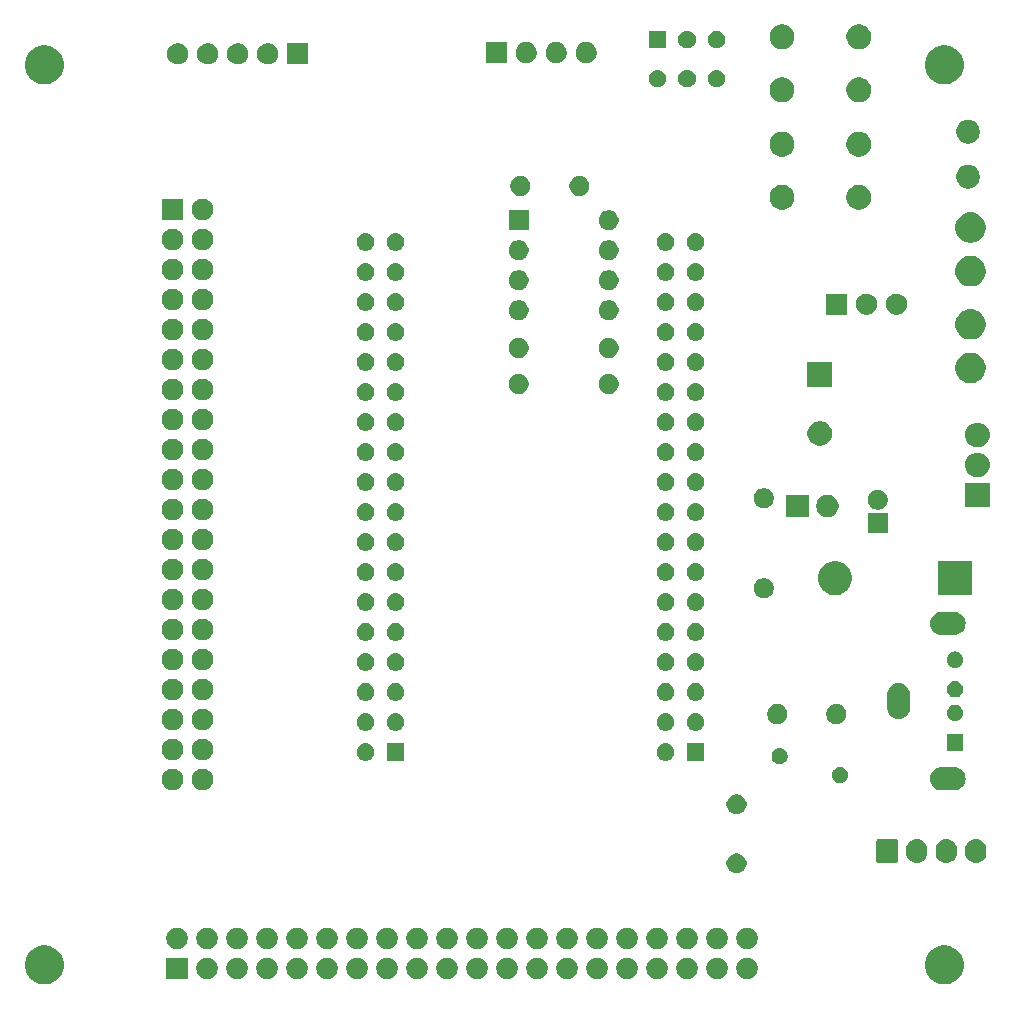
<source format=gbr>
G04 #@! TF.GenerationSoftware,KiCad,Pcbnew,(5.1.5)-3*
G04 #@! TF.CreationDate,2019-12-31T12:16:16-05:00*
G04 #@! TF.ProjectId,PB_16,50425f31-362e-46b6-9963-61645f706362,v1*
G04 #@! TF.SameCoordinates,Original*
G04 #@! TF.FileFunction,Soldermask,Bot*
G04 #@! TF.FilePolarity,Negative*
%FSLAX46Y46*%
G04 Gerber Fmt 4.6, Leading zero omitted, Abs format (unit mm)*
G04 Created by KiCad (PCBNEW (5.1.5)-3) date 2019-12-31 12:16:16*
%MOMM*%
%LPD*%
G04 APERTURE LIST*
%ADD10C,0.100000*%
G04 APERTURE END LIST*
D10*
G36*
X244215256Y-115231298D02*
G01*
X244321579Y-115252447D01*
X244622042Y-115376903D01*
X244892451Y-115557585D01*
X245122415Y-115787549D01*
X245303097Y-116057958D01*
X245427553Y-116358421D01*
X245491000Y-116677391D01*
X245491000Y-117002609D01*
X245427553Y-117321579D01*
X245303097Y-117622042D01*
X245122415Y-117892451D01*
X244892451Y-118122415D01*
X244622042Y-118303097D01*
X244321579Y-118427553D01*
X244215256Y-118448702D01*
X244002611Y-118491000D01*
X243677389Y-118491000D01*
X243464744Y-118448702D01*
X243358421Y-118427553D01*
X243057958Y-118303097D01*
X242787549Y-118122415D01*
X242557585Y-117892451D01*
X242376903Y-117622042D01*
X242252447Y-117321579D01*
X242189000Y-117002609D01*
X242189000Y-116677391D01*
X242252447Y-116358421D01*
X242376903Y-116057958D01*
X242557585Y-115787549D01*
X242787549Y-115557585D01*
X243057958Y-115376903D01*
X243358421Y-115252447D01*
X243464744Y-115231298D01*
X243677389Y-115189000D01*
X244002611Y-115189000D01*
X244215256Y-115231298D01*
G37*
G36*
X168015256Y-115231298D02*
G01*
X168121579Y-115252447D01*
X168422042Y-115376903D01*
X168692451Y-115557585D01*
X168922415Y-115787549D01*
X169103097Y-116057958D01*
X169227553Y-116358421D01*
X169291000Y-116677391D01*
X169291000Y-117002609D01*
X169227553Y-117321579D01*
X169103097Y-117622042D01*
X168922415Y-117892451D01*
X168692451Y-118122415D01*
X168422042Y-118303097D01*
X168121579Y-118427553D01*
X168015256Y-118448702D01*
X167802611Y-118491000D01*
X167477389Y-118491000D01*
X167264744Y-118448702D01*
X167158421Y-118427553D01*
X166857958Y-118303097D01*
X166587549Y-118122415D01*
X166357585Y-117892451D01*
X166176903Y-117622042D01*
X166052447Y-117321579D01*
X165989000Y-117002609D01*
X165989000Y-116677391D01*
X166052447Y-116358421D01*
X166176903Y-116057958D01*
X166357585Y-115787549D01*
X166587549Y-115557585D01*
X166857958Y-115376903D01*
X167158421Y-115252447D01*
X167264744Y-115231298D01*
X167477389Y-115189000D01*
X167802611Y-115189000D01*
X168015256Y-115231298D01*
G37*
G36*
X227411378Y-116252647D02*
G01*
X227577824Y-116321591D01*
X227727622Y-116421683D01*
X227855017Y-116549078D01*
X227955109Y-116698876D01*
X228024053Y-116865322D01*
X228059200Y-117042018D01*
X228059200Y-117222182D01*
X228024053Y-117398878D01*
X227955109Y-117565324D01*
X227855017Y-117715122D01*
X227727622Y-117842517D01*
X227577824Y-117942609D01*
X227411378Y-118011553D01*
X227234682Y-118046700D01*
X227054518Y-118046700D01*
X226877822Y-118011553D01*
X226711376Y-117942609D01*
X226561578Y-117842517D01*
X226434183Y-117715122D01*
X226334091Y-117565324D01*
X226265147Y-117398878D01*
X226230000Y-117222182D01*
X226230000Y-117042018D01*
X226265147Y-116865322D01*
X226334091Y-116698876D01*
X226434183Y-116549078D01*
X226561578Y-116421683D01*
X226711376Y-116321591D01*
X226877822Y-116252647D01*
X227054518Y-116217500D01*
X227234682Y-116217500D01*
X227411378Y-116252647D01*
G37*
G36*
X196931378Y-116252647D02*
G01*
X197097824Y-116321591D01*
X197247622Y-116421683D01*
X197375017Y-116549078D01*
X197475109Y-116698876D01*
X197544053Y-116865322D01*
X197579200Y-117042018D01*
X197579200Y-117222182D01*
X197544053Y-117398878D01*
X197475109Y-117565324D01*
X197375017Y-117715122D01*
X197247622Y-117842517D01*
X197097824Y-117942609D01*
X196931378Y-118011553D01*
X196754682Y-118046700D01*
X196574518Y-118046700D01*
X196397822Y-118011553D01*
X196231376Y-117942609D01*
X196081578Y-117842517D01*
X195954183Y-117715122D01*
X195854091Y-117565324D01*
X195785147Y-117398878D01*
X195750000Y-117222182D01*
X195750000Y-117042018D01*
X195785147Y-116865322D01*
X195854091Y-116698876D01*
X195954183Y-116549078D01*
X196081578Y-116421683D01*
X196231376Y-116321591D01*
X196397822Y-116252647D01*
X196574518Y-116217500D01*
X196754682Y-116217500D01*
X196931378Y-116252647D01*
G37*
G36*
X217251378Y-116252647D02*
G01*
X217417824Y-116321591D01*
X217567622Y-116421683D01*
X217695017Y-116549078D01*
X217795109Y-116698876D01*
X217864053Y-116865322D01*
X217899200Y-117042018D01*
X217899200Y-117222182D01*
X217864053Y-117398878D01*
X217795109Y-117565324D01*
X217695017Y-117715122D01*
X217567622Y-117842517D01*
X217417824Y-117942609D01*
X217251378Y-118011553D01*
X217074682Y-118046700D01*
X216894518Y-118046700D01*
X216717822Y-118011553D01*
X216551376Y-117942609D01*
X216401578Y-117842517D01*
X216274183Y-117715122D01*
X216174091Y-117565324D01*
X216105147Y-117398878D01*
X216070000Y-117222182D01*
X216070000Y-117042018D01*
X216105147Y-116865322D01*
X216174091Y-116698876D01*
X216274183Y-116549078D01*
X216401578Y-116421683D01*
X216551376Y-116321591D01*
X216717822Y-116252647D01*
X216894518Y-116217500D01*
X217074682Y-116217500D01*
X217251378Y-116252647D01*
G37*
G36*
X214711378Y-116252647D02*
G01*
X214877824Y-116321591D01*
X215027622Y-116421683D01*
X215155017Y-116549078D01*
X215255109Y-116698876D01*
X215324053Y-116865322D01*
X215359200Y-117042018D01*
X215359200Y-117222182D01*
X215324053Y-117398878D01*
X215255109Y-117565324D01*
X215155017Y-117715122D01*
X215027622Y-117842517D01*
X214877824Y-117942609D01*
X214711378Y-118011553D01*
X214534682Y-118046700D01*
X214354518Y-118046700D01*
X214177822Y-118011553D01*
X214011376Y-117942609D01*
X213861578Y-117842517D01*
X213734183Y-117715122D01*
X213634091Y-117565324D01*
X213565147Y-117398878D01*
X213530000Y-117222182D01*
X213530000Y-117042018D01*
X213565147Y-116865322D01*
X213634091Y-116698876D01*
X213734183Y-116549078D01*
X213861578Y-116421683D01*
X214011376Y-116321591D01*
X214177822Y-116252647D01*
X214354518Y-116217500D01*
X214534682Y-116217500D01*
X214711378Y-116252647D01*
G37*
G36*
X212171378Y-116252647D02*
G01*
X212337824Y-116321591D01*
X212487622Y-116421683D01*
X212615017Y-116549078D01*
X212715109Y-116698876D01*
X212784053Y-116865322D01*
X212819200Y-117042018D01*
X212819200Y-117222182D01*
X212784053Y-117398878D01*
X212715109Y-117565324D01*
X212615017Y-117715122D01*
X212487622Y-117842517D01*
X212337824Y-117942609D01*
X212171378Y-118011553D01*
X211994682Y-118046700D01*
X211814518Y-118046700D01*
X211637822Y-118011553D01*
X211471376Y-117942609D01*
X211321578Y-117842517D01*
X211194183Y-117715122D01*
X211094091Y-117565324D01*
X211025147Y-117398878D01*
X210990000Y-117222182D01*
X210990000Y-117042018D01*
X211025147Y-116865322D01*
X211094091Y-116698876D01*
X211194183Y-116549078D01*
X211321578Y-116421683D01*
X211471376Y-116321591D01*
X211637822Y-116252647D01*
X211814518Y-116217500D01*
X211994682Y-116217500D01*
X212171378Y-116252647D01*
G37*
G36*
X209631378Y-116252647D02*
G01*
X209797824Y-116321591D01*
X209947622Y-116421683D01*
X210075017Y-116549078D01*
X210175109Y-116698876D01*
X210244053Y-116865322D01*
X210279200Y-117042018D01*
X210279200Y-117222182D01*
X210244053Y-117398878D01*
X210175109Y-117565324D01*
X210075017Y-117715122D01*
X209947622Y-117842517D01*
X209797824Y-117942609D01*
X209631378Y-118011553D01*
X209454682Y-118046700D01*
X209274518Y-118046700D01*
X209097822Y-118011553D01*
X208931376Y-117942609D01*
X208781578Y-117842517D01*
X208654183Y-117715122D01*
X208554091Y-117565324D01*
X208485147Y-117398878D01*
X208450000Y-117222182D01*
X208450000Y-117042018D01*
X208485147Y-116865322D01*
X208554091Y-116698876D01*
X208654183Y-116549078D01*
X208781578Y-116421683D01*
X208931376Y-116321591D01*
X209097822Y-116252647D01*
X209274518Y-116217500D01*
X209454682Y-116217500D01*
X209631378Y-116252647D01*
G37*
G36*
X207091378Y-116252647D02*
G01*
X207257824Y-116321591D01*
X207407622Y-116421683D01*
X207535017Y-116549078D01*
X207635109Y-116698876D01*
X207704053Y-116865322D01*
X207739200Y-117042018D01*
X207739200Y-117222182D01*
X207704053Y-117398878D01*
X207635109Y-117565324D01*
X207535017Y-117715122D01*
X207407622Y-117842517D01*
X207257824Y-117942609D01*
X207091378Y-118011553D01*
X206914682Y-118046700D01*
X206734518Y-118046700D01*
X206557822Y-118011553D01*
X206391376Y-117942609D01*
X206241578Y-117842517D01*
X206114183Y-117715122D01*
X206014091Y-117565324D01*
X205945147Y-117398878D01*
X205910000Y-117222182D01*
X205910000Y-117042018D01*
X205945147Y-116865322D01*
X206014091Y-116698876D01*
X206114183Y-116549078D01*
X206241578Y-116421683D01*
X206391376Y-116321591D01*
X206557822Y-116252647D01*
X206734518Y-116217500D01*
X206914682Y-116217500D01*
X207091378Y-116252647D01*
G37*
G36*
X204551378Y-116252647D02*
G01*
X204717824Y-116321591D01*
X204867622Y-116421683D01*
X204995017Y-116549078D01*
X205095109Y-116698876D01*
X205164053Y-116865322D01*
X205199200Y-117042018D01*
X205199200Y-117222182D01*
X205164053Y-117398878D01*
X205095109Y-117565324D01*
X204995017Y-117715122D01*
X204867622Y-117842517D01*
X204717824Y-117942609D01*
X204551378Y-118011553D01*
X204374682Y-118046700D01*
X204194518Y-118046700D01*
X204017822Y-118011553D01*
X203851376Y-117942609D01*
X203701578Y-117842517D01*
X203574183Y-117715122D01*
X203474091Y-117565324D01*
X203405147Y-117398878D01*
X203370000Y-117222182D01*
X203370000Y-117042018D01*
X203405147Y-116865322D01*
X203474091Y-116698876D01*
X203574183Y-116549078D01*
X203701578Y-116421683D01*
X203851376Y-116321591D01*
X204017822Y-116252647D01*
X204194518Y-116217500D01*
X204374682Y-116217500D01*
X204551378Y-116252647D01*
G37*
G36*
X202011378Y-116252647D02*
G01*
X202177824Y-116321591D01*
X202327622Y-116421683D01*
X202455017Y-116549078D01*
X202555109Y-116698876D01*
X202624053Y-116865322D01*
X202659200Y-117042018D01*
X202659200Y-117222182D01*
X202624053Y-117398878D01*
X202555109Y-117565324D01*
X202455017Y-117715122D01*
X202327622Y-117842517D01*
X202177824Y-117942609D01*
X202011378Y-118011553D01*
X201834682Y-118046700D01*
X201654518Y-118046700D01*
X201477822Y-118011553D01*
X201311376Y-117942609D01*
X201161578Y-117842517D01*
X201034183Y-117715122D01*
X200934091Y-117565324D01*
X200865147Y-117398878D01*
X200830000Y-117222182D01*
X200830000Y-117042018D01*
X200865147Y-116865322D01*
X200934091Y-116698876D01*
X201034183Y-116549078D01*
X201161578Y-116421683D01*
X201311376Y-116321591D01*
X201477822Y-116252647D01*
X201654518Y-116217500D01*
X201834682Y-116217500D01*
X202011378Y-116252647D01*
G37*
G36*
X199471378Y-116252647D02*
G01*
X199637824Y-116321591D01*
X199787622Y-116421683D01*
X199915017Y-116549078D01*
X200015109Y-116698876D01*
X200084053Y-116865322D01*
X200119200Y-117042018D01*
X200119200Y-117222182D01*
X200084053Y-117398878D01*
X200015109Y-117565324D01*
X199915017Y-117715122D01*
X199787622Y-117842517D01*
X199637824Y-117942609D01*
X199471378Y-118011553D01*
X199294682Y-118046700D01*
X199114518Y-118046700D01*
X198937822Y-118011553D01*
X198771376Y-117942609D01*
X198621578Y-117842517D01*
X198494183Y-117715122D01*
X198394091Y-117565324D01*
X198325147Y-117398878D01*
X198290000Y-117222182D01*
X198290000Y-117042018D01*
X198325147Y-116865322D01*
X198394091Y-116698876D01*
X198494183Y-116549078D01*
X198621578Y-116421683D01*
X198771376Y-116321591D01*
X198937822Y-116252647D01*
X199114518Y-116217500D01*
X199294682Y-116217500D01*
X199471378Y-116252647D01*
G37*
G36*
X219791378Y-116252647D02*
G01*
X219957824Y-116321591D01*
X220107622Y-116421683D01*
X220235017Y-116549078D01*
X220335109Y-116698876D01*
X220404053Y-116865322D01*
X220439200Y-117042018D01*
X220439200Y-117222182D01*
X220404053Y-117398878D01*
X220335109Y-117565324D01*
X220235017Y-117715122D01*
X220107622Y-117842517D01*
X219957824Y-117942609D01*
X219791378Y-118011553D01*
X219614682Y-118046700D01*
X219434518Y-118046700D01*
X219257822Y-118011553D01*
X219091376Y-117942609D01*
X218941578Y-117842517D01*
X218814183Y-117715122D01*
X218714091Y-117565324D01*
X218645147Y-117398878D01*
X218610000Y-117222182D01*
X218610000Y-117042018D01*
X218645147Y-116865322D01*
X218714091Y-116698876D01*
X218814183Y-116549078D01*
X218941578Y-116421683D01*
X219091376Y-116321591D01*
X219257822Y-116252647D01*
X219434518Y-116217500D01*
X219614682Y-116217500D01*
X219791378Y-116252647D01*
G37*
G36*
X191851378Y-116252647D02*
G01*
X192017824Y-116321591D01*
X192167622Y-116421683D01*
X192295017Y-116549078D01*
X192395109Y-116698876D01*
X192464053Y-116865322D01*
X192499200Y-117042018D01*
X192499200Y-117222182D01*
X192464053Y-117398878D01*
X192395109Y-117565324D01*
X192295017Y-117715122D01*
X192167622Y-117842517D01*
X192017824Y-117942609D01*
X191851378Y-118011553D01*
X191674682Y-118046700D01*
X191494518Y-118046700D01*
X191317822Y-118011553D01*
X191151376Y-117942609D01*
X191001578Y-117842517D01*
X190874183Y-117715122D01*
X190774091Y-117565324D01*
X190705147Y-117398878D01*
X190670000Y-117222182D01*
X190670000Y-117042018D01*
X190705147Y-116865322D01*
X190774091Y-116698876D01*
X190874183Y-116549078D01*
X191001578Y-116421683D01*
X191151376Y-116321591D01*
X191317822Y-116252647D01*
X191494518Y-116217500D01*
X191674682Y-116217500D01*
X191851378Y-116252647D01*
G37*
G36*
X189311378Y-116252647D02*
G01*
X189477824Y-116321591D01*
X189627622Y-116421683D01*
X189755017Y-116549078D01*
X189855109Y-116698876D01*
X189924053Y-116865322D01*
X189959200Y-117042018D01*
X189959200Y-117222182D01*
X189924053Y-117398878D01*
X189855109Y-117565324D01*
X189755017Y-117715122D01*
X189627622Y-117842517D01*
X189477824Y-117942609D01*
X189311378Y-118011553D01*
X189134682Y-118046700D01*
X188954518Y-118046700D01*
X188777822Y-118011553D01*
X188611376Y-117942609D01*
X188461578Y-117842517D01*
X188334183Y-117715122D01*
X188234091Y-117565324D01*
X188165147Y-117398878D01*
X188130000Y-117222182D01*
X188130000Y-117042018D01*
X188165147Y-116865322D01*
X188234091Y-116698876D01*
X188334183Y-116549078D01*
X188461578Y-116421683D01*
X188611376Y-116321591D01*
X188777822Y-116252647D01*
X188954518Y-116217500D01*
X189134682Y-116217500D01*
X189311378Y-116252647D01*
G37*
G36*
X186771378Y-116252647D02*
G01*
X186937824Y-116321591D01*
X187087622Y-116421683D01*
X187215017Y-116549078D01*
X187315109Y-116698876D01*
X187384053Y-116865322D01*
X187419200Y-117042018D01*
X187419200Y-117222182D01*
X187384053Y-117398878D01*
X187315109Y-117565324D01*
X187215017Y-117715122D01*
X187087622Y-117842517D01*
X186937824Y-117942609D01*
X186771378Y-118011553D01*
X186594682Y-118046700D01*
X186414518Y-118046700D01*
X186237822Y-118011553D01*
X186071376Y-117942609D01*
X185921578Y-117842517D01*
X185794183Y-117715122D01*
X185694091Y-117565324D01*
X185625147Y-117398878D01*
X185590000Y-117222182D01*
X185590000Y-117042018D01*
X185625147Y-116865322D01*
X185694091Y-116698876D01*
X185794183Y-116549078D01*
X185921578Y-116421683D01*
X186071376Y-116321591D01*
X186237822Y-116252647D01*
X186414518Y-116217500D01*
X186594682Y-116217500D01*
X186771378Y-116252647D01*
G37*
G36*
X184231378Y-116252647D02*
G01*
X184397824Y-116321591D01*
X184547622Y-116421683D01*
X184675017Y-116549078D01*
X184775109Y-116698876D01*
X184844053Y-116865322D01*
X184879200Y-117042018D01*
X184879200Y-117222182D01*
X184844053Y-117398878D01*
X184775109Y-117565324D01*
X184675017Y-117715122D01*
X184547622Y-117842517D01*
X184397824Y-117942609D01*
X184231378Y-118011553D01*
X184054682Y-118046700D01*
X183874518Y-118046700D01*
X183697822Y-118011553D01*
X183531376Y-117942609D01*
X183381578Y-117842517D01*
X183254183Y-117715122D01*
X183154091Y-117565324D01*
X183085147Y-117398878D01*
X183050000Y-117222182D01*
X183050000Y-117042018D01*
X183085147Y-116865322D01*
X183154091Y-116698876D01*
X183254183Y-116549078D01*
X183381578Y-116421683D01*
X183531376Y-116321591D01*
X183697822Y-116252647D01*
X183874518Y-116217500D01*
X184054682Y-116217500D01*
X184231378Y-116252647D01*
G37*
G36*
X181691378Y-116252647D02*
G01*
X181857824Y-116321591D01*
X182007622Y-116421683D01*
X182135017Y-116549078D01*
X182235109Y-116698876D01*
X182304053Y-116865322D01*
X182339200Y-117042018D01*
X182339200Y-117222182D01*
X182304053Y-117398878D01*
X182235109Y-117565324D01*
X182135017Y-117715122D01*
X182007622Y-117842517D01*
X181857824Y-117942609D01*
X181691378Y-118011553D01*
X181514682Y-118046700D01*
X181334518Y-118046700D01*
X181157822Y-118011553D01*
X180991376Y-117942609D01*
X180841578Y-117842517D01*
X180714183Y-117715122D01*
X180614091Y-117565324D01*
X180545147Y-117398878D01*
X180510000Y-117222182D01*
X180510000Y-117042018D01*
X180545147Y-116865322D01*
X180614091Y-116698876D01*
X180714183Y-116549078D01*
X180841578Y-116421683D01*
X180991376Y-116321591D01*
X181157822Y-116252647D01*
X181334518Y-116217500D01*
X181514682Y-116217500D01*
X181691378Y-116252647D01*
G37*
G36*
X179799200Y-118046700D02*
G01*
X177970000Y-118046700D01*
X177970000Y-116217500D01*
X179799200Y-116217500D01*
X179799200Y-118046700D01*
G37*
G36*
X222331378Y-116252647D02*
G01*
X222497824Y-116321591D01*
X222647622Y-116421683D01*
X222775017Y-116549078D01*
X222875109Y-116698876D01*
X222944053Y-116865322D01*
X222979200Y-117042018D01*
X222979200Y-117222182D01*
X222944053Y-117398878D01*
X222875109Y-117565324D01*
X222775017Y-117715122D01*
X222647622Y-117842517D01*
X222497824Y-117942609D01*
X222331378Y-118011553D01*
X222154682Y-118046700D01*
X221974518Y-118046700D01*
X221797822Y-118011553D01*
X221631376Y-117942609D01*
X221481578Y-117842517D01*
X221354183Y-117715122D01*
X221254091Y-117565324D01*
X221185147Y-117398878D01*
X221150000Y-117222182D01*
X221150000Y-117042018D01*
X221185147Y-116865322D01*
X221254091Y-116698876D01*
X221354183Y-116549078D01*
X221481578Y-116421683D01*
X221631376Y-116321591D01*
X221797822Y-116252647D01*
X221974518Y-116217500D01*
X222154682Y-116217500D01*
X222331378Y-116252647D01*
G37*
G36*
X224871378Y-116252647D02*
G01*
X225037824Y-116321591D01*
X225187622Y-116421683D01*
X225315017Y-116549078D01*
X225415109Y-116698876D01*
X225484053Y-116865322D01*
X225519200Y-117042018D01*
X225519200Y-117222182D01*
X225484053Y-117398878D01*
X225415109Y-117565324D01*
X225315017Y-117715122D01*
X225187622Y-117842517D01*
X225037824Y-117942609D01*
X224871378Y-118011553D01*
X224694682Y-118046700D01*
X224514518Y-118046700D01*
X224337822Y-118011553D01*
X224171376Y-117942609D01*
X224021578Y-117842517D01*
X223894183Y-117715122D01*
X223794091Y-117565324D01*
X223725147Y-117398878D01*
X223690000Y-117222182D01*
X223690000Y-117042018D01*
X223725147Y-116865322D01*
X223794091Y-116698876D01*
X223894183Y-116549078D01*
X224021578Y-116421683D01*
X224171376Y-116321591D01*
X224337822Y-116252647D01*
X224514518Y-116217500D01*
X224694682Y-116217500D01*
X224871378Y-116252647D01*
G37*
G36*
X194391378Y-116252647D02*
G01*
X194557824Y-116321591D01*
X194707622Y-116421683D01*
X194835017Y-116549078D01*
X194935109Y-116698876D01*
X195004053Y-116865322D01*
X195039200Y-117042018D01*
X195039200Y-117222182D01*
X195004053Y-117398878D01*
X194935109Y-117565324D01*
X194835017Y-117715122D01*
X194707622Y-117842517D01*
X194557824Y-117942609D01*
X194391378Y-118011553D01*
X194214682Y-118046700D01*
X194034518Y-118046700D01*
X193857822Y-118011553D01*
X193691376Y-117942609D01*
X193541578Y-117842517D01*
X193414183Y-117715122D01*
X193314091Y-117565324D01*
X193245147Y-117398878D01*
X193210000Y-117222182D01*
X193210000Y-117042018D01*
X193245147Y-116865322D01*
X193314091Y-116698876D01*
X193414183Y-116549078D01*
X193541578Y-116421683D01*
X193691376Y-116321591D01*
X193857822Y-116252647D01*
X194034518Y-116217500D01*
X194214682Y-116217500D01*
X194391378Y-116252647D01*
G37*
G36*
X196931378Y-113712647D02*
G01*
X197097824Y-113781591D01*
X197247622Y-113881683D01*
X197375017Y-114009078D01*
X197475109Y-114158876D01*
X197544053Y-114325322D01*
X197579200Y-114502018D01*
X197579200Y-114682182D01*
X197544053Y-114858878D01*
X197475109Y-115025324D01*
X197375017Y-115175122D01*
X197247622Y-115302517D01*
X197097824Y-115402609D01*
X196931378Y-115471553D01*
X196754682Y-115506700D01*
X196574518Y-115506700D01*
X196397822Y-115471553D01*
X196231376Y-115402609D01*
X196081578Y-115302517D01*
X195954183Y-115175122D01*
X195854091Y-115025324D01*
X195785147Y-114858878D01*
X195750000Y-114682182D01*
X195750000Y-114502018D01*
X195785147Y-114325322D01*
X195854091Y-114158876D01*
X195954183Y-114009078D01*
X196081578Y-113881683D01*
X196231376Y-113781591D01*
X196397822Y-113712647D01*
X196574518Y-113677500D01*
X196754682Y-113677500D01*
X196931378Y-113712647D01*
G37*
G36*
X191851378Y-113712647D02*
G01*
X192017824Y-113781591D01*
X192167622Y-113881683D01*
X192295017Y-114009078D01*
X192395109Y-114158876D01*
X192464053Y-114325322D01*
X192499200Y-114502018D01*
X192499200Y-114682182D01*
X192464053Y-114858878D01*
X192395109Y-115025324D01*
X192295017Y-115175122D01*
X192167622Y-115302517D01*
X192017824Y-115402609D01*
X191851378Y-115471553D01*
X191674682Y-115506700D01*
X191494518Y-115506700D01*
X191317822Y-115471553D01*
X191151376Y-115402609D01*
X191001578Y-115302517D01*
X190874183Y-115175122D01*
X190774091Y-115025324D01*
X190705147Y-114858878D01*
X190670000Y-114682182D01*
X190670000Y-114502018D01*
X190705147Y-114325322D01*
X190774091Y-114158876D01*
X190874183Y-114009078D01*
X191001578Y-113881683D01*
X191151376Y-113781591D01*
X191317822Y-113712647D01*
X191494518Y-113677500D01*
X191674682Y-113677500D01*
X191851378Y-113712647D01*
G37*
G36*
X214711378Y-113712647D02*
G01*
X214877824Y-113781591D01*
X215027622Y-113881683D01*
X215155017Y-114009078D01*
X215255109Y-114158876D01*
X215324053Y-114325322D01*
X215359200Y-114502018D01*
X215359200Y-114682182D01*
X215324053Y-114858878D01*
X215255109Y-115025324D01*
X215155017Y-115175122D01*
X215027622Y-115302517D01*
X214877824Y-115402609D01*
X214711378Y-115471553D01*
X214534682Y-115506700D01*
X214354518Y-115506700D01*
X214177822Y-115471553D01*
X214011376Y-115402609D01*
X213861578Y-115302517D01*
X213734183Y-115175122D01*
X213634091Y-115025324D01*
X213565147Y-114858878D01*
X213530000Y-114682182D01*
X213530000Y-114502018D01*
X213565147Y-114325322D01*
X213634091Y-114158876D01*
X213734183Y-114009078D01*
X213861578Y-113881683D01*
X214011376Y-113781591D01*
X214177822Y-113712647D01*
X214354518Y-113677500D01*
X214534682Y-113677500D01*
X214711378Y-113712647D01*
G37*
G36*
X199471378Y-113712647D02*
G01*
X199637824Y-113781591D01*
X199787622Y-113881683D01*
X199915017Y-114009078D01*
X200015109Y-114158876D01*
X200084053Y-114325322D01*
X200119200Y-114502018D01*
X200119200Y-114682182D01*
X200084053Y-114858878D01*
X200015109Y-115025324D01*
X199915017Y-115175122D01*
X199787622Y-115302517D01*
X199637824Y-115402609D01*
X199471378Y-115471553D01*
X199294682Y-115506700D01*
X199114518Y-115506700D01*
X198937822Y-115471553D01*
X198771376Y-115402609D01*
X198621578Y-115302517D01*
X198494183Y-115175122D01*
X198394091Y-115025324D01*
X198325147Y-114858878D01*
X198290000Y-114682182D01*
X198290000Y-114502018D01*
X198325147Y-114325322D01*
X198394091Y-114158876D01*
X198494183Y-114009078D01*
X198621578Y-113881683D01*
X198771376Y-113781591D01*
X198937822Y-113712647D01*
X199114518Y-113677500D01*
X199294682Y-113677500D01*
X199471378Y-113712647D01*
G37*
G36*
X204551378Y-113712647D02*
G01*
X204717824Y-113781591D01*
X204867622Y-113881683D01*
X204995017Y-114009078D01*
X205095109Y-114158876D01*
X205164053Y-114325322D01*
X205199200Y-114502018D01*
X205199200Y-114682182D01*
X205164053Y-114858878D01*
X205095109Y-115025324D01*
X204995017Y-115175122D01*
X204867622Y-115302517D01*
X204717824Y-115402609D01*
X204551378Y-115471553D01*
X204374682Y-115506700D01*
X204194518Y-115506700D01*
X204017822Y-115471553D01*
X203851376Y-115402609D01*
X203701578Y-115302517D01*
X203574183Y-115175122D01*
X203474091Y-115025324D01*
X203405147Y-114858878D01*
X203370000Y-114682182D01*
X203370000Y-114502018D01*
X203405147Y-114325322D01*
X203474091Y-114158876D01*
X203574183Y-114009078D01*
X203701578Y-113881683D01*
X203851376Y-113781591D01*
X204017822Y-113712647D01*
X204194518Y-113677500D01*
X204374682Y-113677500D01*
X204551378Y-113712647D01*
G37*
G36*
X202011378Y-113712647D02*
G01*
X202177824Y-113781591D01*
X202327622Y-113881683D01*
X202455017Y-114009078D01*
X202555109Y-114158876D01*
X202624053Y-114325322D01*
X202659200Y-114502018D01*
X202659200Y-114682182D01*
X202624053Y-114858878D01*
X202555109Y-115025324D01*
X202455017Y-115175122D01*
X202327622Y-115302517D01*
X202177824Y-115402609D01*
X202011378Y-115471553D01*
X201834682Y-115506700D01*
X201654518Y-115506700D01*
X201477822Y-115471553D01*
X201311376Y-115402609D01*
X201161578Y-115302517D01*
X201034183Y-115175122D01*
X200934091Y-115025324D01*
X200865147Y-114858878D01*
X200830000Y-114682182D01*
X200830000Y-114502018D01*
X200865147Y-114325322D01*
X200934091Y-114158876D01*
X201034183Y-114009078D01*
X201161578Y-113881683D01*
X201311376Y-113781591D01*
X201477822Y-113712647D01*
X201654518Y-113677500D01*
X201834682Y-113677500D01*
X202011378Y-113712647D01*
G37*
G36*
X181691378Y-113712647D02*
G01*
X181857824Y-113781591D01*
X182007622Y-113881683D01*
X182135017Y-114009078D01*
X182235109Y-114158876D01*
X182304053Y-114325322D01*
X182339200Y-114502018D01*
X182339200Y-114682182D01*
X182304053Y-114858878D01*
X182235109Y-115025324D01*
X182135017Y-115175122D01*
X182007622Y-115302517D01*
X181857824Y-115402609D01*
X181691378Y-115471553D01*
X181514682Y-115506700D01*
X181334518Y-115506700D01*
X181157822Y-115471553D01*
X180991376Y-115402609D01*
X180841578Y-115302517D01*
X180714183Y-115175122D01*
X180614091Y-115025324D01*
X180545147Y-114858878D01*
X180510000Y-114682182D01*
X180510000Y-114502018D01*
X180545147Y-114325322D01*
X180614091Y-114158876D01*
X180714183Y-114009078D01*
X180841578Y-113881683D01*
X180991376Y-113781591D01*
X181157822Y-113712647D01*
X181334518Y-113677500D01*
X181514682Y-113677500D01*
X181691378Y-113712647D01*
G37*
G36*
X179151378Y-113712647D02*
G01*
X179317824Y-113781591D01*
X179467622Y-113881683D01*
X179595017Y-114009078D01*
X179695109Y-114158876D01*
X179764053Y-114325322D01*
X179799200Y-114502018D01*
X179799200Y-114682182D01*
X179764053Y-114858878D01*
X179695109Y-115025324D01*
X179595017Y-115175122D01*
X179467622Y-115302517D01*
X179317824Y-115402609D01*
X179151378Y-115471553D01*
X178974682Y-115506700D01*
X178794518Y-115506700D01*
X178617822Y-115471553D01*
X178451376Y-115402609D01*
X178301578Y-115302517D01*
X178174183Y-115175122D01*
X178074091Y-115025324D01*
X178005147Y-114858878D01*
X177970000Y-114682182D01*
X177970000Y-114502018D01*
X178005147Y-114325322D01*
X178074091Y-114158876D01*
X178174183Y-114009078D01*
X178301578Y-113881683D01*
X178451376Y-113781591D01*
X178617822Y-113712647D01*
X178794518Y-113677500D01*
X178974682Y-113677500D01*
X179151378Y-113712647D01*
G37*
G36*
X227411378Y-113712647D02*
G01*
X227577824Y-113781591D01*
X227727622Y-113881683D01*
X227855017Y-114009078D01*
X227955109Y-114158876D01*
X228024053Y-114325322D01*
X228059200Y-114502018D01*
X228059200Y-114682182D01*
X228024053Y-114858878D01*
X227955109Y-115025324D01*
X227855017Y-115175122D01*
X227727622Y-115302517D01*
X227577824Y-115402609D01*
X227411378Y-115471553D01*
X227234682Y-115506700D01*
X227054518Y-115506700D01*
X226877822Y-115471553D01*
X226711376Y-115402609D01*
X226561578Y-115302517D01*
X226434183Y-115175122D01*
X226334091Y-115025324D01*
X226265147Y-114858878D01*
X226230000Y-114682182D01*
X226230000Y-114502018D01*
X226265147Y-114325322D01*
X226334091Y-114158876D01*
X226434183Y-114009078D01*
X226561578Y-113881683D01*
X226711376Y-113781591D01*
X226877822Y-113712647D01*
X227054518Y-113677500D01*
X227234682Y-113677500D01*
X227411378Y-113712647D01*
G37*
G36*
X224871378Y-113712647D02*
G01*
X225037824Y-113781591D01*
X225187622Y-113881683D01*
X225315017Y-114009078D01*
X225415109Y-114158876D01*
X225484053Y-114325322D01*
X225519200Y-114502018D01*
X225519200Y-114682182D01*
X225484053Y-114858878D01*
X225415109Y-115025324D01*
X225315017Y-115175122D01*
X225187622Y-115302517D01*
X225037824Y-115402609D01*
X224871378Y-115471553D01*
X224694682Y-115506700D01*
X224514518Y-115506700D01*
X224337822Y-115471553D01*
X224171376Y-115402609D01*
X224021578Y-115302517D01*
X223894183Y-115175122D01*
X223794091Y-115025324D01*
X223725147Y-114858878D01*
X223690000Y-114682182D01*
X223690000Y-114502018D01*
X223725147Y-114325322D01*
X223794091Y-114158876D01*
X223894183Y-114009078D01*
X224021578Y-113881683D01*
X224171376Y-113781591D01*
X224337822Y-113712647D01*
X224514518Y-113677500D01*
X224694682Y-113677500D01*
X224871378Y-113712647D01*
G37*
G36*
X194391378Y-113712647D02*
G01*
X194557824Y-113781591D01*
X194707622Y-113881683D01*
X194835017Y-114009078D01*
X194935109Y-114158876D01*
X195004053Y-114325322D01*
X195039200Y-114502018D01*
X195039200Y-114682182D01*
X195004053Y-114858878D01*
X194935109Y-115025324D01*
X194835017Y-115175122D01*
X194707622Y-115302517D01*
X194557824Y-115402609D01*
X194391378Y-115471553D01*
X194214682Y-115506700D01*
X194034518Y-115506700D01*
X193857822Y-115471553D01*
X193691376Y-115402609D01*
X193541578Y-115302517D01*
X193414183Y-115175122D01*
X193314091Y-115025324D01*
X193245147Y-114858878D01*
X193210000Y-114682182D01*
X193210000Y-114502018D01*
X193245147Y-114325322D01*
X193314091Y-114158876D01*
X193414183Y-114009078D01*
X193541578Y-113881683D01*
X193691376Y-113781591D01*
X193857822Y-113712647D01*
X194034518Y-113677500D01*
X194214682Y-113677500D01*
X194391378Y-113712647D01*
G37*
G36*
X207091378Y-113712647D02*
G01*
X207257824Y-113781591D01*
X207407622Y-113881683D01*
X207535017Y-114009078D01*
X207635109Y-114158876D01*
X207704053Y-114325322D01*
X207739200Y-114502018D01*
X207739200Y-114682182D01*
X207704053Y-114858878D01*
X207635109Y-115025324D01*
X207535017Y-115175122D01*
X207407622Y-115302517D01*
X207257824Y-115402609D01*
X207091378Y-115471553D01*
X206914682Y-115506700D01*
X206734518Y-115506700D01*
X206557822Y-115471553D01*
X206391376Y-115402609D01*
X206241578Y-115302517D01*
X206114183Y-115175122D01*
X206014091Y-115025324D01*
X205945147Y-114858878D01*
X205910000Y-114682182D01*
X205910000Y-114502018D01*
X205945147Y-114325322D01*
X206014091Y-114158876D01*
X206114183Y-114009078D01*
X206241578Y-113881683D01*
X206391376Y-113781591D01*
X206557822Y-113712647D01*
X206734518Y-113677500D01*
X206914682Y-113677500D01*
X207091378Y-113712647D01*
G37*
G36*
X189311378Y-113712647D02*
G01*
X189477824Y-113781591D01*
X189627622Y-113881683D01*
X189755017Y-114009078D01*
X189855109Y-114158876D01*
X189924053Y-114325322D01*
X189959200Y-114502018D01*
X189959200Y-114682182D01*
X189924053Y-114858878D01*
X189855109Y-115025324D01*
X189755017Y-115175122D01*
X189627622Y-115302517D01*
X189477824Y-115402609D01*
X189311378Y-115471553D01*
X189134682Y-115506700D01*
X188954518Y-115506700D01*
X188777822Y-115471553D01*
X188611376Y-115402609D01*
X188461578Y-115302517D01*
X188334183Y-115175122D01*
X188234091Y-115025324D01*
X188165147Y-114858878D01*
X188130000Y-114682182D01*
X188130000Y-114502018D01*
X188165147Y-114325322D01*
X188234091Y-114158876D01*
X188334183Y-114009078D01*
X188461578Y-113881683D01*
X188611376Y-113781591D01*
X188777822Y-113712647D01*
X188954518Y-113677500D01*
X189134682Y-113677500D01*
X189311378Y-113712647D01*
G37*
G36*
X219791378Y-113712647D02*
G01*
X219957824Y-113781591D01*
X220107622Y-113881683D01*
X220235017Y-114009078D01*
X220335109Y-114158876D01*
X220404053Y-114325322D01*
X220439200Y-114502018D01*
X220439200Y-114682182D01*
X220404053Y-114858878D01*
X220335109Y-115025324D01*
X220235017Y-115175122D01*
X220107622Y-115302517D01*
X219957824Y-115402609D01*
X219791378Y-115471553D01*
X219614682Y-115506700D01*
X219434518Y-115506700D01*
X219257822Y-115471553D01*
X219091376Y-115402609D01*
X218941578Y-115302517D01*
X218814183Y-115175122D01*
X218714091Y-115025324D01*
X218645147Y-114858878D01*
X218610000Y-114682182D01*
X218610000Y-114502018D01*
X218645147Y-114325322D01*
X218714091Y-114158876D01*
X218814183Y-114009078D01*
X218941578Y-113881683D01*
X219091376Y-113781591D01*
X219257822Y-113712647D01*
X219434518Y-113677500D01*
X219614682Y-113677500D01*
X219791378Y-113712647D01*
G37*
G36*
X186771378Y-113712647D02*
G01*
X186937824Y-113781591D01*
X187087622Y-113881683D01*
X187215017Y-114009078D01*
X187315109Y-114158876D01*
X187384053Y-114325322D01*
X187419200Y-114502018D01*
X187419200Y-114682182D01*
X187384053Y-114858878D01*
X187315109Y-115025324D01*
X187215017Y-115175122D01*
X187087622Y-115302517D01*
X186937824Y-115402609D01*
X186771378Y-115471553D01*
X186594682Y-115506700D01*
X186414518Y-115506700D01*
X186237822Y-115471553D01*
X186071376Y-115402609D01*
X185921578Y-115302517D01*
X185794183Y-115175122D01*
X185694091Y-115025324D01*
X185625147Y-114858878D01*
X185590000Y-114682182D01*
X185590000Y-114502018D01*
X185625147Y-114325322D01*
X185694091Y-114158876D01*
X185794183Y-114009078D01*
X185921578Y-113881683D01*
X186071376Y-113781591D01*
X186237822Y-113712647D01*
X186414518Y-113677500D01*
X186594682Y-113677500D01*
X186771378Y-113712647D01*
G37*
G36*
X209631378Y-113712647D02*
G01*
X209797824Y-113781591D01*
X209947622Y-113881683D01*
X210075017Y-114009078D01*
X210175109Y-114158876D01*
X210244053Y-114325322D01*
X210279200Y-114502018D01*
X210279200Y-114682182D01*
X210244053Y-114858878D01*
X210175109Y-115025324D01*
X210075017Y-115175122D01*
X209947622Y-115302517D01*
X209797824Y-115402609D01*
X209631378Y-115471553D01*
X209454682Y-115506700D01*
X209274518Y-115506700D01*
X209097822Y-115471553D01*
X208931376Y-115402609D01*
X208781578Y-115302517D01*
X208654183Y-115175122D01*
X208554091Y-115025324D01*
X208485147Y-114858878D01*
X208450000Y-114682182D01*
X208450000Y-114502018D01*
X208485147Y-114325322D01*
X208554091Y-114158876D01*
X208654183Y-114009078D01*
X208781578Y-113881683D01*
X208931376Y-113781591D01*
X209097822Y-113712647D01*
X209274518Y-113677500D01*
X209454682Y-113677500D01*
X209631378Y-113712647D01*
G37*
G36*
X184231378Y-113712647D02*
G01*
X184397824Y-113781591D01*
X184547622Y-113881683D01*
X184675017Y-114009078D01*
X184775109Y-114158876D01*
X184844053Y-114325322D01*
X184879200Y-114502018D01*
X184879200Y-114682182D01*
X184844053Y-114858878D01*
X184775109Y-115025324D01*
X184675017Y-115175122D01*
X184547622Y-115302517D01*
X184397824Y-115402609D01*
X184231378Y-115471553D01*
X184054682Y-115506700D01*
X183874518Y-115506700D01*
X183697822Y-115471553D01*
X183531376Y-115402609D01*
X183381578Y-115302517D01*
X183254183Y-115175122D01*
X183154091Y-115025324D01*
X183085147Y-114858878D01*
X183050000Y-114682182D01*
X183050000Y-114502018D01*
X183085147Y-114325322D01*
X183154091Y-114158876D01*
X183254183Y-114009078D01*
X183381578Y-113881683D01*
X183531376Y-113781591D01*
X183697822Y-113712647D01*
X183874518Y-113677500D01*
X184054682Y-113677500D01*
X184231378Y-113712647D01*
G37*
G36*
X222331378Y-113712647D02*
G01*
X222497824Y-113781591D01*
X222647622Y-113881683D01*
X222775017Y-114009078D01*
X222875109Y-114158876D01*
X222944053Y-114325322D01*
X222979200Y-114502018D01*
X222979200Y-114682182D01*
X222944053Y-114858878D01*
X222875109Y-115025324D01*
X222775017Y-115175122D01*
X222647622Y-115302517D01*
X222497824Y-115402609D01*
X222331378Y-115471553D01*
X222154682Y-115506700D01*
X221974518Y-115506700D01*
X221797822Y-115471553D01*
X221631376Y-115402609D01*
X221481578Y-115302517D01*
X221354183Y-115175122D01*
X221254091Y-115025324D01*
X221185147Y-114858878D01*
X221150000Y-114682182D01*
X221150000Y-114502018D01*
X221185147Y-114325322D01*
X221254091Y-114158876D01*
X221354183Y-114009078D01*
X221481578Y-113881683D01*
X221631376Y-113781591D01*
X221797822Y-113712647D01*
X221974518Y-113677500D01*
X222154682Y-113677500D01*
X222331378Y-113712647D01*
G37*
G36*
X217251378Y-113712647D02*
G01*
X217417824Y-113781591D01*
X217567622Y-113881683D01*
X217695017Y-114009078D01*
X217795109Y-114158876D01*
X217864053Y-114325322D01*
X217899200Y-114502018D01*
X217899200Y-114682182D01*
X217864053Y-114858878D01*
X217795109Y-115025324D01*
X217695017Y-115175122D01*
X217567622Y-115302517D01*
X217417824Y-115402609D01*
X217251378Y-115471553D01*
X217074682Y-115506700D01*
X216894518Y-115506700D01*
X216717822Y-115471553D01*
X216551376Y-115402609D01*
X216401578Y-115302517D01*
X216274183Y-115175122D01*
X216174091Y-115025324D01*
X216105147Y-114858878D01*
X216070000Y-114682182D01*
X216070000Y-114502018D01*
X216105147Y-114325322D01*
X216174091Y-114158876D01*
X216274183Y-114009078D01*
X216401578Y-113881683D01*
X216551376Y-113781591D01*
X216717822Y-113712647D01*
X216894518Y-113677500D01*
X217074682Y-113677500D01*
X217251378Y-113712647D01*
G37*
G36*
X212171378Y-113712647D02*
G01*
X212337824Y-113781591D01*
X212487622Y-113881683D01*
X212615017Y-114009078D01*
X212715109Y-114158876D01*
X212784053Y-114325322D01*
X212819200Y-114502018D01*
X212819200Y-114682182D01*
X212784053Y-114858878D01*
X212715109Y-115025324D01*
X212615017Y-115175122D01*
X212487622Y-115302517D01*
X212337824Y-115402609D01*
X212171378Y-115471553D01*
X211994682Y-115506700D01*
X211814518Y-115506700D01*
X211637822Y-115471553D01*
X211471376Y-115402609D01*
X211321578Y-115302517D01*
X211194183Y-115175122D01*
X211094091Y-115025324D01*
X211025147Y-114858878D01*
X210990000Y-114682182D01*
X210990000Y-114502018D01*
X211025147Y-114325322D01*
X211094091Y-114158876D01*
X211194183Y-114009078D01*
X211321578Y-113881683D01*
X211471376Y-113781591D01*
X211637822Y-113712647D01*
X211814518Y-113677500D01*
X211994682Y-113677500D01*
X212171378Y-113712647D01*
G37*
G36*
X226498228Y-107431703D02*
G01*
X226653100Y-107495853D01*
X226792481Y-107588985D01*
X226911015Y-107707519D01*
X227004147Y-107846900D01*
X227068297Y-108001772D01*
X227101000Y-108166184D01*
X227101000Y-108333816D01*
X227068297Y-108498228D01*
X227004147Y-108653100D01*
X226911015Y-108792481D01*
X226792481Y-108911015D01*
X226653100Y-109004147D01*
X226498228Y-109068297D01*
X226333816Y-109101000D01*
X226166184Y-109101000D01*
X226001772Y-109068297D01*
X225846900Y-109004147D01*
X225707519Y-108911015D01*
X225588985Y-108792481D01*
X225495853Y-108653100D01*
X225431703Y-108498228D01*
X225399000Y-108333816D01*
X225399000Y-108166184D01*
X225431703Y-108001772D01*
X225495853Y-107846900D01*
X225588985Y-107707519D01*
X225707519Y-107588985D01*
X225846900Y-107495853D01*
X226001772Y-107431703D01*
X226166184Y-107399000D01*
X226333816Y-107399000D01*
X226498228Y-107431703D01*
G37*
G36*
X246676626Y-106187037D02*
G01*
X246846465Y-106238557D01*
X246846467Y-106238558D01*
X247002989Y-106322221D01*
X247140186Y-106434814D01*
X247223448Y-106536271D01*
X247252778Y-106572009D01*
X247336443Y-106728534D01*
X247387963Y-106898373D01*
X247401000Y-107030742D01*
X247401000Y-107369257D01*
X247387963Y-107501626D01*
X247336443Y-107671466D01*
X247252778Y-107827991D01*
X247237257Y-107846903D01*
X247140186Y-107965186D01*
X247045250Y-108043097D01*
X247002991Y-108077778D01*
X246846466Y-108161443D01*
X246676627Y-108212963D01*
X246500000Y-108230359D01*
X246323374Y-108212963D01*
X246153535Y-108161443D01*
X245997010Y-108077778D01*
X245859815Y-107965185D01*
X245747222Y-107827991D01*
X245663557Y-107671466D01*
X245612037Y-107501627D01*
X245599000Y-107369258D01*
X245599000Y-107030743D01*
X245612037Y-106898374D01*
X245663557Y-106728535D01*
X245747222Y-106572010D01*
X245747223Y-106572009D01*
X245859814Y-106434814D01*
X245961271Y-106351552D01*
X245997009Y-106322222D01*
X246153534Y-106238557D01*
X246323373Y-106187037D01*
X246500000Y-106169641D01*
X246676626Y-106187037D01*
G37*
G36*
X244176626Y-106187037D02*
G01*
X244346465Y-106238557D01*
X244346467Y-106238558D01*
X244502989Y-106322221D01*
X244640186Y-106434814D01*
X244723448Y-106536271D01*
X244752778Y-106572009D01*
X244836443Y-106728534D01*
X244887963Y-106898373D01*
X244901000Y-107030742D01*
X244901000Y-107369257D01*
X244887963Y-107501626D01*
X244836443Y-107671466D01*
X244752778Y-107827991D01*
X244737257Y-107846903D01*
X244640186Y-107965186D01*
X244545250Y-108043097D01*
X244502991Y-108077778D01*
X244346466Y-108161443D01*
X244176627Y-108212963D01*
X244000000Y-108230359D01*
X243823374Y-108212963D01*
X243653535Y-108161443D01*
X243497010Y-108077778D01*
X243359815Y-107965185D01*
X243247222Y-107827991D01*
X243163557Y-107671466D01*
X243112037Y-107501627D01*
X243099000Y-107369258D01*
X243099000Y-107030743D01*
X243112037Y-106898374D01*
X243163557Y-106728535D01*
X243247222Y-106572010D01*
X243247223Y-106572009D01*
X243359814Y-106434814D01*
X243461271Y-106351552D01*
X243497009Y-106322222D01*
X243653534Y-106238557D01*
X243823373Y-106187037D01*
X244000000Y-106169641D01*
X244176626Y-106187037D01*
G37*
G36*
X241676626Y-106187037D02*
G01*
X241846465Y-106238557D01*
X241846467Y-106238558D01*
X242002989Y-106322221D01*
X242140186Y-106434814D01*
X242223448Y-106536271D01*
X242252778Y-106572009D01*
X242336443Y-106728534D01*
X242387963Y-106898373D01*
X242401000Y-107030742D01*
X242401000Y-107369257D01*
X242387963Y-107501626D01*
X242336443Y-107671466D01*
X242252778Y-107827991D01*
X242237257Y-107846903D01*
X242140186Y-107965186D01*
X242045250Y-108043097D01*
X242002991Y-108077778D01*
X241846466Y-108161443D01*
X241676627Y-108212963D01*
X241500000Y-108230359D01*
X241323374Y-108212963D01*
X241153535Y-108161443D01*
X240997010Y-108077778D01*
X240859815Y-107965185D01*
X240747222Y-107827991D01*
X240663557Y-107671466D01*
X240612037Y-107501627D01*
X240599000Y-107369258D01*
X240599000Y-107030743D01*
X240612037Y-106898374D01*
X240663557Y-106728535D01*
X240747222Y-106572010D01*
X240747223Y-106572009D01*
X240859814Y-106434814D01*
X240961271Y-106351552D01*
X240997009Y-106322222D01*
X241153534Y-106238557D01*
X241323373Y-106187037D01*
X241500000Y-106169641D01*
X241676626Y-106187037D01*
G37*
G36*
X239758600Y-106177989D02*
G01*
X239791652Y-106188015D01*
X239822103Y-106204292D01*
X239848799Y-106226201D01*
X239870708Y-106252897D01*
X239886985Y-106283348D01*
X239897011Y-106316400D01*
X239901000Y-106356903D01*
X239901000Y-108043097D01*
X239897011Y-108083600D01*
X239886985Y-108116652D01*
X239870708Y-108147103D01*
X239848799Y-108173799D01*
X239822103Y-108195708D01*
X239791652Y-108211985D01*
X239758600Y-108222011D01*
X239718097Y-108226000D01*
X238281903Y-108226000D01*
X238241400Y-108222011D01*
X238208348Y-108211985D01*
X238177897Y-108195708D01*
X238151201Y-108173799D01*
X238129292Y-108147103D01*
X238113015Y-108116652D01*
X238102989Y-108083600D01*
X238099000Y-108043097D01*
X238099000Y-106356903D01*
X238102989Y-106316400D01*
X238113015Y-106283348D01*
X238129292Y-106252897D01*
X238151201Y-106226201D01*
X238177897Y-106204292D01*
X238208348Y-106188015D01*
X238241400Y-106177989D01*
X238281903Y-106174000D01*
X239718097Y-106174000D01*
X239758600Y-106177989D01*
G37*
G36*
X226498228Y-102431703D02*
G01*
X226653100Y-102495853D01*
X226792481Y-102588985D01*
X226911015Y-102707519D01*
X227004147Y-102846900D01*
X227068297Y-103001772D01*
X227101000Y-103166184D01*
X227101000Y-103333816D01*
X227068297Y-103498228D01*
X227004147Y-103653100D01*
X226911015Y-103792481D01*
X226792481Y-103911015D01*
X226653100Y-104004147D01*
X226498228Y-104068297D01*
X226333816Y-104101000D01*
X226166184Y-104101000D01*
X226001772Y-104068297D01*
X225846900Y-104004147D01*
X225707519Y-103911015D01*
X225588985Y-103792481D01*
X225495853Y-103653100D01*
X225431703Y-103498228D01*
X225399000Y-103333816D01*
X225399000Y-103166184D01*
X225431703Y-103001772D01*
X225495853Y-102846900D01*
X225588985Y-102707519D01*
X225707519Y-102588985D01*
X225846900Y-102495853D01*
X226001772Y-102431703D01*
X226166184Y-102399000D01*
X226333816Y-102399000D01*
X226498228Y-102431703D01*
G37*
G36*
X244846228Y-100083483D02*
G01*
X245034922Y-100140723D01*
X245208815Y-100233671D01*
X245361239Y-100358761D01*
X245486329Y-100511185D01*
X245579277Y-100685078D01*
X245636517Y-100873772D01*
X245655843Y-101070000D01*
X245636517Y-101266228D01*
X245579277Y-101454922D01*
X245486329Y-101628815D01*
X245361239Y-101781239D01*
X245208815Y-101906329D01*
X245034922Y-101999277D01*
X244846228Y-102056517D01*
X244699175Y-102071000D01*
X243600825Y-102071000D01*
X243453772Y-102056517D01*
X243265078Y-101999277D01*
X243091185Y-101906329D01*
X242938761Y-101781239D01*
X242813671Y-101628815D01*
X242720723Y-101454922D01*
X242663483Y-101266228D01*
X242644157Y-101070000D01*
X242663483Y-100873772D01*
X242720723Y-100685078D01*
X242813671Y-100511185D01*
X242938761Y-100358761D01*
X243091185Y-100233671D01*
X243265078Y-100140723D01*
X243453772Y-100083483D01*
X243600825Y-100069000D01*
X244699175Y-100069000D01*
X244846228Y-100083483D01*
G37*
G36*
X178766778Y-100255547D02*
G01*
X178933224Y-100324491D01*
X179083022Y-100424583D01*
X179210417Y-100551978D01*
X179310509Y-100701776D01*
X179379453Y-100868222D01*
X179414600Y-101044918D01*
X179414600Y-101225082D01*
X179379453Y-101401778D01*
X179310509Y-101568224D01*
X179210417Y-101718022D01*
X179083022Y-101845417D01*
X178933224Y-101945509D01*
X178766778Y-102014453D01*
X178590082Y-102049600D01*
X178409918Y-102049600D01*
X178233222Y-102014453D01*
X178066776Y-101945509D01*
X177916978Y-101845417D01*
X177789583Y-101718022D01*
X177689491Y-101568224D01*
X177620547Y-101401778D01*
X177585400Y-101225082D01*
X177585400Y-101044918D01*
X177620547Y-100868222D01*
X177689491Y-100701776D01*
X177789583Y-100551978D01*
X177916978Y-100424583D01*
X178066776Y-100324491D01*
X178233222Y-100255547D01*
X178409918Y-100220400D01*
X178590082Y-100220400D01*
X178766778Y-100255547D01*
G37*
G36*
X181306778Y-100255547D02*
G01*
X181473224Y-100324491D01*
X181623022Y-100424583D01*
X181750417Y-100551978D01*
X181850509Y-100701776D01*
X181919453Y-100868222D01*
X181954600Y-101044918D01*
X181954600Y-101225082D01*
X181919453Y-101401778D01*
X181850509Y-101568224D01*
X181750417Y-101718022D01*
X181623022Y-101845417D01*
X181473224Y-101945509D01*
X181306778Y-102014453D01*
X181130082Y-102049600D01*
X180949918Y-102049600D01*
X180773222Y-102014453D01*
X180606776Y-101945509D01*
X180456978Y-101845417D01*
X180329583Y-101718022D01*
X180229491Y-101568224D01*
X180160547Y-101401778D01*
X180125400Y-101225082D01*
X180125400Y-101044918D01*
X180160547Y-100868222D01*
X180229491Y-100701776D01*
X180329583Y-100551978D01*
X180456978Y-100424583D01*
X180606776Y-100324491D01*
X180773222Y-100255547D01*
X180949918Y-100220400D01*
X181130082Y-100220400D01*
X181306778Y-100255547D01*
G37*
G36*
X235200098Y-100090362D02*
G01*
X235321677Y-100140722D01*
X235324943Y-100142075D01*
X235437299Y-100217149D01*
X235532851Y-100312701D01*
X235540730Y-100324492D01*
X235607926Y-100425059D01*
X235659638Y-100549902D01*
X235686000Y-100682434D01*
X235686000Y-100817566D01*
X235659638Y-100950098D01*
X235607926Y-101074941D01*
X235607925Y-101074943D01*
X235532851Y-101187299D01*
X235437299Y-101282851D01*
X235324943Y-101357925D01*
X235324942Y-101357926D01*
X235324941Y-101357926D01*
X235200098Y-101409638D01*
X235067566Y-101436000D01*
X234932434Y-101436000D01*
X234799902Y-101409638D01*
X234675059Y-101357926D01*
X234675058Y-101357926D01*
X234675057Y-101357925D01*
X234562701Y-101282851D01*
X234467149Y-101187299D01*
X234392075Y-101074943D01*
X234392074Y-101074941D01*
X234340362Y-100950098D01*
X234314000Y-100817566D01*
X234314000Y-100682434D01*
X234340362Y-100549902D01*
X234392074Y-100425059D01*
X234459271Y-100324492D01*
X234467149Y-100312701D01*
X234562701Y-100217149D01*
X234675057Y-100142075D01*
X234678323Y-100140722D01*
X234799902Y-100090362D01*
X234932434Y-100064000D01*
X235067566Y-100064000D01*
X235200098Y-100090362D01*
G37*
G36*
X230100098Y-98490362D02*
G01*
X230224941Y-98542074D01*
X230224943Y-98542075D01*
X230285406Y-98582475D01*
X230337299Y-98617149D01*
X230432851Y-98712701D01*
X230507926Y-98825059D01*
X230559638Y-98949902D01*
X230586000Y-99082434D01*
X230586000Y-99217566D01*
X230559638Y-99350098D01*
X230508128Y-99474453D01*
X230507925Y-99474943D01*
X230432851Y-99587299D01*
X230337299Y-99682851D01*
X230224943Y-99757925D01*
X230224942Y-99757926D01*
X230224941Y-99757926D01*
X230100098Y-99809638D01*
X229967566Y-99836000D01*
X229832434Y-99836000D01*
X229699902Y-99809638D01*
X229575059Y-99757926D01*
X229575058Y-99757926D01*
X229575057Y-99757925D01*
X229462701Y-99682851D01*
X229367149Y-99587299D01*
X229292075Y-99474943D01*
X229291872Y-99474453D01*
X229240362Y-99350098D01*
X229214000Y-99217566D01*
X229214000Y-99082434D01*
X229240362Y-98949902D01*
X229292074Y-98825059D01*
X229367149Y-98712701D01*
X229462701Y-98617149D01*
X229514594Y-98582475D01*
X229575057Y-98542075D01*
X229575059Y-98542074D01*
X229699902Y-98490362D01*
X229832434Y-98464000D01*
X229967566Y-98464000D01*
X230100098Y-98490362D01*
G37*
G36*
X223539700Y-99557700D02*
G01*
X222029700Y-99557700D01*
X222029700Y-98047700D01*
X223539700Y-98047700D01*
X223539700Y-99557700D01*
G37*
G36*
X198139700Y-99557700D02*
G01*
X196629700Y-99557700D01*
X196629700Y-98047700D01*
X198139700Y-98047700D01*
X198139700Y-99557700D01*
G37*
G36*
X194991993Y-98062207D02*
G01*
X195064925Y-98076714D01*
X195121838Y-98100288D01*
X195202326Y-98133627D01*
X195325984Y-98216253D01*
X195431147Y-98321416D01*
X195513773Y-98445074D01*
X195570686Y-98582476D01*
X195596590Y-98712701D01*
X195599700Y-98728339D01*
X195599700Y-98877061D01*
X195570686Y-99022925D01*
X195547112Y-99079838D01*
X195513773Y-99160326D01*
X195431147Y-99283984D01*
X195325984Y-99389147D01*
X195202326Y-99471773D01*
X195121838Y-99505112D01*
X195064925Y-99528686D01*
X194991993Y-99543193D01*
X194919062Y-99557700D01*
X194770338Y-99557700D01*
X194697407Y-99543193D01*
X194624475Y-99528686D01*
X194567562Y-99505112D01*
X194487074Y-99471773D01*
X194363416Y-99389147D01*
X194258253Y-99283984D01*
X194175627Y-99160326D01*
X194142288Y-99079838D01*
X194118714Y-99022925D01*
X194089700Y-98877061D01*
X194089700Y-98728339D01*
X194092811Y-98712701D01*
X194118714Y-98582476D01*
X194175627Y-98445074D01*
X194258253Y-98321416D01*
X194363416Y-98216253D01*
X194487074Y-98133627D01*
X194567562Y-98100288D01*
X194624475Y-98076714D01*
X194697407Y-98062207D01*
X194770338Y-98047700D01*
X194919062Y-98047700D01*
X194991993Y-98062207D01*
G37*
G36*
X220391993Y-98062207D02*
G01*
X220464925Y-98076714D01*
X220521838Y-98100288D01*
X220602326Y-98133627D01*
X220725984Y-98216253D01*
X220831147Y-98321416D01*
X220913773Y-98445074D01*
X220970686Y-98582476D01*
X220996590Y-98712701D01*
X220999700Y-98728339D01*
X220999700Y-98877061D01*
X220970686Y-99022925D01*
X220947112Y-99079838D01*
X220913773Y-99160326D01*
X220831147Y-99283984D01*
X220725984Y-99389147D01*
X220602326Y-99471773D01*
X220521838Y-99505112D01*
X220464925Y-99528686D01*
X220391993Y-99543193D01*
X220319062Y-99557700D01*
X220170338Y-99557700D01*
X220097407Y-99543193D01*
X220024475Y-99528686D01*
X219967562Y-99505112D01*
X219887074Y-99471773D01*
X219763416Y-99389147D01*
X219658253Y-99283984D01*
X219575627Y-99160326D01*
X219542288Y-99079838D01*
X219518714Y-99022925D01*
X219489700Y-98877061D01*
X219489700Y-98728339D01*
X219492811Y-98712701D01*
X219518714Y-98582476D01*
X219575627Y-98445074D01*
X219658253Y-98321416D01*
X219763416Y-98216253D01*
X219887074Y-98133627D01*
X219967562Y-98100288D01*
X220024475Y-98076714D01*
X220097407Y-98062207D01*
X220170338Y-98047700D01*
X220319062Y-98047700D01*
X220391993Y-98062207D01*
G37*
G36*
X181306778Y-97715547D02*
G01*
X181473224Y-97784491D01*
X181623022Y-97884583D01*
X181750417Y-98011978D01*
X181850509Y-98161776D01*
X181919453Y-98328222D01*
X181954600Y-98504918D01*
X181954600Y-98685082D01*
X181919453Y-98861778D01*
X181850509Y-99028224D01*
X181750417Y-99178022D01*
X181623022Y-99305417D01*
X181473224Y-99405509D01*
X181306778Y-99474453D01*
X181130082Y-99509600D01*
X180949918Y-99509600D01*
X180773222Y-99474453D01*
X180606776Y-99405509D01*
X180456978Y-99305417D01*
X180329583Y-99178022D01*
X180229491Y-99028224D01*
X180160547Y-98861778D01*
X180125400Y-98685082D01*
X180125400Y-98504918D01*
X180160547Y-98328222D01*
X180229491Y-98161776D01*
X180329583Y-98011978D01*
X180456978Y-97884583D01*
X180606776Y-97784491D01*
X180773222Y-97715547D01*
X180949918Y-97680400D01*
X181130082Y-97680400D01*
X181306778Y-97715547D01*
G37*
G36*
X178766778Y-97715547D02*
G01*
X178933224Y-97784491D01*
X179083022Y-97884583D01*
X179210417Y-98011978D01*
X179310509Y-98161776D01*
X179379453Y-98328222D01*
X179414600Y-98504918D01*
X179414600Y-98685082D01*
X179379453Y-98861778D01*
X179310509Y-99028224D01*
X179210417Y-99178022D01*
X179083022Y-99305417D01*
X178933224Y-99405509D01*
X178766778Y-99474453D01*
X178590082Y-99509600D01*
X178409918Y-99509600D01*
X178233222Y-99474453D01*
X178066776Y-99405509D01*
X177916978Y-99305417D01*
X177789583Y-99178022D01*
X177689491Y-99028224D01*
X177620547Y-98861778D01*
X177585400Y-98685082D01*
X177585400Y-98504918D01*
X177620547Y-98328222D01*
X177689491Y-98161776D01*
X177789583Y-98011978D01*
X177916978Y-97884583D01*
X178066776Y-97784491D01*
X178233222Y-97715547D01*
X178409918Y-97680400D01*
X178590082Y-97680400D01*
X178766778Y-97715547D01*
G37*
G36*
X245451000Y-98701000D02*
G01*
X244049000Y-98701000D01*
X244049000Y-97299000D01*
X245451000Y-97299000D01*
X245451000Y-98701000D01*
G37*
G36*
X197531993Y-95522207D02*
G01*
X197604925Y-95536714D01*
X197658281Y-95558815D01*
X197742326Y-95593627D01*
X197865984Y-95676253D01*
X197971147Y-95781416D01*
X198053773Y-95905074D01*
X198110686Y-96042476D01*
X198139700Y-96188338D01*
X198139700Y-96337062D01*
X198136301Y-96354148D01*
X198110686Y-96482925D01*
X198087112Y-96539838D01*
X198053773Y-96620326D01*
X197971147Y-96743984D01*
X197865984Y-96849147D01*
X197742326Y-96931773D01*
X197661838Y-96965112D01*
X197604925Y-96988686D01*
X197531993Y-97003193D01*
X197459062Y-97017700D01*
X197310338Y-97017700D01*
X197237407Y-97003193D01*
X197164475Y-96988686D01*
X197107562Y-96965112D01*
X197027074Y-96931773D01*
X196903416Y-96849147D01*
X196798253Y-96743984D01*
X196715627Y-96620326D01*
X196682288Y-96539838D01*
X196658714Y-96482925D01*
X196633099Y-96354148D01*
X196629700Y-96337062D01*
X196629700Y-96188338D01*
X196658714Y-96042476D01*
X196715627Y-95905074D01*
X196798253Y-95781416D01*
X196903416Y-95676253D01*
X197027074Y-95593627D01*
X197111119Y-95558815D01*
X197164475Y-95536714D01*
X197237407Y-95522207D01*
X197310338Y-95507700D01*
X197459062Y-95507700D01*
X197531993Y-95522207D01*
G37*
G36*
X194991993Y-95522207D02*
G01*
X195064925Y-95536714D01*
X195118281Y-95558815D01*
X195202326Y-95593627D01*
X195325984Y-95676253D01*
X195431147Y-95781416D01*
X195513773Y-95905074D01*
X195570686Y-96042476D01*
X195599700Y-96188338D01*
X195599700Y-96337062D01*
X195596301Y-96354148D01*
X195570686Y-96482925D01*
X195547112Y-96539838D01*
X195513773Y-96620326D01*
X195431147Y-96743984D01*
X195325984Y-96849147D01*
X195202326Y-96931773D01*
X195121838Y-96965112D01*
X195064925Y-96988686D01*
X194991993Y-97003193D01*
X194919062Y-97017700D01*
X194770338Y-97017700D01*
X194697407Y-97003193D01*
X194624475Y-96988686D01*
X194567562Y-96965112D01*
X194487074Y-96931773D01*
X194363416Y-96849147D01*
X194258253Y-96743984D01*
X194175627Y-96620326D01*
X194142288Y-96539838D01*
X194118714Y-96482925D01*
X194093099Y-96354148D01*
X194089700Y-96337062D01*
X194089700Y-96188338D01*
X194118714Y-96042476D01*
X194175627Y-95905074D01*
X194258253Y-95781416D01*
X194363416Y-95676253D01*
X194487074Y-95593627D01*
X194571119Y-95558815D01*
X194624475Y-95536714D01*
X194697407Y-95522207D01*
X194770338Y-95507700D01*
X194919062Y-95507700D01*
X194991993Y-95522207D01*
G37*
G36*
X222931993Y-95522207D02*
G01*
X223004925Y-95536714D01*
X223058281Y-95558815D01*
X223142326Y-95593627D01*
X223265984Y-95676253D01*
X223371147Y-95781416D01*
X223453773Y-95905074D01*
X223510686Y-96042476D01*
X223539700Y-96188338D01*
X223539700Y-96337062D01*
X223536301Y-96354148D01*
X223510686Y-96482925D01*
X223487112Y-96539838D01*
X223453773Y-96620326D01*
X223371147Y-96743984D01*
X223265984Y-96849147D01*
X223142326Y-96931773D01*
X223061838Y-96965112D01*
X223004925Y-96988686D01*
X222931993Y-97003193D01*
X222859062Y-97017700D01*
X222710338Y-97017700D01*
X222637407Y-97003193D01*
X222564475Y-96988686D01*
X222507562Y-96965112D01*
X222427074Y-96931773D01*
X222303416Y-96849147D01*
X222198253Y-96743984D01*
X222115627Y-96620326D01*
X222082288Y-96539838D01*
X222058714Y-96482925D01*
X222033099Y-96354148D01*
X222029700Y-96337062D01*
X222029700Y-96188338D01*
X222058714Y-96042476D01*
X222115627Y-95905074D01*
X222198253Y-95781416D01*
X222303416Y-95676253D01*
X222427074Y-95593627D01*
X222511119Y-95558815D01*
X222564475Y-95536714D01*
X222637407Y-95522207D01*
X222710338Y-95507700D01*
X222859062Y-95507700D01*
X222931993Y-95522207D01*
G37*
G36*
X220391993Y-95522207D02*
G01*
X220464925Y-95536714D01*
X220518281Y-95558815D01*
X220602326Y-95593627D01*
X220725984Y-95676253D01*
X220831147Y-95781416D01*
X220913773Y-95905074D01*
X220970686Y-96042476D01*
X220999700Y-96188338D01*
X220999700Y-96337062D01*
X220996301Y-96354148D01*
X220970686Y-96482925D01*
X220947112Y-96539838D01*
X220913773Y-96620326D01*
X220831147Y-96743984D01*
X220725984Y-96849147D01*
X220602326Y-96931773D01*
X220521838Y-96965112D01*
X220464925Y-96988686D01*
X220391993Y-97003193D01*
X220319062Y-97017700D01*
X220170338Y-97017700D01*
X220097407Y-97003193D01*
X220024475Y-96988686D01*
X219967562Y-96965112D01*
X219887074Y-96931773D01*
X219763416Y-96849147D01*
X219658253Y-96743984D01*
X219575627Y-96620326D01*
X219542288Y-96539838D01*
X219518714Y-96482925D01*
X219493099Y-96354148D01*
X219489700Y-96337062D01*
X219489700Y-96188338D01*
X219518714Y-96042476D01*
X219575627Y-95905074D01*
X219658253Y-95781416D01*
X219763416Y-95676253D01*
X219887074Y-95593627D01*
X219971119Y-95558815D01*
X220024475Y-95536714D01*
X220097407Y-95522207D01*
X220170338Y-95507700D01*
X220319062Y-95507700D01*
X220391993Y-95522207D01*
G37*
G36*
X181306778Y-95175547D02*
G01*
X181473224Y-95244491D01*
X181623022Y-95344583D01*
X181750417Y-95471978D01*
X181850509Y-95621776D01*
X181919453Y-95788222D01*
X181954600Y-95964918D01*
X181954600Y-96145082D01*
X181919453Y-96321778D01*
X181850509Y-96488224D01*
X181750417Y-96638022D01*
X181623022Y-96765417D01*
X181473224Y-96865509D01*
X181306778Y-96934453D01*
X181130082Y-96969600D01*
X180949918Y-96969600D01*
X180773222Y-96934453D01*
X180606776Y-96865509D01*
X180456978Y-96765417D01*
X180329583Y-96638022D01*
X180229491Y-96488224D01*
X180160547Y-96321778D01*
X180125400Y-96145082D01*
X180125400Y-95964918D01*
X180160547Y-95788222D01*
X180229491Y-95621776D01*
X180329583Y-95471978D01*
X180456978Y-95344583D01*
X180606776Y-95244491D01*
X180773222Y-95175547D01*
X180949918Y-95140400D01*
X181130082Y-95140400D01*
X181306778Y-95175547D01*
G37*
G36*
X178766778Y-95175547D02*
G01*
X178933224Y-95244491D01*
X179083022Y-95344583D01*
X179210417Y-95471978D01*
X179310509Y-95621776D01*
X179379453Y-95788222D01*
X179414600Y-95964918D01*
X179414600Y-96145082D01*
X179379453Y-96321778D01*
X179310509Y-96488224D01*
X179210417Y-96638022D01*
X179083022Y-96765417D01*
X178933224Y-96865509D01*
X178766778Y-96934453D01*
X178590082Y-96969600D01*
X178409918Y-96969600D01*
X178233222Y-96934453D01*
X178066776Y-96865509D01*
X177916978Y-96765417D01*
X177789583Y-96638022D01*
X177689491Y-96488224D01*
X177620547Y-96321778D01*
X177585400Y-96145082D01*
X177585400Y-95964918D01*
X177620547Y-95788222D01*
X177689491Y-95621776D01*
X177789583Y-95471978D01*
X177916978Y-95344583D01*
X178066776Y-95244491D01*
X178233222Y-95175547D01*
X178409918Y-95140400D01*
X178590082Y-95140400D01*
X178766778Y-95175547D01*
G37*
G36*
X229948228Y-94781703D02*
G01*
X230103100Y-94845853D01*
X230242481Y-94938985D01*
X230361015Y-95057519D01*
X230454147Y-95196900D01*
X230518297Y-95351772D01*
X230551000Y-95516184D01*
X230551000Y-95683816D01*
X230518297Y-95848228D01*
X230454147Y-96003100D01*
X230361015Y-96142481D01*
X230242481Y-96261015D01*
X230103100Y-96354147D01*
X229948228Y-96418297D01*
X229783816Y-96451000D01*
X229616184Y-96451000D01*
X229451772Y-96418297D01*
X229296900Y-96354147D01*
X229157519Y-96261015D01*
X229038985Y-96142481D01*
X228945853Y-96003100D01*
X228881703Y-95848228D01*
X228849000Y-95683816D01*
X228849000Y-95516184D01*
X228881703Y-95351772D01*
X228945853Y-95196900D01*
X229038985Y-95057519D01*
X229157519Y-94938985D01*
X229296900Y-94845853D01*
X229451772Y-94781703D01*
X229616184Y-94749000D01*
X229783816Y-94749000D01*
X229948228Y-94781703D01*
G37*
G36*
X234948228Y-94781703D02*
G01*
X235103100Y-94845853D01*
X235242481Y-94938985D01*
X235361015Y-95057519D01*
X235454147Y-95196900D01*
X235518297Y-95351772D01*
X235551000Y-95516184D01*
X235551000Y-95683816D01*
X235518297Y-95848228D01*
X235454147Y-96003100D01*
X235361015Y-96142481D01*
X235242481Y-96261015D01*
X235103100Y-96354147D01*
X234948228Y-96418297D01*
X234783816Y-96451000D01*
X234616184Y-96451000D01*
X234451772Y-96418297D01*
X234296900Y-96354147D01*
X234157519Y-96261015D01*
X234038985Y-96142481D01*
X233945853Y-96003100D01*
X233881703Y-95848228D01*
X233849000Y-95683816D01*
X233849000Y-95516184D01*
X233881703Y-95351772D01*
X233945853Y-95196900D01*
X234038985Y-95057519D01*
X234157519Y-94938985D01*
X234296900Y-94845853D01*
X234451772Y-94781703D01*
X234616184Y-94749000D01*
X234783816Y-94749000D01*
X234948228Y-94781703D01*
G37*
G36*
X244954473Y-94825938D02*
G01*
X245082049Y-94878782D01*
X245196859Y-94955495D01*
X245294505Y-95053141D01*
X245371218Y-95167951D01*
X245424062Y-95295527D01*
X245451000Y-95430956D01*
X245451000Y-95569044D01*
X245424062Y-95704473D01*
X245371218Y-95832049D01*
X245294505Y-95946859D01*
X245196859Y-96044505D01*
X245082049Y-96121218D01*
X244954473Y-96174062D01*
X244819044Y-96201000D01*
X244680956Y-96201000D01*
X244545527Y-96174062D01*
X244417951Y-96121218D01*
X244303141Y-96044505D01*
X244205495Y-95946859D01*
X244128782Y-95832049D01*
X244075938Y-95704473D01*
X244049000Y-95569044D01*
X244049000Y-95430956D01*
X244075938Y-95295527D01*
X244128782Y-95167951D01*
X244205495Y-95053141D01*
X244303141Y-94955495D01*
X244417951Y-94878782D01*
X244545527Y-94825938D01*
X244680956Y-94799000D01*
X244819044Y-94799000D01*
X244954473Y-94825938D01*
G37*
G36*
X240166228Y-93013483D02*
G01*
X240354922Y-93070723D01*
X240528815Y-93163671D01*
X240681239Y-93288761D01*
X240806329Y-93441185D01*
X240899277Y-93615078D01*
X240956517Y-93803772D01*
X240971000Y-93950825D01*
X240971000Y-95049175D01*
X240956517Y-95196228D01*
X240899277Y-95384922D01*
X240806329Y-95558815D01*
X240681239Y-95711239D01*
X240528815Y-95836329D01*
X240354921Y-95929277D01*
X240166227Y-95986517D01*
X239970000Y-96005843D01*
X239773772Y-95986517D01*
X239585078Y-95929277D01*
X239411185Y-95836329D01*
X239258761Y-95711239D01*
X239133671Y-95558815D01*
X239040723Y-95384921D01*
X238983483Y-95196227D01*
X238969000Y-95049174D01*
X238969000Y-93950825D01*
X238983483Y-93803769D01*
X239040722Y-93615081D01*
X239133672Y-93441185D01*
X239258762Y-93288761D01*
X239411186Y-93163671D01*
X239585079Y-93070723D01*
X239773773Y-93013483D01*
X239970000Y-92994157D01*
X240166228Y-93013483D01*
G37*
G36*
X194991993Y-92982207D02*
G01*
X195064925Y-92996714D01*
X195105411Y-93013484D01*
X195202326Y-93053627D01*
X195325984Y-93136253D01*
X195431147Y-93241416D01*
X195513773Y-93365074D01*
X195570686Y-93502476D01*
X195599700Y-93648338D01*
X195599700Y-93797062D01*
X195585193Y-93869993D01*
X195570686Y-93942925D01*
X195567412Y-93950828D01*
X195513773Y-94080326D01*
X195431147Y-94203984D01*
X195325984Y-94309147D01*
X195202326Y-94391773D01*
X195121838Y-94425112D01*
X195064925Y-94448686D01*
X194991993Y-94463193D01*
X194919062Y-94477700D01*
X194770338Y-94477700D01*
X194697407Y-94463193D01*
X194624475Y-94448686D01*
X194567562Y-94425112D01*
X194487074Y-94391773D01*
X194363416Y-94309147D01*
X194258253Y-94203984D01*
X194175627Y-94080326D01*
X194121988Y-93950828D01*
X194118714Y-93942925D01*
X194104207Y-93869993D01*
X194089700Y-93797062D01*
X194089700Y-93648338D01*
X194118714Y-93502476D01*
X194175627Y-93365074D01*
X194258253Y-93241416D01*
X194363416Y-93136253D01*
X194487074Y-93053627D01*
X194583989Y-93013484D01*
X194624475Y-92996714D01*
X194697407Y-92982207D01*
X194770338Y-92967700D01*
X194919062Y-92967700D01*
X194991993Y-92982207D01*
G37*
G36*
X197531993Y-92982207D02*
G01*
X197604925Y-92996714D01*
X197645411Y-93013484D01*
X197742326Y-93053627D01*
X197865984Y-93136253D01*
X197971147Y-93241416D01*
X198053773Y-93365074D01*
X198110686Y-93502476D01*
X198139700Y-93648338D01*
X198139700Y-93797062D01*
X198125193Y-93869993D01*
X198110686Y-93942925D01*
X198107412Y-93950828D01*
X198053773Y-94080326D01*
X197971147Y-94203984D01*
X197865984Y-94309147D01*
X197742326Y-94391773D01*
X197661838Y-94425112D01*
X197604925Y-94448686D01*
X197531993Y-94463193D01*
X197459062Y-94477700D01*
X197310338Y-94477700D01*
X197237407Y-94463193D01*
X197164475Y-94448686D01*
X197107562Y-94425112D01*
X197027074Y-94391773D01*
X196903416Y-94309147D01*
X196798253Y-94203984D01*
X196715627Y-94080326D01*
X196661988Y-93950828D01*
X196658714Y-93942925D01*
X196644207Y-93869993D01*
X196629700Y-93797062D01*
X196629700Y-93648338D01*
X196658714Y-93502476D01*
X196715627Y-93365074D01*
X196798253Y-93241416D01*
X196903416Y-93136253D01*
X197027074Y-93053627D01*
X197123989Y-93013484D01*
X197164475Y-92996714D01*
X197237407Y-92982207D01*
X197310338Y-92967700D01*
X197459062Y-92967700D01*
X197531993Y-92982207D01*
G37*
G36*
X222931993Y-92982207D02*
G01*
X223004925Y-92996714D01*
X223045411Y-93013484D01*
X223142326Y-93053627D01*
X223265984Y-93136253D01*
X223371147Y-93241416D01*
X223453773Y-93365074D01*
X223510686Y-93502476D01*
X223539700Y-93648338D01*
X223539700Y-93797062D01*
X223525193Y-93869993D01*
X223510686Y-93942925D01*
X223507412Y-93950828D01*
X223453773Y-94080326D01*
X223371147Y-94203984D01*
X223265984Y-94309147D01*
X223142326Y-94391773D01*
X223061838Y-94425112D01*
X223004925Y-94448686D01*
X222931993Y-94463193D01*
X222859062Y-94477700D01*
X222710338Y-94477700D01*
X222637407Y-94463193D01*
X222564475Y-94448686D01*
X222507562Y-94425112D01*
X222427074Y-94391773D01*
X222303416Y-94309147D01*
X222198253Y-94203984D01*
X222115627Y-94080326D01*
X222061988Y-93950828D01*
X222058714Y-93942925D01*
X222044207Y-93869993D01*
X222029700Y-93797062D01*
X222029700Y-93648338D01*
X222058714Y-93502476D01*
X222115627Y-93365074D01*
X222198253Y-93241416D01*
X222303416Y-93136253D01*
X222427074Y-93053627D01*
X222523989Y-93013484D01*
X222564475Y-92996714D01*
X222637407Y-92982207D01*
X222710338Y-92967700D01*
X222859062Y-92967700D01*
X222931993Y-92982207D01*
G37*
G36*
X220391993Y-92982207D02*
G01*
X220464925Y-92996714D01*
X220505411Y-93013484D01*
X220602326Y-93053627D01*
X220725984Y-93136253D01*
X220831147Y-93241416D01*
X220913773Y-93365074D01*
X220970686Y-93502476D01*
X220999700Y-93648338D01*
X220999700Y-93797062D01*
X220985193Y-93869993D01*
X220970686Y-93942925D01*
X220967412Y-93950828D01*
X220913773Y-94080326D01*
X220831147Y-94203984D01*
X220725984Y-94309147D01*
X220602326Y-94391773D01*
X220521838Y-94425112D01*
X220464925Y-94448686D01*
X220391993Y-94463193D01*
X220319062Y-94477700D01*
X220170338Y-94477700D01*
X220097407Y-94463193D01*
X220024475Y-94448686D01*
X219967562Y-94425112D01*
X219887074Y-94391773D01*
X219763416Y-94309147D01*
X219658253Y-94203984D01*
X219575627Y-94080326D01*
X219521988Y-93950828D01*
X219518714Y-93942925D01*
X219504207Y-93869993D01*
X219489700Y-93797062D01*
X219489700Y-93648338D01*
X219518714Y-93502476D01*
X219575627Y-93365074D01*
X219658253Y-93241416D01*
X219763416Y-93136253D01*
X219887074Y-93053627D01*
X219983989Y-93013484D01*
X220024475Y-92996714D01*
X220097407Y-92982207D01*
X220170338Y-92967700D01*
X220319062Y-92967700D01*
X220391993Y-92982207D01*
G37*
G36*
X181306778Y-92635547D02*
G01*
X181473224Y-92704491D01*
X181623022Y-92804583D01*
X181750417Y-92931978D01*
X181850509Y-93081776D01*
X181919453Y-93248222D01*
X181954600Y-93424918D01*
X181954600Y-93605082D01*
X181919453Y-93781778D01*
X181850509Y-93948224D01*
X181750417Y-94098022D01*
X181623022Y-94225417D01*
X181473224Y-94325509D01*
X181306778Y-94394453D01*
X181130082Y-94429600D01*
X180949918Y-94429600D01*
X180773222Y-94394453D01*
X180606776Y-94325509D01*
X180456978Y-94225417D01*
X180329583Y-94098022D01*
X180229491Y-93948224D01*
X180160547Y-93781778D01*
X180125400Y-93605082D01*
X180125400Y-93424918D01*
X180160547Y-93248222D01*
X180229491Y-93081776D01*
X180329583Y-92931978D01*
X180456978Y-92804583D01*
X180606776Y-92704491D01*
X180773222Y-92635547D01*
X180949918Y-92600400D01*
X181130082Y-92600400D01*
X181306778Y-92635547D01*
G37*
G36*
X178766778Y-92635547D02*
G01*
X178933224Y-92704491D01*
X179083022Y-92804583D01*
X179210417Y-92931978D01*
X179310509Y-93081776D01*
X179379453Y-93248222D01*
X179414600Y-93424918D01*
X179414600Y-93605082D01*
X179379453Y-93781778D01*
X179310509Y-93948224D01*
X179210417Y-94098022D01*
X179083022Y-94225417D01*
X178933224Y-94325509D01*
X178766778Y-94394453D01*
X178590082Y-94429600D01*
X178409918Y-94429600D01*
X178233222Y-94394453D01*
X178066776Y-94325509D01*
X177916978Y-94225417D01*
X177789583Y-94098022D01*
X177689491Y-93948224D01*
X177620547Y-93781778D01*
X177585400Y-93605082D01*
X177585400Y-93424918D01*
X177620547Y-93248222D01*
X177689491Y-93081776D01*
X177789583Y-92931978D01*
X177916978Y-92804583D01*
X178066776Y-92704491D01*
X178233222Y-92635547D01*
X178409918Y-92600400D01*
X178590082Y-92600400D01*
X178766778Y-92635547D01*
G37*
G36*
X244954473Y-92825938D02*
G01*
X245082049Y-92878782D01*
X245196859Y-92955495D01*
X245294505Y-93053141D01*
X245371218Y-93167951D01*
X245424062Y-93295527D01*
X245451000Y-93430956D01*
X245451000Y-93569044D01*
X245424062Y-93704473D01*
X245371218Y-93832049D01*
X245294505Y-93946859D01*
X245196859Y-94044505D01*
X245082049Y-94121218D01*
X244954473Y-94174062D01*
X244819044Y-94201000D01*
X244680956Y-94201000D01*
X244545527Y-94174062D01*
X244417951Y-94121218D01*
X244303141Y-94044505D01*
X244205495Y-93946859D01*
X244128782Y-93832049D01*
X244075938Y-93704473D01*
X244049000Y-93569044D01*
X244049000Y-93430956D01*
X244075938Y-93295527D01*
X244128782Y-93167951D01*
X244205495Y-93053141D01*
X244303141Y-92955495D01*
X244417951Y-92878782D01*
X244545527Y-92825938D01*
X244680956Y-92799000D01*
X244819044Y-92799000D01*
X244954473Y-92825938D01*
G37*
G36*
X220391993Y-90442207D02*
G01*
X220464925Y-90456714D01*
X220521838Y-90480288D01*
X220602326Y-90513627D01*
X220725984Y-90596253D01*
X220831147Y-90701416D01*
X220913773Y-90825074D01*
X220938561Y-90884918D01*
X220970686Y-90962475D01*
X220999700Y-91108339D01*
X220999700Y-91257061D01*
X220970686Y-91402925D01*
X220952488Y-91446859D01*
X220913773Y-91540326D01*
X220831147Y-91663984D01*
X220725984Y-91769147D01*
X220602326Y-91851773D01*
X220521838Y-91885112D01*
X220464925Y-91908686D01*
X220391993Y-91923193D01*
X220319062Y-91937700D01*
X220170338Y-91937700D01*
X220097407Y-91923193D01*
X220024475Y-91908686D01*
X219967562Y-91885112D01*
X219887074Y-91851773D01*
X219763416Y-91769147D01*
X219658253Y-91663984D01*
X219575627Y-91540326D01*
X219536912Y-91446859D01*
X219518714Y-91402925D01*
X219489700Y-91257061D01*
X219489700Y-91108339D01*
X219518714Y-90962475D01*
X219550839Y-90884918D01*
X219575627Y-90825074D01*
X219658253Y-90701416D01*
X219763416Y-90596253D01*
X219887074Y-90513627D01*
X219967562Y-90480288D01*
X220024475Y-90456714D01*
X220097407Y-90442207D01*
X220170338Y-90427700D01*
X220319062Y-90427700D01*
X220391993Y-90442207D01*
G37*
G36*
X222931993Y-90442207D02*
G01*
X223004925Y-90456714D01*
X223061838Y-90480288D01*
X223142326Y-90513627D01*
X223265984Y-90596253D01*
X223371147Y-90701416D01*
X223453773Y-90825074D01*
X223478561Y-90884918D01*
X223510686Y-90962475D01*
X223539700Y-91108339D01*
X223539700Y-91257061D01*
X223510686Y-91402925D01*
X223492488Y-91446859D01*
X223453773Y-91540326D01*
X223371147Y-91663984D01*
X223265984Y-91769147D01*
X223142326Y-91851773D01*
X223061838Y-91885112D01*
X223004925Y-91908686D01*
X222931993Y-91923193D01*
X222859062Y-91937700D01*
X222710338Y-91937700D01*
X222637407Y-91923193D01*
X222564475Y-91908686D01*
X222507562Y-91885112D01*
X222427074Y-91851773D01*
X222303416Y-91769147D01*
X222198253Y-91663984D01*
X222115627Y-91540326D01*
X222076912Y-91446859D01*
X222058714Y-91402925D01*
X222029700Y-91257061D01*
X222029700Y-91108339D01*
X222058714Y-90962475D01*
X222090839Y-90884918D01*
X222115627Y-90825074D01*
X222198253Y-90701416D01*
X222303416Y-90596253D01*
X222427074Y-90513627D01*
X222507562Y-90480288D01*
X222564475Y-90456714D01*
X222637407Y-90442207D01*
X222710338Y-90427700D01*
X222859062Y-90427700D01*
X222931993Y-90442207D01*
G37*
G36*
X194991993Y-90442207D02*
G01*
X195064925Y-90456714D01*
X195121838Y-90480288D01*
X195202326Y-90513627D01*
X195325984Y-90596253D01*
X195431147Y-90701416D01*
X195513773Y-90825074D01*
X195538561Y-90884918D01*
X195570686Y-90962475D01*
X195599700Y-91108339D01*
X195599700Y-91257061D01*
X195570686Y-91402925D01*
X195552488Y-91446859D01*
X195513773Y-91540326D01*
X195431147Y-91663984D01*
X195325984Y-91769147D01*
X195202326Y-91851773D01*
X195121838Y-91885112D01*
X195064925Y-91908686D01*
X194991993Y-91923193D01*
X194919062Y-91937700D01*
X194770338Y-91937700D01*
X194697407Y-91923193D01*
X194624475Y-91908686D01*
X194567562Y-91885112D01*
X194487074Y-91851773D01*
X194363416Y-91769147D01*
X194258253Y-91663984D01*
X194175627Y-91540326D01*
X194136912Y-91446859D01*
X194118714Y-91402925D01*
X194089700Y-91257061D01*
X194089700Y-91108339D01*
X194118714Y-90962475D01*
X194150839Y-90884918D01*
X194175627Y-90825074D01*
X194258253Y-90701416D01*
X194363416Y-90596253D01*
X194487074Y-90513627D01*
X194567562Y-90480288D01*
X194624475Y-90456714D01*
X194697407Y-90442207D01*
X194770338Y-90427700D01*
X194919062Y-90427700D01*
X194991993Y-90442207D01*
G37*
G36*
X197531993Y-90442207D02*
G01*
X197604925Y-90456714D01*
X197661838Y-90480288D01*
X197742326Y-90513627D01*
X197865984Y-90596253D01*
X197971147Y-90701416D01*
X198053773Y-90825074D01*
X198078561Y-90884918D01*
X198110686Y-90962475D01*
X198139700Y-91108339D01*
X198139700Y-91257061D01*
X198110686Y-91402925D01*
X198092488Y-91446859D01*
X198053773Y-91540326D01*
X197971147Y-91663984D01*
X197865984Y-91769147D01*
X197742326Y-91851773D01*
X197661838Y-91885112D01*
X197604925Y-91908686D01*
X197531993Y-91923193D01*
X197459062Y-91937700D01*
X197310338Y-91937700D01*
X197237407Y-91923193D01*
X197164475Y-91908686D01*
X197107562Y-91885112D01*
X197027074Y-91851773D01*
X196903416Y-91769147D01*
X196798253Y-91663984D01*
X196715627Y-91540326D01*
X196676912Y-91446859D01*
X196658714Y-91402925D01*
X196629700Y-91257061D01*
X196629700Y-91108339D01*
X196658714Y-90962475D01*
X196690839Y-90884918D01*
X196715627Y-90825074D01*
X196798253Y-90701416D01*
X196903416Y-90596253D01*
X197027074Y-90513627D01*
X197107562Y-90480288D01*
X197164475Y-90456714D01*
X197237407Y-90442207D01*
X197310338Y-90427700D01*
X197459062Y-90427700D01*
X197531993Y-90442207D01*
G37*
G36*
X178766778Y-90095547D02*
G01*
X178933224Y-90164491D01*
X179083022Y-90264583D01*
X179210417Y-90391978D01*
X179310509Y-90541776D01*
X179379453Y-90708222D01*
X179414600Y-90884918D01*
X179414600Y-91065082D01*
X179379453Y-91241778D01*
X179310509Y-91408224D01*
X179210417Y-91558022D01*
X179083022Y-91685417D01*
X178933224Y-91785509D01*
X178766778Y-91854453D01*
X178590082Y-91889600D01*
X178409918Y-91889600D01*
X178233222Y-91854453D01*
X178066776Y-91785509D01*
X177916978Y-91685417D01*
X177789583Y-91558022D01*
X177689491Y-91408224D01*
X177620547Y-91241778D01*
X177585400Y-91065082D01*
X177585400Y-90884918D01*
X177620547Y-90708222D01*
X177689491Y-90541776D01*
X177789583Y-90391978D01*
X177916978Y-90264583D01*
X178066776Y-90164491D01*
X178233222Y-90095547D01*
X178409918Y-90060400D01*
X178590082Y-90060400D01*
X178766778Y-90095547D01*
G37*
G36*
X181306778Y-90095547D02*
G01*
X181473224Y-90164491D01*
X181623022Y-90264583D01*
X181750417Y-90391978D01*
X181850509Y-90541776D01*
X181919453Y-90708222D01*
X181954600Y-90884918D01*
X181954600Y-91065082D01*
X181919453Y-91241778D01*
X181850509Y-91408224D01*
X181750417Y-91558022D01*
X181623022Y-91685417D01*
X181473224Y-91785509D01*
X181306778Y-91854453D01*
X181130082Y-91889600D01*
X180949918Y-91889600D01*
X180773222Y-91854453D01*
X180606776Y-91785509D01*
X180456978Y-91685417D01*
X180329583Y-91558022D01*
X180229491Y-91408224D01*
X180160547Y-91241778D01*
X180125400Y-91065082D01*
X180125400Y-90884918D01*
X180160547Y-90708222D01*
X180229491Y-90541776D01*
X180329583Y-90391978D01*
X180456978Y-90264583D01*
X180606776Y-90164491D01*
X180773222Y-90095547D01*
X180949918Y-90060400D01*
X181130082Y-90060400D01*
X181306778Y-90095547D01*
G37*
G36*
X244954473Y-90325938D02*
G01*
X245082049Y-90378782D01*
X245196859Y-90455495D01*
X245294505Y-90553141D01*
X245371218Y-90667951D01*
X245424062Y-90795527D01*
X245451000Y-90930956D01*
X245451000Y-91069044D01*
X245424062Y-91204473D01*
X245371218Y-91332049D01*
X245294505Y-91446859D01*
X245196859Y-91544505D01*
X245082049Y-91621218D01*
X244954473Y-91674062D01*
X244819044Y-91701000D01*
X244680956Y-91701000D01*
X244545527Y-91674062D01*
X244417951Y-91621218D01*
X244303141Y-91544505D01*
X244205495Y-91446859D01*
X244128782Y-91332049D01*
X244075938Y-91204473D01*
X244049000Y-91069044D01*
X244049000Y-90930956D01*
X244075938Y-90795527D01*
X244128782Y-90667951D01*
X244205495Y-90553141D01*
X244303141Y-90455495D01*
X244417951Y-90378782D01*
X244545527Y-90325938D01*
X244680956Y-90299000D01*
X244819044Y-90299000D01*
X244954473Y-90325938D01*
G37*
G36*
X220391993Y-87902207D02*
G01*
X220464925Y-87916714D01*
X220497000Y-87930000D01*
X220602326Y-87973627D01*
X220725984Y-88056253D01*
X220831147Y-88161416D01*
X220913773Y-88285074D01*
X220926135Y-88314919D01*
X220970686Y-88422475D01*
X220999700Y-88568339D01*
X220999700Y-88717061D01*
X220970686Y-88862925D01*
X220948488Y-88916516D01*
X220913773Y-89000326D01*
X220831147Y-89123984D01*
X220725984Y-89229147D01*
X220602326Y-89311773D01*
X220521838Y-89345112D01*
X220464925Y-89368686D01*
X220391993Y-89383193D01*
X220319062Y-89397700D01*
X220170338Y-89397700D01*
X220097407Y-89383193D01*
X220024475Y-89368686D01*
X219967562Y-89345112D01*
X219887074Y-89311773D01*
X219763416Y-89229147D01*
X219658253Y-89123984D01*
X219575627Y-89000326D01*
X219540912Y-88916516D01*
X219518714Y-88862925D01*
X219489700Y-88717061D01*
X219489700Y-88568339D01*
X219518714Y-88422475D01*
X219563265Y-88314919D01*
X219575627Y-88285074D01*
X219658253Y-88161416D01*
X219763416Y-88056253D01*
X219887074Y-87973627D01*
X219992400Y-87930000D01*
X220024475Y-87916714D01*
X220097407Y-87902207D01*
X220170338Y-87887700D01*
X220319062Y-87887700D01*
X220391993Y-87902207D01*
G37*
G36*
X194991993Y-87902207D02*
G01*
X195064925Y-87916714D01*
X195097000Y-87930000D01*
X195202326Y-87973627D01*
X195325984Y-88056253D01*
X195431147Y-88161416D01*
X195513773Y-88285074D01*
X195526135Y-88314919D01*
X195570686Y-88422475D01*
X195599700Y-88568339D01*
X195599700Y-88717061D01*
X195570686Y-88862925D01*
X195548488Y-88916516D01*
X195513773Y-89000326D01*
X195431147Y-89123984D01*
X195325984Y-89229147D01*
X195202326Y-89311773D01*
X195121838Y-89345112D01*
X195064925Y-89368686D01*
X194991993Y-89383193D01*
X194919062Y-89397700D01*
X194770338Y-89397700D01*
X194697407Y-89383193D01*
X194624475Y-89368686D01*
X194567562Y-89345112D01*
X194487074Y-89311773D01*
X194363416Y-89229147D01*
X194258253Y-89123984D01*
X194175627Y-89000326D01*
X194140912Y-88916516D01*
X194118714Y-88862925D01*
X194089700Y-88717061D01*
X194089700Y-88568339D01*
X194118714Y-88422475D01*
X194163265Y-88314919D01*
X194175627Y-88285074D01*
X194258253Y-88161416D01*
X194363416Y-88056253D01*
X194487074Y-87973627D01*
X194592400Y-87930000D01*
X194624475Y-87916714D01*
X194697407Y-87902207D01*
X194770338Y-87887700D01*
X194919062Y-87887700D01*
X194991993Y-87902207D01*
G37*
G36*
X197531993Y-87902207D02*
G01*
X197604925Y-87916714D01*
X197637000Y-87930000D01*
X197742326Y-87973627D01*
X197865984Y-88056253D01*
X197971147Y-88161416D01*
X198053773Y-88285074D01*
X198066135Y-88314919D01*
X198110686Y-88422475D01*
X198139700Y-88568339D01*
X198139700Y-88717061D01*
X198110686Y-88862925D01*
X198088488Y-88916516D01*
X198053773Y-89000326D01*
X197971147Y-89123984D01*
X197865984Y-89229147D01*
X197742326Y-89311773D01*
X197661838Y-89345112D01*
X197604925Y-89368686D01*
X197531993Y-89383193D01*
X197459062Y-89397700D01*
X197310338Y-89397700D01*
X197237407Y-89383193D01*
X197164475Y-89368686D01*
X197107562Y-89345112D01*
X197027074Y-89311773D01*
X196903416Y-89229147D01*
X196798253Y-89123984D01*
X196715627Y-89000326D01*
X196680912Y-88916516D01*
X196658714Y-88862925D01*
X196629700Y-88717061D01*
X196629700Y-88568339D01*
X196658714Y-88422475D01*
X196703265Y-88314919D01*
X196715627Y-88285074D01*
X196798253Y-88161416D01*
X196903416Y-88056253D01*
X197027074Y-87973627D01*
X197132400Y-87930000D01*
X197164475Y-87916714D01*
X197237407Y-87902207D01*
X197310338Y-87887700D01*
X197459062Y-87887700D01*
X197531993Y-87902207D01*
G37*
G36*
X222931993Y-87902207D02*
G01*
X223004925Y-87916714D01*
X223037000Y-87930000D01*
X223142326Y-87973627D01*
X223265984Y-88056253D01*
X223371147Y-88161416D01*
X223453773Y-88285074D01*
X223466135Y-88314919D01*
X223510686Y-88422475D01*
X223539700Y-88568339D01*
X223539700Y-88717061D01*
X223510686Y-88862925D01*
X223488488Y-88916516D01*
X223453773Y-89000326D01*
X223371147Y-89123984D01*
X223265984Y-89229147D01*
X223142326Y-89311773D01*
X223061838Y-89345112D01*
X223004925Y-89368686D01*
X222931993Y-89383193D01*
X222859062Y-89397700D01*
X222710338Y-89397700D01*
X222637407Y-89383193D01*
X222564475Y-89368686D01*
X222507562Y-89345112D01*
X222427074Y-89311773D01*
X222303416Y-89229147D01*
X222198253Y-89123984D01*
X222115627Y-89000326D01*
X222080912Y-88916516D01*
X222058714Y-88862925D01*
X222029700Y-88717061D01*
X222029700Y-88568339D01*
X222058714Y-88422475D01*
X222103265Y-88314919D01*
X222115627Y-88285074D01*
X222198253Y-88161416D01*
X222303416Y-88056253D01*
X222427074Y-87973627D01*
X222532400Y-87930000D01*
X222564475Y-87916714D01*
X222637407Y-87902207D01*
X222710338Y-87887700D01*
X222859062Y-87887700D01*
X222931993Y-87902207D01*
G37*
G36*
X181306778Y-87555547D02*
G01*
X181473224Y-87624491D01*
X181623022Y-87724583D01*
X181750417Y-87851978D01*
X181850509Y-88001776D01*
X181919453Y-88168222D01*
X181954600Y-88344918D01*
X181954600Y-88525082D01*
X181919453Y-88701778D01*
X181850509Y-88868224D01*
X181750417Y-89018022D01*
X181623022Y-89145417D01*
X181473224Y-89245509D01*
X181306778Y-89314453D01*
X181130082Y-89349600D01*
X180949918Y-89349600D01*
X180773222Y-89314453D01*
X180606776Y-89245509D01*
X180456978Y-89145417D01*
X180329583Y-89018022D01*
X180229491Y-88868224D01*
X180160547Y-88701778D01*
X180125400Y-88525082D01*
X180125400Y-88344918D01*
X180160547Y-88168222D01*
X180229491Y-88001776D01*
X180329583Y-87851978D01*
X180456978Y-87724583D01*
X180606776Y-87624491D01*
X180773222Y-87555547D01*
X180949918Y-87520400D01*
X181130082Y-87520400D01*
X181306778Y-87555547D01*
G37*
G36*
X178766778Y-87555547D02*
G01*
X178933224Y-87624491D01*
X179083022Y-87724583D01*
X179210417Y-87851978D01*
X179310509Y-88001776D01*
X179379453Y-88168222D01*
X179414600Y-88344918D01*
X179414600Y-88525082D01*
X179379453Y-88701778D01*
X179310509Y-88868224D01*
X179210417Y-89018022D01*
X179083022Y-89145417D01*
X178933224Y-89245509D01*
X178766778Y-89314453D01*
X178590082Y-89349600D01*
X178409918Y-89349600D01*
X178233222Y-89314453D01*
X178066776Y-89245509D01*
X177916978Y-89145417D01*
X177789583Y-89018022D01*
X177689491Y-88868224D01*
X177620547Y-88701778D01*
X177585400Y-88525082D01*
X177585400Y-88344918D01*
X177620547Y-88168222D01*
X177689491Y-88001776D01*
X177789583Y-87851978D01*
X177916978Y-87724583D01*
X178066776Y-87624491D01*
X178233222Y-87555547D01*
X178409918Y-87520400D01*
X178590082Y-87520400D01*
X178766778Y-87555547D01*
G37*
G36*
X244846228Y-86943483D02*
G01*
X245034922Y-87000723D01*
X245208815Y-87093671D01*
X245361239Y-87218761D01*
X245486329Y-87371185D01*
X245579277Y-87545078D01*
X245636517Y-87733772D01*
X245655843Y-87930000D01*
X245636517Y-88126228D01*
X245579277Y-88314922D01*
X245486329Y-88488815D01*
X245361239Y-88641239D01*
X245208815Y-88766329D01*
X245034922Y-88859277D01*
X244846228Y-88916517D01*
X244699175Y-88931000D01*
X243600825Y-88931000D01*
X243453772Y-88916517D01*
X243265078Y-88859277D01*
X243091185Y-88766329D01*
X242938761Y-88641239D01*
X242813671Y-88488815D01*
X242720723Y-88314922D01*
X242663483Y-88126228D01*
X242644157Y-87930000D01*
X242663483Y-87733772D01*
X242720723Y-87545078D01*
X242813671Y-87371185D01*
X242938761Y-87218761D01*
X243091185Y-87093671D01*
X243265078Y-87000723D01*
X243453772Y-86943483D01*
X243600825Y-86929000D01*
X244699175Y-86929000D01*
X244846228Y-86943483D01*
G37*
G36*
X220346194Y-85353097D02*
G01*
X220464925Y-85376714D01*
X220521838Y-85400288D01*
X220602326Y-85433627D01*
X220725984Y-85516253D01*
X220831147Y-85621416D01*
X220913773Y-85745074D01*
X220923391Y-85768295D01*
X220970686Y-85882475D01*
X220999700Y-86028339D01*
X220999700Y-86177061D01*
X220970686Y-86322925D01*
X220947112Y-86379838D01*
X220913773Y-86460326D01*
X220831147Y-86583984D01*
X220725984Y-86689147D01*
X220602326Y-86771773D01*
X220521838Y-86805112D01*
X220464925Y-86828686D01*
X220391993Y-86843193D01*
X220319062Y-86857700D01*
X220170338Y-86857700D01*
X220097407Y-86843193D01*
X220024475Y-86828686D01*
X219967562Y-86805112D01*
X219887074Y-86771773D01*
X219763416Y-86689147D01*
X219658253Y-86583984D01*
X219575627Y-86460326D01*
X219542288Y-86379838D01*
X219518714Y-86322925D01*
X219489700Y-86177061D01*
X219489700Y-86028339D01*
X219518714Y-85882475D01*
X219566009Y-85768295D01*
X219575627Y-85745074D01*
X219658253Y-85621416D01*
X219763416Y-85516253D01*
X219887074Y-85433627D01*
X219967562Y-85400288D01*
X220024475Y-85376714D01*
X220143206Y-85353097D01*
X220170338Y-85347700D01*
X220319062Y-85347700D01*
X220346194Y-85353097D01*
G37*
G36*
X194946194Y-85353097D02*
G01*
X195064925Y-85376714D01*
X195121838Y-85400288D01*
X195202326Y-85433627D01*
X195325984Y-85516253D01*
X195431147Y-85621416D01*
X195513773Y-85745074D01*
X195523391Y-85768295D01*
X195570686Y-85882475D01*
X195599700Y-86028339D01*
X195599700Y-86177061D01*
X195570686Y-86322925D01*
X195547112Y-86379838D01*
X195513773Y-86460326D01*
X195431147Y-86583984D01*
X195325984Y-86689147D01*
X195202326Y-86771773D01*
X195121838Y-86805112D01*
X195064925Y-86828686D01*
X194991993Y-86843193D01*
X194919062Y-86857700D01*
X194770338Y-86857700D01*
X194697407Y-86843193D01*
X194624475Y-86828686D01*
X194567562Y-86805112D01*
X194487074Y-86771773D01*
X194363416Y-86689147D01*
X194258253Y-86583984D01*
X194175627Y-86460326D01*
X194142288Y-86379838D01*
X194118714Y-86322925D01*
X194089700Y-86177061D01*
X194089700Y-86028339D01*
X194118714Y-85882475D01*
X194166009Y-85768295D01*
X194175627Y-85745074D01*
X194258253Y-85621416D01*
X194363416Y-85516253D01*
X194487074Y-85433627D01*
X194567562Y-85400288D01*
X194624475Y-85376714D01*
X194743206Y-85353097D01*
X194770338Y-85347700D01*
X194919062Y-85347700D01*
X194946194Y-85353097D01*
G37*
G36*
X197486194Y-85353097D02*
G01*
X197604925Y-85376714D01*
X197661838Y-85400288D01*
X197742326Y-85433627D01*
X197865984Y-85516253D01*
X197971147Y-85621416D01*
X198053773Y-85745074D01*
X198063391Y-85768295D01*
X198110686Y-85882475D01*
X198139700Y-86028339D01*
X198139700Y-86177061D01*
X198110686Y-86322925D01*
X198087112Y-86379838D01*
X198053773Y-86460326D01*
X197971147Y-86583984D01*
X197865984Y-86689147D01*
X197742326Y-86771773D01*
X197661838Y-86805112D01*
X197604925Y-86828686D01*
X197531993Y-86843193D01*
X197459062Y-86857700D01*
X197310338Y-86857700D01*
X197237407Y-86843193D01*
X197164475Y-86828686D01*
X197107562Y-86805112D01*
X197027074Y-86771773D01*
X196903416Y-86689147D01*
X196798253Y-86583984D01*
X196715627Y-86460326D01*
X196682288Y-86379838D01*
X196658714Y-86322925D01*
X196629700Y-86177061D01*
X196629700Y-86028339D01*
X196658714Y-85882475D01*
X196706009Y-85768295D01*
X196715627Y-85745074D01*
X196798253Y-85621416D01*
X196903416Y-85516253D01*
X197027074Y-85433627D01*
X197107562Y-85400288D01*
X197164475Y-85376714D01*
X197283206Y-85353097D01*
X197310338Y-85347700D01*
X197459062Y-85347700D01*
X197486194Y-85353097D01*
G37*
G36*
X222886194Y-85353097D02*
G01*
X223004925Y-85376714D01*
X223061838Y-85400288D01*
X223142326Y-85433627D01*
X223265984Y-85516253D01*
X223371147Y-85621416D01*
X223453773Y-85745074D01*
X223463391Y-85768295D01*
X223510686Y-85882475D01*
X223539700Y-86028339D01*
X223539700Y-86177061D01*
X223510686Y-86322925D01*
X223487112Y-86379838D01*
X223453773Y-86460326D01*
X223371147Y-86583984D01*
X223265984Y-86689147D01*
X223142326Y-86771773D01*
X223061838Y-86805112D01*
X223004925Y-86828686D01*
X222931993Y-86843193D01*
X222859062Y-86857700D01*
X222710338Y-86857700D01*
X222637407Y-86843193D01*
X222564475Y-86828686D01*
X222507562Y-86805112D01*
X222427074Y-86771773D01*
X222303416Y-86689147D01*
X222198253Y-86583984D01*
X222115627Y-86460326D01*
X222082288Y-86379838D01*
X222058714Y-86322925D01*
X222029700Y-86177061D01*
X222029700Y-86028339D01*
X222058714Y-85882475D01*
X222106009Y-85768295D01*
X222115627Y-85745074D01*
X222198253Y-85621416D01*
X222303416Y-85516253D01*
X222427074Y-85433627D01*
X222507562Y-85400288D01*
X222564475Y-85376714D01*
X222683206Y-85353097D01*
X222710338Y-85347700D01*
X222859062Y-85347700D01*
X222886194Y-85353097D01*
G37*
G36*
X181306778Y-85015547D02*
G01*
X181473224Y-85084491D01*
X181623022Y-85184583D01*
X181750417Y-85311978D01*
X181850509Y-85461776D01*
X181919453Y-85628222D01*
X181954600Y-85804918D01*
X181954600Y-85985082D01*
X181919453Y-86161778D01*
X181850509Y-86328224D01*
X181750417Y-86478022D01*
X181623022Y-86605417D01*
X181473224Y-86705509D01*
X181306778Y-86774453D01*
X181130082Y-86809600D01*
X180949918Y-86809600D01*
X180773222Y-86774453D01*
X180606776Y-86705509D01*
X180456978Y-86605417D01*
X180329583Y-86478022D01*
X180229491Y-86328224D01*
X180160547Y-86161778D01*
X180125400Y-85985082D01*
X180125400Y-85804918D01*
X180160547Y-85628222D01*
X180229491Y-85461776D01*
X180329583Y-85311978D01*
X180456978Y-85184583D01*
X180606776Y-85084491D01*
X180773222Y-85015547D01*
X180949918Y-84980400D01*
X181130082Y-84980400D01*
X181306778Y-85015547D01*
G37*
G36*
X178766778Y-85015547D02*
G01*
X178933224Y-85084491D01*
X179083022Y-85184583D01*
X179210417Y-85311978D01*
X179310509Y-85461776D01*
X179379453Y-85628222D01*
X179414600Y-85804918D01*
X179414600Y-85985082D01*
X179379453Y-86161778D01*
X179310509Y-86328224D01*
X179210417Y-86478022D01*
X179083022Y-86605417D01*
X178933224Y-86705509D01*
X178766778Y-86774453D01*
X178590082Y-86809600D01*
X178409918Y-86809600D01*
X178233222Y-86774453D01*
X178066776Y-86705509D01*
X177916978Y-86605417D01*
X177789583Y-86478022D01*
X177689491Y-86328224D01*
X177620547Y-86161778D01*
X177585400Y-85985082D01*
X177585400Y-85804918D01*
X177620547Y-85628222D01*
X177689491Y-85461776D01*
X177789583Y-85311978D01*
X177916978Y-85184583D01*
X178066776Y-85084491D01*
X178233222Y-85015547D01*
X178409918Y-84980400D01*
X178590082Y-84980400D01*
X178766778Y-85015547D01*
G37*
G36*
X228798228Y-84131703D02*
G01*
X228953100Y-84195853D01*
X229092481Y-84288985D01*
X229211015Y-84407519D01*
X229304147Y-84546900D01*
X229368297Y-84701772D01*
X229401000Y-84866184D01*
X229401000Y-85033816D01*
X229368297Y-85198228D01*
X229304147Y-85353100D01*
X229211015Y-85492481D01*
X229092481Y-85611015D01*
X228953100Y-85704147D01*
X228798228Y-85768297D01*
X228633816Y-85801000D01*
X228466184Y-85801000D01*
X228301772Y-85768297D01*
X228146900Y-85704147D01*
X228007519Y-85611015D01*
X227888985Y-85492481D01*
X227795853Y-85353100D01*
X227731703Y-85198228D01*
X227699000Y-85033816D01*
X227699000Y-84866184D01*
X227731703Y-84701772D01*
X227795853Y-84546900D01*
X227888985Y-84407519D01*
X228007519Y-84288985D01*
X228146900Y-84195853D01*
X228301772Y-84131703D01*
X228466184Y-84099000D01*
X228633816Y-84099000D01*
X228798228Y-84131703D01*
G37*
G36*
X246201000Y-85551000D02*
G01*
X243299000Y-85551000D01*
X243299000Y-82649000D01*
X246201000Y-82649000D01*
X246201000Y-85551000D01*
G37*
G36*
X235013241Y-82704760D02*
G01*
X235277305Y-82814139D01*
X235514958Y-82972934D01*
X235717066Y-83175042D01*
X235875861Y-83412695D01*
X235985240Y-83676759D01*
X236041000Y-83957088D01*
X236041000Y-84242912D01*
X235985240Y-84523241D01*
X235875861Y-84787305D01*
X235717066Y-85024958D01*
X235514958Y-85227066D01*
X235277305Y-85385861D01*
X235013241Y-85495240D01*
X234732912Y-85551000D01*
X234447088Y-85551000D01*
X234166759Y-85495240D01*
X233902695Y-85385861D01*
X233665042Y-85227066D01*
X233462934Y-85024958D01*
X233304139Y-84787305D01*
X233194760Y-84523241D01*
X233139000Y-84242912D01*
X233139000Y-83957088D01*
X233194760Y-83676759D01*
X233304139Y-83412695D01*
X233462934Y-83175042D01*
X233665042Y-82972934D01*
X233902695Y-82814139D01*
X234166759Y-82704760D01*
X234447088Y-82649000D01*
X234732912Y-82649000D01*
X235013241Y-82704760D01*
G37*
G36*
X194991993Y-82822207D02*
G01*
X195064925Y-82836714D01*
X195121838Y-82860288D01*
X195202326Y-82893627D01*
X195325984Y-82976253D01*
X195431147Y-83081416D01*
X195513773Y-83205074D01*
X195538561Y-83264918D01*
X195570686Y-83342475D01*
X195599700Y-83488339D01*
X195599700Y-83637061D01*
X195570686Y-83782925D01*
X195547112Y-83839838D01*
X195513773Y-83920326D01*
X195431147Y-84043984D01*
X195325984Y-84149147D01*
X195202326Y-84231773D01*
X195121838Y-84265112D01*
X195064925Y-84288686D01*
X194991993Y-84303193D01*
X194919062Y-84317700D01*
X194770338Y-84317700D01*
X194697407Y-84303193D01*
X194624475Y-84288686D01*
X194567562Y-84265112D01*
X194487074Y-84231773D01*
X194363416Y-84149147D01*
X194258253Y-84043984D01*
X194175627Y-83920326D01*
X194142288Y-83839838D01*
X194118714Y-83782925D01*
X194089700Y-83637061D01*
X194089700Y-83488339D01*
X194118714Y-83342475D01*
X194150839Y-83264918D01*
X194175627Y-83205074D01*
X194258253Y-83081416D01*
X194363416Y-82976253D01*
X194487074Y-82893627D01*
X194567562Y-82860288D01*
X194624475Y-82836714D01*
X194697407Y-82822207D01*
X194770338Y-82807700D01*
X194919062Y-82807700D01*
X194991993Y-82822207D01*
G37*
G36*
X222931993Y-82822207D02*
G01*
X223004925Y-82836714D01*
X223061838Y-82860288D01*
X223142326Y-82893627D01*
X223265984Y-82976253D01*
X223371147Y-83081416D01*
X223453773Y-83205074D01*
X223478561Y-83264918D01*
X223510686Y-83342475D01*
X223539700Y-83488339D01*
X223539700Y-83637061D01*
X223510686Y-83782925D01*
X223487112Y-83839838D01*
X223453773Y-83920326D01*
X223371147Y-84043984D01*
X223265984Y-84149147D01*
X223142326Y-84231773D01*
X223061838Y-84265112D01*
X223004925Y-84288686D01*
X222931993Y-84303193D01*
X222859062Y-84317700D01*
X222710338Y-84317700D01*
X222637407Y-84303193D01*
X222564475Y-84288686D01*
X222507562Y-84265112D01*
X222427074Y-84231773D01*
X222303416Y-84149147D01*
X222198253Y-84043984D01*
X222115627Y-83920326D01*
X222082288Y-83839838D01*
X222058714Y-83782925D01*
X222029700Y-83637061D01*
X222029700Y-83488339D01*
X222058714Y-83342475D01*
X222090839Y-83264918D01*
X222115627Y-83205074D01*
X222198253Y-83081416D01*
X222303416Y-82976253D01*
X222427074Y-82893627D01*
X222507562Y-82860288D01*
X222564475Y-82836714D01*
X222637407Y-82822207D01*
X222710338Y-82807700D01*
X222859062Y-82807700D01*
X222931993Y-82822207D01*
G37*
G36*
X220391993Y-82822207D02*
G01*
X220464925Y-82836714D01*
X220521838Y-82860288D01*
X220602326Y-82893627D01*
X220725984Y-82976253D01*
X220831147Y-83081416D01*
X220913773Y-83205074D01*
X220938561Y-83264918D01*
X220970686Y-83342475D01*
X220999700Y-83488339D01*
X220999700Y-83637061D01*
X220970686Y-83782925D01*
X220947112Y-83839838D01*
X220913773Y-83920326D01*
X220831147Y-84043984D01*
X220725984Y-84149147D01*
X220602326Y-84231773D01*
X220521838Y-84265112D01*
X220464925Y-84288686D01*
X220391993Y-84303193D01*
X220319062Y-84317700D01*
X220170338Y-84317700D01*
X220097407Y-84303193D01*
X220024475Y-84288686D01*
X219967562Y-84265112D01*
X219887074Y-84231773D01*
X219763416Y-84149147D01*
X219658253Y-84043984D01*
X219575627Y-83920326D01*
X219542288Y-83839838D01*
X219518714Y-83782925D01*
X219489700Y-83637061D01*
X219489700Y-83488339D01*
X219518714Y-83342475D01*
X219550839Y-83264918D01*
X219575627Y-83205074D01*
X219658253Y-83081416D01*
X219763416Y-82976253D01*
X219887074Y-82893627D01*
X219967562Y-82860288D01*
X220024475Y-82836714D01*
X220097407Y-82822207D01*
X220170338Y-82807700D01*
X220319062Y-82807700D01*
X220391993Y-82822207D01*
G37*
G36*
X197531993Y-82822207D02*
G01*
X197604925Y-82836714D01*
X197661838Y-82860288D01*
X197742326Y-82893627D01*
X197865984Y-82976253D01*
X197971147Y-83081416D01*
X198053773Y-83205074D01*
X198078561Y-83264918D01*
X198110686Y-83342475D01*
X198139700Y-83488339D01*
X198139700Y-83637061D01*
X198110686Y-83782925D01*
X198087112Y-83839838D01*
X198053773Y-83920326D01*
X197971147Y-84043984D01*
X197865984Y-84149147D01*
X197742326Y-84231773D01*
X197661838Y-84265112D01*
X197604925Y-84288686D01*
X197531993Y-84303193D01*
X197459062Y-84317700D01*
X197310338Y-84317700D01*
X197237407Y-84303193D01*
X197164475Y-84288686D01*
X197107562Y-84265112D01*
X197027074Y-84231773D01*
X196903416Y-84149147D01*
X196798253Y-84043984D01*
X196715627Y-83920326D01*
X196682288Y-83839838D01*
X196658714Y-83782925D01*
X196629700Y-83637061D01*
X196629700Y-83488339D01*
X196658714Y-83342475D01*
X196690839Y-83264918D01*
X196715627Y-83205074D01*
X196798253Y-83081416D01*
X196903416Y-82976253D01*
X197027074Y-82893627D01*
X197107562Y-82860288D01*
X197164475Y-82836714D01*
X197237407Y-82822207D01*
X197310338Y-82807700D01*
X197459062Y-82807700D01*
X197531993Y-82822207D01*
G37*
G36*
X181306778Y-82475547D02*
G01*
X181473224Y-82544491D01*
X181623022Y-82644583D01*
X181750417Y-82771978D01*
X181850509Y-82921776D01*
X181919453Y-83088222D01*
X181954600Y-83264918D01*
X181954600Y-83445082D01*
X181919453Y-83621778D01*
X181850509Y-83788224D01*
X181750417Y-83938022D01*
X181623022Y-84065417D01*
X181473224Y-84165509D01*
X181306778Y-84234453D01*
X181130082Y-84269600D01*
X180949918Y-84269600D01*
X180773222Y-84234453D01*
X180606776Y-84165509D01*
X180456978Y-84065417D01*
X180329583Y-83938022D01*
X180229491Y-83788224D01*
X180160547Y-83621778D01*
X180125400Y-83445082D01*
X180125400Y-83264918D01*
X180160547Y-83088222D01*
X180229491Y-82921776D01*
X180329583Y-82771978D01*
X180456978Y-82644583D01*
X180606776Y-82544491D01*
X180773222Y-82475547D01*
X180949918Y-82440400D01*
X181130082Y-82440400D01*
X181306778Y-82475547D01*
G37*
G36*
X178766778Y-82475547D02*
G01*
X178933224Y-82544491D01*
X179083022Y-82644583D01*
X179210417Y-82771978D01*
X179310509Y-82921776D01*
X179379453Y-83088222D01*
X179414600Y-83264918D01*
X179414600Y-83445082D01*
X179379453Y-83621778D01*
X179310509Y-83788224D01*
X179210417Y-83938022D01*
X179083022Y-84065417D01*
X178933224Y-84165509D01*
X178766778Y-84234453D01*
X178590082Y-84269600D01*
X178409918Y-84269600D01*
X178233222Y-84234453D01*
X178066776Y-84165509D01*
X177916978Y-84065417D01*
X177789583Y-83938022D01*
X177689491Y-83788224D01*
X177620547Y-83621778D01*
X177585400Y-83445082D01*
X177585400Y-83264918D01*
X177620547Y-83088222D01*
X177689491Y-82921776D01*
X177789583Y-82771978D01*
X177916978Y-82644583D01*
X178066776Y-82544491D01*
X178233222Y-82475547D01*
X178409918Y-82440400D01*
X178590082Y-82440400D01*
X178766778Y-82475547D01*
G37*
G36*
X220391993Y-80282207D02*
G01*
X220464925Y-80296714D01*
X220521838Y-80320288D01*
X220602326Y-80353627D01*
X220725984Y-80436253D01*
X220831147Y-80541416D01*
X220913773Y-80665074D01*
X220938561Y-80724918D01*
X220970686Y-80802475D01*
X220999700Y-80948339D01*
X220999700Y-81097061D01*
X220970686Y-81242925D01*
X220947112Y-81299838D01*
X220913773Y-81380326D01*
X220831147Y-81503984D01*
X220725984Y-81609147D01*
X220602326Y-81691773D01*
X220521838Y-81725112D01*
X220464925Y-81748686D01*
X220391993Y-81763193D01*
X220319062Y-81777700D01*
X220170338Y-81777700D01*
X220097407Y-81763193D01*
X220024475Y-81748686D01*
X219967562Y-81725112D01*
X219887074Y-81691773D01*
X219763416Y-81609147D01*
X219658253Y-81503984D01*
X219575627Y-81380326D01*
X219542288Y-81299838D01*
X219518714Y-81242925D01*
X219489700Y-81097061D01*
X219489700Y-80948339D01*
X219518714Y-80802475D01*
X219550839Y-80724918D01*
X219575627Y-80665074D01*
X219658253Y-80541416D01*
X219763416Y-80436253D01*
X219887074Y-80353627D01*
X219967562Y-80320288D01*
X220024475Y-80296714D01*
X220097407Y-80282207D01*
X220170338Y-80267700D01*
X220319062Y-80267700D01*
X220391993Y-80282207D01*
G37*
G36*
X197531993Y-80282207D02*
G01*
X197604925Y-80296714D01*
X197661838Y-80320288D01*
X197742326Y-80353627D01*
X197865984Y-80436253D01*
X197971147Y-80541416D01*
X198053773Y-80665074D01*
X198078561Y-80724918D01*
X198110686Y-80802475D01*
X198139700Y-80948339D01*
X198139700Y-81097061D01*
X198110686Y-81242925D01*
X198087112Y-81299838D01*
X198053773Y-81380326D01*
X197971147Y-81503984D01*
X197865984Y-81609147D01*
X197742326Y-81691773D01*
X197661838Y-81725112D01*
X197604925Y-81748686D01*
X197531993Y-81763193D01*
X197459062Y-81777700D01*
X197310338Y-81777700D01*
X197237407Y-81763193D01*
X197164475Y-81748686D01*
X197107562Y-81725112D01*
X197027074Y-81691773D01*
X196903416Y-81609147D01*
X196798253Y-81503984D01*
X196715627Y-81380326D01*
X196682288Y-81299838D01*
X196658714Y-81242925D01*
X196629700Y-81097061D01*
X196629700Y-80948339D01*
X196658714Y-80802475D01*
X196690839Y-80724918D01*
X196715627Y-80665074D01*
X196798253Y-80541416D01*
X196903416Y-80436253D01*
X197027074Y-80353627D01*
X197107562Y-80320288D01*
X197164475Y-80296714D01*
X197237407Y-80282207D01*
X197310338Y-80267700D01*
X197459062Y-80267700D01*
X197531993Y-80282207D01*
G37*
G36*
X194991993Y-80282207D02*
G01*
X195064925Y-80296714D01*
X195121838Y-80320288D01*
X195202326Y-80353627D01*
X195325984Y-80436253D01*
X195431147Y-80541416D01*
X195513773Y-80665074D01*
X195538561Y-80724918D01*
X195570686Y-80802475D01*
X195599700Y-80948339D01*
X195599700Y-81097061D01*
X195570686Y-81242925D01*
X195547112Y-81299838D01*
X195513773Y-81380326D01*
X195431147Y-81503984D01*
X195325984Y-81609147D01*
X195202326Y-81691773D01*
X195121838Y-81725112D01*
X195064925Y-81748686D01*
X194991993Y-81763193D01*
X194919062Y-81777700D01*
X194770338Y-81777700D01*
X194697407Y-81763193D01*
X194624475Y-81748686D01*
X194567562Y-81725112D01*
X194487074Y-81691773D01*
X194363416Y-81609147D01*
X194258253Y-81503984D01*
X194175627Y-81380326D01*
X194142288Y-81299838D01*
X194118714Y-81242925D01*
X194089700Y-81097061D01*
X194089700Y-80948339D01*
X194118714Y-80802475D01*
X194150839Y-80724918D01*
X194175627Y-80665074D01*
X194258253Y-80541416D01*
X194363416Y-80436253D01*
X194487074Y-80353627D01*
X194567562Y-80320288D01*
X194624475Y-80296714D01*
X194697407Y-80282207D01*
X194770338Y-80267700D01*
X194919062Y-80267700D01*
X194991993Y-80282207D01*
G37*
G36*
X222931993Y-80282207D02*
G01*
X223004925Y-80296714D01*
X223061838Y-80320288D01*
X223142326Y-80353627D01*
X223265984Y-80436253D01*
X223371147Y-80541416D01*
X223453773Y-80665074D01*
X223478561Y-80724918D01*
X223510686Y-80802475D01*
X223539700Y-80948339D01*
X223539700Y-81097061D01*
X223510686Y-81242925D01*
X223487112Y-81299838D01*
X223453773Y-81380326D01*
X223371147Y-81503984D01*
X223265984Y-81609147D01*
X223142326Y-81691773D01*
X223061838Y-81725112D01*
X223004925Y-81748686D01*
X222931993Y-81763193D01*
X222859062Y-81777700D01*
X222710338Y-81777700D01*
X222637407Y-81763193D01*
X222564475Y-81748686D01*
X222507562Y-81725112D01*
X222427074Y-81691773D01*
X222303416Y-81609147D01*
X222198253Y-81503984D01*
X222115627Y-81380326D01*
X222082288Y-81299838D01*
X222058714Y-81242925D01*
X222029700Y-81097061D01*
X222029700Y-80948339D01*
X222058714Y-80802475D01*
X222090839Y-80724918D01*
X222115627Y-80665074D01*
X222198253Y-80541416D01*
X222303416Y-80436253D01*
X222427074Y-80353627D01*
X222507562Y-80320288D01*
X222564475Y-80296714D01*
X222637407Y-80282207D01*
X222710338Y-80267700D01*
X222859062Y-80267700D01*
X222931993Y-80282207D01*
G37*
G36*
X181306778Y-79935547D02*
G01*
X181473224Y-80004491D01*
X181623022Y-80104583D01*
X181750417Y-80231978D01*
X181850509Y-80381776D01*
X181919453Y-80548222D01*
X181954600Y-80724918D01*
X181954600Y-80905082D01*
X181919453Y-81081778D01*
X181850509Y-81248224D01*
X181750417Y-81398022D01*
X181623022Y-81525417D01*
X181473224Y-81625509D01*
X181306778Y-81694453D01*
X181130082Y-81729600D01*
X180949918Y-81729600D01*
X180773222Y-81694453D01*
X180606776Y-81625509D01*
X180456978Y-81525417D01*
X180329583Y-81398022D01*
X180229491Y-81248224D01*
X180160547Y-81081778D01*
X180125400Y-80905082D01*
X180125400Y-80724918D01*
X180160547Y-80548222D01*
X180229491Y-80381776D01*
X180329583Y-80231978D01*
X180456978Y-80104583D01*
X180606776Y-80004491D01*
X180773222Y-79935547D01*
X180949918Y-79900400D01*
X181130082Y-79900400D01*
X181306778Y-79935547D01*
G37*
G36*
X178766778Y-79935547D02*
G01*
X178933224Y-80004491D01*
X179083022Y-80104583D01*
X179210417Y-80231978D01*
X179310509Y-80381776D01*
X179379453Y-80548222D01*
X179414600Y-80724918D01*
X179414600Y-80905082D01*
X179379453Y-81081778D01*
X179310509Y-81248224D01*
X179210417Y-81398022D01*
X179083022Y-81525417D01*
X178933224Y-81625509D01*
X178766778Y-81694453D01*
X178590082Y-81729600D01*
X178409918Y-81729600D01*
X178233222Y-81694453D01*
X178066776Y-81625509D01*
X177916978Y-81525417D01*
X177789583Y-81398022D01*
X177689491Y-81248224D01*
X177620547Y-81081778D01*
X177585400Y-80905082D01*
X177585400Y-80724918D01*
X177620547Y-80548222D01*
X177689491Y-80381776D01*
X177789583Y-80231978D01*
X177916978Y-80104583D01*
X178066776Y-80004491D01*
X178233222Y-79935547D01*
X178409918Y-79900400D01*
X178590082Y-79900400D01*
X178766778Y-79935547D01*
G37*
G36*
X239051000Y-80301000D02*
G01*
X237349000Y-80301000D01*
X237349000Y-78599000D01*
X239051000Y-78599000D01*
X239051000Y-80301000D01*
G37*
G36*
X222886194Y-77733097D02*
G01*
X223004925Y-77756714D01*
X223061838Y-77780288D01*
X223142326Y-77813627D01*
X223265984Y-77896253D01*
X223371147Y-78001416D01*
X223453773Y-78125074D01*
X223463391Y-78148295D01*
X223510686Y-78262475D01*
X223539700Y-78408339D01*
X223539700Y-78557061D01*
X223510686Y-78702925D01*
X223495871Y-78738691D01*
X223453773Y-78840326D01*
X223371147Y-78963984D01*
X223265984Y-79069147D01*
X223142326Y-79151773D01*
X223061838Y-79185112D01*
X223004925Y-79208686D01*
X222931993Y-79223193D01*
X222859062Y-79237700D01*
X222710338Y-79237700D01*
X222637407Y-79223193D01*
X222564475Y-79208686D01*
X222507562Y-79185112D01*
X222427074Y-79151773D01*
X222303416Y-79069147D01*
X222198253Y-78963984D01*
X222115627Y-78840326D01*
X222073529Y-78738691D01*
X222058714Y-78702925D01*
X222029700Y-78557061D01*
X222029700Y-78408339D01*
X222058714Y-78262475D01*
X222106009Y-78148295D01*
X222115627Y-78125074D01*
X222198253Y-78001416D01*
X222303416Y-77896253D01*
X222427074Y-77813627D01*
X222507562Y-77780288D01*
X222564475Y-77756714D01*
X222683206Y-77733097D01*
X222710338Y-77727700D01*
X222859062Y-77727700D01*
X222886194Y-77733097D01*
G37*
G36*
X220346194Y-77733097D02*
G01*
X220464925Y-77756714D01*
X220521838Y-77780288D01*
X220602326Y-77813627D01*
X220725984Y-77896253D01*
X220831147Y-78001416D01*
X220913773Y-78125074D01*
X220923391Y-78148295D01*
X220970686Y-78262475D01*
X220999700Y-78408339D01*
X220999700Y-78557061D01*
X220970686Y-78702925D01*
X220955871Y-78738691D01*
X220913773Y-78840326D01*
X220831147Y-78963984D01*
X220725984Y-79069147D01*
X220602326Y-79151773D01*
X220521838Y-79185112D01*
X220464925Y-79208686D01*
X220391993Y-79223193D01*
X220319062Y-79237700D01*
X220170338Y-79237700D01*
X220097407Y-79223193D01*
X220024475Y-79208686D01*
X219967562Y-79185112D01*
X219887074Y-79151773D01*
X219763416Y-79069147D01*
X219658253Y-78963984D01*
X219575627Y-78840326D01*
X219533529Y-78738691D01*
X219518714Y-78702925D01*
X219489700Y-78557061D01*
X219489700Y-78408339D01*
X219518714Y-78262475D01*
X219566009Y-78148295D01*
X219575627Y-78125074D01*
X219658253Y-78001416D01*
X219763416Y-77896253D01*
X219887074Y-77813627D01*
X219967562Y-77780288D01*
X220024475Y-77756714D01*
X220143206Y-77733097D01*
X220170338Y-77727700D01*
X220319062Y-77727700D01*
X220346194Y-77733097D01*
G37*
G36*
X197486194Y-77733097D02*
G01*
X197604925Y-77756714D01*
X197661838Y-77780288D01*
X197742326Y-77813627D01*
X197865984Y-77896253D01*
X197971147Y-78001416D01*
X198053773Y-78125074D01*
X198063391Y-78148295D01*
X198110686Y-78262475D01*
X198139700Y-78408339D01*
X198139700Y-78557061D01*
X198110686Y-78702925D01*
X198095871Y-78738691D01*
X198053773Y-78840326D01*
X197971147Y-78963984D01*
X197865984Y-79069147D01*
X197742326Y-79151773D01*
X197661838Y-79185112D01*
X197604925Y-79208686D01*
X197531993Y-79223193D01*
X197459062Y-79237700D01*
X197310338Y-79237700D01*
X197237407Y-79223193D01*
X197164475Y-79208686D01*
X197107562Y-79185112D01*
X197027074Y-79151773D01*
X196903416Y-79069147D01*
X196798253Y-78963984D01*
X196715627Y-78840326D01*
X196673529Y-78738691D01*
X196658714Y-78702925D01*
X196629700Y-78557061D01*
X196629700Y-78408339D01*
X196658714Y-78262475D01*
X196706009Y-78148295D01*
X196715627Y-78125074D01*
X196798253Y-78001416D01*
X196903416Y-77896253D01*
X197027074Y-77813627D01*
X197107562Y-77780288D01*
X197164475Y-77756714D01*
X197283206Y-77733097D01*
X197310338Y-77727700D01*
X197459062Y-77727700D01*
X197486194Y-77733097D01*
G37*
G36*
X194946194Y-77733097D02*
G01*
X195064925Y-77756714D01*
X195121838Y-77780288D01*
X195202326Y-77813627D01*
X195325984Y-77896253D01*
X195431147Y-78001416D01*
X195513773Y-78125074D01*
X195523391Y-78148295D01*
X195570686Y-78262475D01*
X195599700Y-78408339D01*
X195599700Y-78557061D01*
X195570686Y-78702925D01*
X195555871Y-78738691D01*
X195513773Y-78840326D01*
X195431147Y-78963984D01*
X195325984Y-79069147D01*
X195202326Y-79151773D01*
X195121838Y-79185112D01*
X195064925Y-79208686D01*
X194991993Y-79223193D01*
X194919062Y-79237700D01*
X194770338Y-79237700D01*
X194697407Y-79223193D01*
X194624475Y-79208686D01*
X194567562Y-79185112D01*
X194487074Y-79151773D01*
X194363416Y-79069147D01*
X194258253Y-78963984D01*
X194175627Y-78840326D01*
X194133529Y-78738691D01*
X194118714Y-78702925D01*
X194089700Y-78557061D01*
X194089700Y-78408339D01*
X194118714Y-78262475D01*
X194166009Y-78148295D01*
X194175627Y-78125074D01*
X194258253Y-78001416D01*
X194363416Y-77896253D01*
X194487074Y-77813627D01*
X194567562Y-77780288D01*
X194624475Y-77756714D01*
X194743206Y-77733097D01*
X194770338Y-77727700D01*
X194919062Y-77727700D01*
X194946194Y-77733097D01*
G37*
G36*
X178766778Y-77395547D02*
G01*
X178933224Y-77464491D01*
X179083022Y-77564583D01*
X179210417Y-77691978D01*
X179310509Y-77841776D01*
X179379453Y-78008222D01*
X179414600Y-78184918D01*
X179414600Y-78365082D01*
X179379453Y-78541778D01*
X179310509Y-78708224D01*
X179210417Y-78858022D01*
X179083022Y-78985417D01*
X178933224Y-79085509D01*
X178766778Y-79154453D01*
X178590082Y-79189600D01*
X178409918Y-79189600D01*
X178233222Y-79154453D01*
X178066776Y-79085509D01*
X177916978Y-78985417D01*
X177789583Y-78858022D01*
X177689491Y-78708224D01*
X177620547Y-78541778D01*
X177585400Y-78365082D01*
X177585400Y-78184918D01*
X177620547Y-78008222D01*
X177689491Y-77841776D01*
X177789583Y-77691978D01*
X177916978Y-77564583D01*
X178066776Y-77464491D01*
X178233222Y-77395547D01*
X178409918Y-77360400D01*
X178590082Y-77360400D01*
X178766778Y-77395547D01*
G37*
G36*
X181306778Y-77395547D02*
G01*
X181473224Y-77464491D01*
X181623022Y-77564583D01*
X181750417Y-77691978D01*
X181850509Y-77841776D01*
X181919453Y-78008222D01*
X181954600Y-78184918D01*
X181954600Y-78365082D01*
X181919453Y-78541778D01*
X181850509Y-78708224D01*
X181750417Y-78858022D01*
X181623022Y-78985417D01*
X181473224Y-79085509D01*
X181306778Y-79154453D01*
X181130082Y-79189600D01*
X180949918Y-79189600D01*
X180773222Y-79154453D01*
X180606776Y-79085509D01*
X180456978Y-78985417D01*
X180329583Y-78858022D01*
X180229491Y-78708224D01*
X180160547Y-78541778D01*
X180125400Y-78365082D01*
X180125400Y-78184918D01*
X180160547Y-78008222D01*
X180229491Y-77841776D01*
X180329583Y-77691978D01*
X180456978Y-77564583D01*
X180606776Y-77464491D01*
X180773222Y-77395547D01*
X180949918Y-77360400D01*
X181130082Y-77360400D01*
X181306778Y-77395547D01*
G37*
G36*
X234217395Y-77085546D02*
G01*
X234390466Y-77157234D01*
X234390467Y-77157235D01*
X234546227Y-77261310D01*
X234678690Y-77393773D01*
X234692082Y-77413816D01*
X234782766Y-77549534D01*
X234854454Y-77722605D01*
X234891000Y-77906333D01*
X234891000Y-78093667D01*
X234854454Y-78277395D01*
X234782766Y-78450466D01*
X234782765Y-78450467D01*
X234678690Y-78606227D01*
X234546227Y-78738690D01*
X234467818Y-78791081D01*
X234390466Y-78842766D01*
X234217395Y-78914454D01*
X234033667Y-78951000D01*
X233846333Y-78951000D01*
X233662605Y-78914454D01*
X233489534Y-78842766D01*
X233412182Y-78791081D01*
X233333773Y-78738690D01*
X233201310Y-78606227D01*
X233097235Y-78450467D01*
X233097234Y-78450466D01*
X233025546Y-78277395D01*
X232989000Y-78093667D01*
X232989000Y-77906333D01*
X233025546Y-77722605D01*
X233097234Y-77549534D01*
X233187918Y-77413816D01*
X233201310Y-77393773D01*
X233333773Y-77261310D01*
X233489533Y-77157235D01*
X233489534Y-77157234D01*
X233662605Y-77085546D01*
X233846333Y-77049000D01*
X234033667Y-77049000D01*
X234217395Y-77085546D01*
G37*
G36*
X232351000Y-78951000D02*
G01*
X230449000Y-78951000D01*
X230449000Y-77049000D01*
X232351000Y-77049000D01*
X232351000Y-78951000D01*
G37*
G36*
X238448228Y-76631703D02*
G01*
X238603100Y-76695853D01*
X238742481Y-76788985D01*
X238861015Y-76907519D01*
X238954147Y-77046900D01*
X239018297Y-77201772D01*
X239051000Y-77366184D01*
X239051000Y-77533816D01*
X239018297Y-77698228D01*
X238954147Y-77853100D01*
X238861015Y-77992481D01*
X238742481Y-78111015D01*
X238603100Y-78204147D01*
X238448228Y-78268297D01*
X238283816Y-78301000D01*
X238116184Y-78301000D01*
X237951772Y-78268297D01*
X237796900Y-78204147D01*
X237657519Y-78111015D01*
X237538985Y-77992481D01*
X237445853Y-77853100D01*
X237381703Y-77698228D01*
X237349000Y-77533816D01*
X237349000Y-77366184D01*
X237381703Y-77201772D01*
X237445853Y-77046900D01*
X237538985Y-76907519D01*
X237657519Y-76788985D01*
X237796900Y-76695853D01*
X237951772Y-76631703D01*
X238116184Y-76599000D01*
X238283816Y-76599000D01*
X238448228Y-76631703D01*
G37*
G36*
X228798228Y-76511703D02*
G01*
X228953100Y-76575853D01*
X229092481Y-76668985D01*
X229211015Y-76787519D01*
X229304147Y-76926900D01*
X229368297Y-77081772D01*
X229401000Y-77246184D01*
X229401000Y-77413816D01*
X229368297Y-77578228D01*
X229304147Y-77733100D01*
X229211015Y-77872481D01*
X229092481Y-77991015D01*
X228953100Y-78084147D01*
X228798228Y-78148297D01*
X228633816Y-78181000D01*
X228466184Y-78181000D01*
X228301772Y-78148297D01*
X228146900Y-78084147D01*
X228007519Y-77991015D01*
X227888985Y-77872481D01*
X227795853Y-77733100D01*
X227731703Y-77578228D01*
X227699000Y-77413816D01*
X227699000Y-77246184D01*
X227731703Y-77081772D01*
X227795853Y-76926900D01*
X227888985Y-76787519D01*
X228007519Y-76668985D01*
X228146900Y-76575853D01*
X228301772Y-76511703D01*
X228466184Y-76479000D01*
X228633816Y-76479000D01*
X228798228Y-76511703D01*
G37*
G36*
X247701000Y-78053500D02*
G01*
X245599000Y-78053500D01*
X245599000Y-76046500D01*
X247701000Y-76046500D01*
X247701000Y-78053500D01*
G37*
G36*
X220391993Y-75202207D02*
G01*
X220464925Y-75216714D01*
X220521838Y-75240288D01*
X220602326Y-75273627D01*
X220725984Y-75356253D01*
X220831147Y-75461416D01*
X220913773Y-75585074D01*
X220938561Y-75644918D01*
X220970686Y-75722475D01*
X220999700Y-75868339D01*
X220999700Y-76017061D01*
X220970686Y-76162925D01*
X220947112Y-76219838D01*
X220913773Y-76300326D01*
X220831147Y-76423984D01*
X220725984Y-76529147D01*
X220602326Y-76611773D01*
X220554210Y-76631703D01*
X220464925Y-76668686D01*
X220391993Y-76683193D01*
X220319062Y-76697700D01*
X220170338Y-76697700D01*
X220097407Y-76683193D01*
X220024475Y-76668686D01*
X219935190Y-76631703D01*
X219887074Y-76611773D01*
X219763416Y-76529147D01*
X219658253Y-76423984D01*
X219575627Y-76300326D01*
X219542288Y-76219838D01*
X219518714Y-76162925D01*
X219489700Y-76017061D01*
X219489700Y-75868339D01*
X219518714Y-75722475D01*
X219550839Y-75644918D01*
X219575627Y-75585074D01*
X219658253Y-75461416D01*
X219763416Y-75356253D01*
X219887074Y-75273627D01*
X219967562Y-75240288D01*
X220024475Y-75216714D01*
X220097407Y-75202207D01*
X220170338Y-75187700D01*
X220319062Y-75187700D01*
X220391993Y-75202207D01*
G37*
G36*
X194991993Y-75202207D02*
G01*
X195064925Y-75216714D01*
X195121838Y-75240288D01*
X195202326Y-75273627D01*
X195325984Y-75356253D01*
X195431147Y-75461416D01*
X195513773Y-75585074D01*
X195538561Y-75644918D01*
X195570686Y-75722475D01*
X195599700Y-75868339D01*
X195599700Y-76017061D01*
X195570686Y-76162925D01*
X195547112Y-76219838D01*
X195513773Y-76300326D01*
X195431147Y-76423984D01*
X195325984Y-76529147D01*
X195202326Y-76611773D01*
X195154210Y-76631703D01*
X195064925Y-76668686D01*
X194991993Y-76683193D01*
X194919062Y-76697700D01*
X194770338Y-76697700D01*
X194697407Y-76683193D01*
X194624475Y-76668686D01*
X194535190Y-76631703D01*
X194487074Y-76611773D01*
X194363416Y-76529147D01*
X194258253Y-76423984D01*
X194175627Y-76300326D01*
X194142288Y-76219838D01*
X194118714Y-76162925D01*
X194089700Y-76017061D01*
X194089700Y-75868339D01*
X194118714Y-75722475D01*
X194150839Y-75644918D01*
X194175627Y-75585074D01*
X194258253Y-75461416D01*
X194363416Y-75356253D01*
X194487074Y-75273627D01*
X194567562Y-75240288D01*
X194624475Y-75216714D01*
X194697407Y-75202207D01*
X194770338Y-75187700D01*
X194919062Y-75187700D01*
X194991993Y-75202207D01*
G37*
G36*
X197531993Y-75202207D02*
G01*
X197604925Y-75216714D01*
X197661838Y-75240288D01*
X197742326Y-75273627D01*
X197865984Y-75356253D01*
X197971147Y-75461416D01*
X198053773Y-75585074D01*
X198078561Y-75644918D01*
X198110686Y-75722475D01*
X198139700Y-75868339D01*
X198139700Y-76017061D01*
X198110686Y-76162925D01*
X198087112Y-76219838D01*
X198053773Y-76300326D01*
X197971147Y-76423984D01*
X197865984Y-76529147D01*
X197742326Y-76611773D01*
X197694210Y-76631703D01*
X197604925Y-76668686D01*
X197531993Y-76683193D01*
X197459062Y-76697700D01*
X197310338Y-76697700D01*
X197237407Y-76683193D01*
X197164475Y-76668686D01*
X197075190Y-76631703D01*
X197027074Y-76611773D01*
X196903416Y-76529147D01*
X196798253Y-76423984D01*
X196715627Y-76300326D01*
X196682288Y-76219838D01*
X196658714Y-76162925D01*
X196629700Y-76017061D01*
X196629700Y-75868339D01*
X196658714Y-75722475D01*
X196690839Y-75644918D01*
X196715627Y-75585074D01*
X196798253Y-75461416D01*
X196903416Y-75356253D01*
X197027074Y-75273627D01*
X197107562Y-75240288D01*
X197164475Y-75216714D01*
X197237407Y-75202207D01*
X197310338Y-75187700D01*
X197459062Y-75187700D01*
X197531993Y-75202207D01*
G37*
G36*
X222931993Y-75202207D02*
G01*
X223004925Y-75216714D01*
X223061838Y-75240288D01*
X223142326Y-75273627D01*
X223265984Y-75356253D01*
X223371147Y-75461416D01*
X223453773Y-75585074D01*
X223478561Y-75644918D01*
X223510686Y-75722475D01*
X223539700Y-75868339D01*
X223539700Y-76017061D01*
X223510686Y-76162925D01*
X223487112Y-76219838D01*
X223453773Y-76300326D01*
X223371147Y-76423984D01*
X223265984Y-76529147D01*
X223142326Y-76611773D01*
X223094210Y-76631703D01*
X223004925Y-76668686D01*
X222931993Y-76683193D01*
X222859062Y-76697700D01*
X222710338Y-76697700D01*
X222637407Y-76683193D01*
X222564475Y-76668686D01*
X222475190Y-76631703D01*
X222427074Y-76611773D01*
X222303416Y-76529147D01*
X222198253Y-76423984D01*
X222115627Y-76300326D01*
X222082288Y-76219838D01*
X222058714Y-76162925D01*
X222029700Y-76017061D01*
X222029700Y-75868339D01*
X222058714Y-75722475D01*
X222090839Y-75644918D01*
X222115627Y-75585074D01*
X222198253Y-75461416D01*
X222303416Y-75356253D01*
X222427074Y-75273627D01*
X222507562Y-75240288D01*
X222564475Y-75216714D01*
X222637407Y-75202207D01*
X222710338Y-75187700D01*
X222859062Y-75187700D01*
X222931993Y-75202207D01*
G37*
G36*
X181306778Y-74855547D02*
G01*
X181473224Y-74924491D01*
X181623022Y-75024583D01*
X181750417Y-75151978D01*
X181850509Y-75301776D01*
X181919453Y-75468222D01*
X181954600Y-75644918D01*
X181954600Y-75825082D01*
X181919453Y-76001778D01*
X181850509Y-76168224D01*
X181750417Y-76318022D01*
X181623022Y-76445417D01*
X181473224Y-76545509D01*
X181306778Y-76614453D01*
X181130082Y-76649600D01*
X180949918Y-76649600D01*
X180773222Y-76614453D01*
X180606776Y-76545509D01*
X180456978Y-76445417D01*
X180329583Y-76318022D01*
X180229491Y-76168224D01*
X180160547Y-76001778D01*
X180125400Y-75825082D01*
X180125400Y-75644918D01*
X180160547Y-75468222D01*
X180229491Y-75301776D01*
X180329583Y-75151978D01*
X180456978Y-75024583D01*
X180606776Y-74924491D01*
X180773222Y-74855547D01*
X180949918Y-74820400D01*
X181130082Y-74820400D01*
X181306778Y-74855547D01*
G37*
G36*
X178766778Y-74855547D02*
G01*
X178933224Y-74924491D01*
X179083022Y-75024583D01*
X179210417Y-75151978D01*
X179310509Y-75301776D01*
X179379453Y-75468222D01*
X179414600Y-75644918D01*
X179414600Y-75825082D01*
X179379453Y-76001778D01*
X179310509Y-76168224D01*
X179210417Y-76318022D01*
X179083022Y-76445417D01*
X178933224Y-76545509D01*
X178766778Y-76614453D01*
X178590082Y-76649600D01*
X178409918Y-76649600D01*
X178233222Y-76614453D01*
X178066776Y-76545509D01*
X177916978Y-76445417D01*
X177789583Y-76318022D01*
X177689491Y-76168224D01*
X177620547Y-76001778D01*
X177585400Y-75825082D01*
X177585400Y-75644918D01*
X177620547Y-75468222D01*
X177689491Y-75301776D01*
X177789583Y-75151978D01*
X177916978Y-75024583D01*
X178066776Y-74924491D01*
X178233222Y-74855547D01*
X178409918Y-74820400D01*
X178590082Y-74820400D01*
X178766778Y-74855547D01*
G37*
G36*
X246795936Y-73511340D02*
G01*
X246894220Y-73521020D01*
X247083381Y-73578401D01*
X247257712Y-73671583D01*
X247410515Y-73796985D01*
X247535917Y-73949788D01*
X247629099Y-74124119D01*
X247686480Y-74313280D01*
X247705855Y-74510000D01*
X247686480Y-74706720D01*
X247629099Y-74895881D01*
X247535917Y-75070212D01*
X247410515Y-75223015D01*
X247257712Y-75348417D01*
X247083381Y-75441599D01*
X246894220Y-75498980D01*
X246795936Y-75508660D01*
X246746795Y-75513500D01*
X246553205Y-75513500D01*
X246504064Y-75508660D01*
X246405780Y-75498980D01*
X246216619Y-75441599D01*
X246042288Y-75348417D01*
X245889485Y-75223015D01*
X245764083Y-75070212D01*
X245670901Y-74895881D01*
X245613520Y-74706720D01*
X245594145Y-74510000D01*
X245613520Y-74313280D01*
X245670901Y-74124119D01*
X245764083Y-73949788D01*
X245889485Y-73796985D01*
X246042288Y-73671583D01*
X246216619Y-73578401D01*
X246405780Y-73521020D01*
X246504064Y-73511340D01*
X246553205Y-73506500D01*
X246746795Y-73506500D01*
X246795936Y-73511340D01*
G37*
G36*
X222931993Y-72662207D02*
G01*
X223004925Y-72676714D01*
X223061838Y-72700288D01*
X223142326Y-72733627D01*
X223265984Y-72816253D01*
X223371147Y-72921416D01*
X223453773Y-73045074D01*
X223478561Y-73104918D01*
X223510686Y-73182475D01*
X223539700Y-73328339D01*
X223539700Y-73477061D01*
X223510686Y-73622925D01*
X223490531Y-73671583D01*
X223453773Y-73760326D01*
X223371147Y-73883984D01*
X223265984Y-73989147D01*
X223142326Y-74071773D01*
X223061838Y-74105112D01*
X223004925Y-74128686D01*
X222931993Y-74143193D01*
X222859062Y-74157700D01*
X222710338Y-74157700D01*
X222637407Y-74143193D01*
X222564475Y-74128686D01*
X222507562Y-74105112D01*
X222427074Y-74071773D01*
X222303416Y-73989147D01*
X222198253Y-73883984D01*
X222115627Y-73760326D01*
X222078869Y-73671583D01*
X222058714Y-73622925D01*
X222029700Y-73477061D01*
X222029700Y-73328339D01*
X222058714Y-73182475D01*
X222090839Y-73104918D01*
X222115627Y-73045074D01*
X222198253Y-72921416D01*
X222303416Y-72816253D01*
X222427074Y-72733627D01*
X222507562Y-72700288D01*
X222564475Y-72676714D01*
X222637407Y-72662207D01*
X222710338Y-72647700D01*
X222859062Y-72647700D01*
X222931993Y-72662207D01*
G37*
G36*
X197531993Y-72662207D02*
G01*
X197604925Y-72676714D01*
X197661838Y-72700288D01*
X197742326Y-72733627D01*
X197865984Y-72816253D01*
X197971147Y-72921416D01*
X198053773Y-73045074D01*
X198078561Y-73104918D01*
X198110686Y-73182475D01*
X198139700Y-73328339D01*
X198139700Y-73477061D01*
X198110686Y-73622925D01*
X198090531Y-73671583D01*
X198053773Y-73760326D01*
X197971147Y-73883984D01*
X197865984Y-73989147D01*
X197742326Y-74071773D01*
X197661838Y-74105112D01*
X197604925Y-74128686D01*
X197531993Y-74143193D01*
X197459062Y-74157700D01*
X197310338Y-74157700D01*
X197237407Y-74143193D01*
X197164475Y-74128686D01*
X197107562Y-74105112D01*
X197027074Y-74071773D01*
X196903416Y-73989147D01*
X196798253Y-73883984D01*
X196715627Y-73760326D01*
X196678869Y-73671583D01*
X196658714Y-73622925D01*
X196629700Y-73477061D01*
X196629700Y-73328339D01*
X196658714Y-73182475D01*
X196690839Y-73104918D01*
X196715627Y-73045074D01*
X196798253Y-72921416D01*
X196903416Y-72816253D01*
X197027074Y-72733627D01*
X197107562Y-72700288D01*
X197164475Y-72676714D01*
X197237407Y-72662207D01*
X197310338Y-72647700D01*
X197459062Y-72647700D01*
X197531993Y-72662207D01*
G37*
G36*
X220391993Y-72662207D02*
G01*
X220464925Y-72676714D01*
X220521838Y-72700288D01*
X220602326Y-72733627D01*
X220725984Y-72816253D01*
X220831147Y-72921416D01*
X220913773Y-73045074D01*
X220938561Y-73104918D01*
X220970686Y-73182475D01*
X220999700Y-73328339D01*
X220999700Y-73477061D01*
X220970686Y-73622925D01*
X220950531Y-73671583D01*
X220913773Y-73760326D01*
X220831147Y-73883984D01*
X220725984Y-73989147D01*
X220602326Y-74071773D01*
X220521838Y-74105112D01*
X220464925Y-74128686D01*
X220391993Y-74143193D01*
X220319062Y-74157700D01*
X220170338Y-74157700D01*
X220097407Y-74143193D01*
X220024475Y-74128686D01*
X219967562Y-74105112D01*
X219887074Y-74071773D01*
X219763416Y-73989147D01*
X219658253Y-73883984D01*
X219575627Y-73760326D01*
X219538869Y-73671583D01*
X219518714Y-73622925D01*
X219489700Y-73477061D01*
X219489700Y-73328339D01*
X219518714Y-73182475D01*
X219550839Y-73104918D01*
X219575627Y-73045074D01*
X219658253Y-72921416D01*
X219763416Y-72816253D01*
X219887074Y-72733627D01*
X219967562Y-72700288D01*
X220024475Y-72676714D01*
X220097407Y-72662207D01*
X220170338Y-72647700D01*
X220319062Y-72647700D01*
X220391993Y-72662207D01*
G37*
G36*
X194991993Y-72662207D02*
G01*
X195064925Y-72676714D01*
X195121838Y-72700288D01*
X195202326Y-72733627D01*
X195325984Y-72816253D01*
X195431147Y-72921416D01*
X195513773Y-73045074D01*
X195538561Y-73104918D01*
X195570686Y-73182475D01*
X195599700Y-73328339D01*
X195599700Y-73477061D01*
X195570686Y-73622925D01*
X195550531Y-73671583D01*
X195513773Y-73760326D01*
X195431147Y-73883984D01*
X195325984Y-73989147D01*
X195202326Y-74071773D01*
X195121838Y-74105112D01*
X195064925Y-74128686D01*
X194991993Y-74143193D01*
X194919062Y-74157700D01*
X194770338Y-74157700D01*
X194697407Y-74143193D01*
X194624475Y-74128686D01*
X194567562Y-74105112D01*
X194487074Y-74071773D01*
X194363416Y-73989147D01*
X194258253Y-73883984D01*
X194175627Y-73760326D01*
X194138869Y-73671583D01*
X194118714Y-73622925D01*
X194089700Y-73477061D01*
X194089700Y-73328339D01*
X194118714Y-73182475D01*
X194150839Y-73104918D01*
X194175627Y-73045074D01*
X194258253Y-72921416D01*
X194363416Y-72816253D01*
X194487074Y-72733627D01*
X194567562Y-72700288D01*
X194624475Y-72676714D01*
X194697407Y-72662207D01*
X194770338Y-72647700D01*
X194919062Y-72647700D01*
X194991993Y-72662207D01*
G37*
G36*
X178766778Y-72315547D02*
G01*
X178933224Y-72384491D01*
X179083022Y-72484583D01*
X179210417Y-72611978D01*
X179310509Y-72761776D01*
X179379453Y-72928222D01*
X179414600Y-73104918D01*
X179414600Y-73285082D01*
X179379453Y-73461778D01*
X179310509Y-73628224D01*
X179210417Y-73778022D01*
X179083022Y-73905417D01*
X178933224Y-74005509D01*
X178766778Y-74074453D01*
X178590082Y-74109600D01*
X178409918Y-74109600D01*
X178233222Y-74074453D01*
X178066776Y-74005509D01*
X177916978Y-73905417D01*
X177789583Y-73778022D01*
X177689491Y-73628224D01*
X177620547Y-73461778D01*
X177585400Y-73285082D01*
X177585400Y-73104918D01*
X177620547Y-72928222D01*
X177689491Y-72761776D01*
X177789583Y-72611978D01*
X177916978Y-72484583D01*
X178066776Y-72384491D01*
X178233222Y-72315547D01*
X178409918Y-72280400D01*
X178590082Y-72280400D01*
X178766778Y-72315547D01*
G37*
G36*
X181306778Y-72315547D02*
G01*
X181473224Y-72384491D01*
X181623022Y-72484583D01*
X181750417Y-72611978D01*
X181850509Y-72761776D01*
X181919453Y-72928222D01*
X181954600Y-73104918D01*
X181954600Y-73285082D01*
X181919453Y-73461778D01*
X181850509Y-73628224D01*
X181750417Y-73778022D01*
X181623022Y-73905417D01*
X181473224Y-74005509D01*
X181306778Y-74074453D01*
X181130082Y-74109600D01*
X180949918Y-74109600D01*
X180773222Y-74074453D01*
X180606776Y-74005509D01*
X180456978Y-73905417D01*
X180329583Y-73778022D01*
X180229491Y-73628224D01*
X180160547Y-73461778D01*
X180125400Y-73285082D01*
X180125400Y-73104918D01*
X180160547Y-72928222D01*
X180229491Y-72761776D01*
X180329583Y-72611978D01*
X180456978Y-72484583D01*
X180606776Y-72384491D01*
X180773222Y-72315547D01*
X180949918Y-72280400D01*
X181130082Y-72280400D01*
X181306778Y-72315547D01*
G37*
G36*
X246795936Y-70971340D02*
G01*
X246894220Y-70981020D01*
X247083381Y-71038401D01*
X247257712Y-71131583D01*
X247410515Y-71256985D01*
X247535917Y-71409788D01*
X247629099Y-71584119D01*
X247686480Y-71773280D01*
X247705855Y-71970000D01*
X247686480Y-72166720D01*
X247629099Y-72355881D01*
X247535917Y-72530212D01*
X247410515Y-72683015D01*
X247257712Y-72808417D01*
X247083381Y-72901599D01*
X246894220Y-72958980D01*
X246795936Y-72968660D01*
X246746795Y-72973500D01*
X246553205Y-72973500D01*
X246504064Y-72968660D01*
X246405780Y-72958980D01*
X246216619Y-72901599D01*
X246042288Y-72808417D01*
X245889485Y-72683015D01*
X245764083Y-72530212D01*
X245670901Y-72355881D01*
X245613520Y-72166720D01*
X245594145Y-71970000D01*
X245613520Y-71773280D01*
X245670901Y-71584119D01*
X245764083Y-71409788D01*
X245889485Y-71256985D01*
X246042288Y-71131583D01*
X246216619Y-71038401D01*
X246405780Y-70981020D01*
X246504064Y-70971340D01*
X246553205Y-70966500D01*
X246746795Y-70966500D01*
X246795936Y-70971340D01*
G37*
G36*
X233606564Y-70839389D02*
G01*
X233797833Y-70918615D01*
X233797835Y-70918616D01*
X233969973Y-71033635D01*
X234116365Y-71180027D01*
X234225918Y-71343984D01*
X234231385Y-71352167D01*
X234310611Y-71543436D01*
X234351000Y-71746484D01*
X234351000Y-71953516D01*
X234310611Y-72156564D01*
X234244758Y-72315547D01*
X234231384Y-72347835D01*
X234116365Y-72519973D01*
X233969973Y-72666365D01*
X233797835Y-72781384D01*
X233797834Y-72781385D01*
X233797833Y-72781385D01*
X233606564Y-72860611D01*
X233403516Y-72901000D01*
X233196484Y-72901000D01*
X232993436Y-72860611D01*
X232802167Y-72781385D01*
X232802166Y-72781385D01*
X232802165Y-72781384D01*
X232630027Y-72666365D01*
X232483635Y-72519973D01*
X232368616Y-72347835D01*
X232355242Y-72315547D01*
X232289389Y-72156564D01*
X232249000Y-71953516D01*
X232249000Y-71746484D01*
X232289389Y-71543436D01*
X232368615Y-71352167D01*
X232374083Y-71343984D01*
X232483635Y-71180027D01*
X232630027Y-71033635D01*
X232802165Y-70918616D01*
X232802167Y-70918615D01*
X232993436Y-70839389D01*
X233196484Y-70799000D01*
X233403516Y-70799000D01*
X233606564Y-70839389D01*
G37*
G36*
X222931993Y-70122207D02*
G01*
X223004925Y-70136714D01*
X223061838Y-70160288D01*
X223142326Y-70193627D01*
X223265984Y-70276253D01*
X223371147Y-70381416D01*
X223453773Y-70505074D01*
X223478561Y-70564918D01*
X223510686Y-70642475D01*
X223539700Y-70788339D01*
X223539700Y-70937061D01*
X223510686Y-71082925D01*
X223490531Y-71131583D01*
X223453773Y-71220326D01*
X223371147Y-71343984D01*
X223265984Y-71449147D01*
X223142326Y-71531773D01*
X223061838Y-71565112D01*
X223004925Y-71588686D01*
X222931993Y-71603193D01*
X222859062Y-71617700D01*
X222710338Y-71617700D01*
X222637407Y-71603193D01*
X222564475Y-71588686D01*
X222507562Y-71565112D01*
X222427074Y-71531773D01*
X222303416Y-71449147D01*
X222198253Y-71343984D01*
X222115627Y-71220326D01*
X222078869Y-71131583D01*
X222058714Y-71082925D01*
X222029700Y-70937061D01*
X222029700Y-70788339D01*
X222058714Y-70642475D01*
X222090839Y-70564918D01*
X222115627Y-70505074D01*
X222198253Y-70381416D01*
X222303416Y-70276253D01*
X222427074Y-70193627D01*
X222507562Y-70160288D01*
X222564475Y-70136714D01*
X222637407Y-70122207D01*
X222710338Y-70107700D01*
X222859062Y-70107700D01*
X222931993Y-70122207D01*
G37*
G36*
X220391993Y-70122207D02*
G01*
X220464925Y-70136714D01*
X220521838Y-70160288D01*
X220602326Y-70193627D01*
X220725984Y-70276253D01*
X220831147Y-70381416D01*
X220913773Y-70505074D01*
X220938561Y-70564918D01*
X220970686Y-70642475D01*
X220999700Y-70788339D01*
X220999700Y-70937061D01*
X220970686Y-71082925D01*
X220950531Y-71131583D01*
X220913773Y-71220326D01*
X220831147Y-71343984D01*
X220725984Y-71449147D01*
X220602326Y-71531773D01*
X220521838Y-71565112D01*
X220464925Y-71588686D01*
X220391993Y-71603193D01*
X220319062Y-71617700D01*
X220170338Y-71617700D01*
X220097407Y-71603193D01*
X220024475Y-71588686D01*
X219967562Y-71565112D01*
X219887074Y-71531773D01*
X219763416Y-71449147D01*
X219658253Y-71343984D01*
X219575627Y-71220326D01*
X219538869Y-71131583D01*
X219518714Y-71082925D01*
X219489700Y-70937061D01*
X219489700Y-70788339D01*
X219518714Y-70642475D01*
X219550839Y-70564918D01*
X219575627Y-70505074D01*
X219658253Y-70381416D01*
X219763416Y-70276253D01*
X219887074Y-70193627D01*
X219967562Y-70160288D01*
X220024475Y-70136714D01*
X220097407Y-70122207D01*
X220170338Y-70107700D01*
X220319062Y-70107700D01*
X220391993Y-70122207D01*
G37*
G36*
X197531993Y-70122207D02*
G01*
X197604925Y-70136714D01*
X197661838Y-70160288D01*
X197742326Y-70193627D01*
X197865984Y-70276253D01*
X197971147Y-70381416D01*
X198053773Y-70505074D01*
X198078561Y-70564918D01*
X198110686Y-70642475D01*
X198139700Y-70788339D01*
X198139700Y-70937061D01*
X198110686Y-71082925D01*
X198090531Y-71131583D01*
X198053773Y-71220326D01*
X197971147Y-71343984D01*
X197865984Y-71449147D01*
X197742326Y-71531773D01*
X197661838Y-71565112D01*
X197604925Y-71588686D01*
X197531993Y-71603193D01*
X197459062Y-71617700D01*
X197310338Y-71617700D01*
X197237407Y-71603193D01*
X197164475Y-71588686D01*
X197107562Y-71565112D01*
X197027074Y-71531773D01*
X196903416Y-71449147D01*
X196798253Y-71343984D01*
X196715627Y-71220326D01*
X196678869Y-71131583D01*
X196658714Y-71082925D01*
X196629700Y-70937061D01*
X196629700Y-70788339D01*
X196658714Y-70642475D01*
X196690839Y-70564918D01*
X196715627Y-70505074D01*
X196798253Y-70381416D01*
X196903416Y-70276253D01*
X197027074Y-70193627D01*
X197107562Y-70160288D01*
X197164475Y-70136714D01*
X197237407Y-70122207D01*
X197310338Y-70107700D01*
X197459062Y-70107700D01*
X197531993Y-70122207D01*
G37*
G36*
X194991993Y-70122207D02*
G01*
X195064925Y-70136714D01*
X195121838Y-70160288D01*
X195202326Y-70193627D01*
X195325984Y-70276253D01*
X195431147Y-70381416D01*
X195513773Y-70505074D01*
X195538561Y-70564918D01*
X195570686Y-70642475D01*
X195599700Y-70788339D01*
X195599700Y-70937061D01*
X195570686Y-71082925D01*
X195550531Y-71131583D01*
X195513773Y-71220326D01*
X195431147Y-71343984D01*
X195325984Y-71449147D01*
X195202326Y-71531773D01*
X195121838Y-71565112D01*
X195064925Y-71588686D01*
X194991993Y-71603193D01*
X194919062Y-71617700D01*
X194770338Y-71617700D01*
X194697407Y-71603193D01*
X194624475Y-71588686D01*
X194567562Y-71565112D01*
X194487074Y-71531773D01*
X194363416Y-71449147D01*
X194258253Y-71343984D01*
X194175627Y-71220326D01*
X194138869Y-71131583D01*
X194118714Y-71082925D01*
X194089700Y-70937061D01*
X194089700Y-70788339D01*
X194118714Y-70642475D01*
X194150839Y-70564918D01*
X194175627Y-70505074D01*
X194258253Y-70381416D01*
X194363416Y-70276253D01*
X194487074Y-70193627D01*
X194567562Y-70160288D01*
X194624475Y-70136714D01*
X194697407Y-70122207D01*
X194770338Y-70107700D01*
X194919062Y-70107700D01*
X194991993Y-70122207D01*
G37*
G36*
X178766778Y-69775547D02*
G01*
X178933224Y-69844491D01*
X179083022Y-69944583D01*
X179210417Y-70071978D01*
X179310509Y-70221776D01*
X179379453Y-70388222D01*
X179414600Y-70564918D01*
X179414600Y-70745082D01*
X179379453Y-70921778D01*
X179310509Y-71088224D01*
X179210417Y-71238022D01*
X179083022Y-71365417D01*
X178933224Y-71465509D01*
X178766778Y-71534453D01*
X178590082Y-71569600D01*
X178409918Y-71569600D01*
X178233222Y-71534453D01*
X178066776Y-71465509D01*
X177916978Y-71365417D01*
X177789583Y-71238022D01*
X177689491Y-71088224D01*
X177620547Y-70921778D01*
X177585400Y-70745082D01*
X177585400Y-70564918D01*
X177620547Y-70388222D01*
X177689491Y-70221776D01*
X177789583Y-70071978D01*
X177916978Y-69944583D01*
X178066776Y-69844491D01*
X178233222Y-69775547D01*
X178409918Y-69740400D01*
X178590082Y-69740400D01*
X178766778Y-69775547D01*
G37*
G36*
X181306778Y-69775547D02*
G01*
X181473224Y-69844491D01*
X181623022Y-69944583D01*
X181750417Y-70071978D01*
X181850509Y-70221776D01*
X181919453Y-70388222D01*
X181954600Y-70564918D01*
X181954600Y-70745082D01*
X181919453Y-70921778D01*
X181850509Y-71088224D01*
X181750417Y-71238022D01*
X181623022Y-71365417D01*
X181473224Y-71465509D01*
X181306778Y-71534453D01*
X181130082Y-71569600D01*
X180949918Y-71569600D01*
X180773222Y-71534453D01*
X180606776Y-71465509D01*
X180456978Y-71365417D01*
X180329583Y-71238022D01*
X180229491Y-71088224D01*
X180160547Y-70921778D01*
X180125400Y-70745082D01*
X180125400Y-70564918D01*
X180160547Y-70388222D01*
X180229491Y-70221776D01*
X180329583Y-70071978D01*
X180456978Y-69944583D01*
X180606776Y-69844491D01*
X180773222Y-69775547D01*
X180949918Y-69740400D01*
X181130082Y-69740400D01*
X181306778Y-69775547D01*
G37*
G36*
X222931993Y-67582207D02*
G01*
X223004925Y-67596714D01*
X223061838Y-67620288D01*
X223142326Y-67653627D01*
X223265984Y-67736253D01*
X223371147Y-67841416D01*
X223453773Y-67965074D01*
X223478561Y-68024918D01*
X223510686Y-68102475D01*
X223539700Y-68248339D01*
X223539700Y-68397061D01*
X223510686Y-68542925D01*
X223487112Y-68599838D01*
X223453773Y-68680326D01*
X223371147Y-68803984D01*
X223265984Y-68909147D01*
X223142326Y-68991773D01*
X223061838Y-69025112D01*
X223004925Y-69048686D01*
X222931993Y-69063193D01*
X222859062Y-69077700D01*
X222710338Y-69077700D01*
X222637407Y-69063193D01*
X222564475Y-69048686D01*
X222507562Y-69025112D01*
X222427074Y-68991773D01*
X222303416Y-68909147D01*
X222198253Y-68803984D01*
X222115627Y-68680326D01*
X222082288Y-68599838D01*
X222058714Y-68542925D01*
X222029700Y-68397061D01*
X222029700Y-68248339D01*
X222058714Y-68102475D01*
X222090839Y-68024918D01*
X222115627Y-67965074D01*
X222198253Y-67841416D01*
X222303416Y-67736253D01*
X222427074Y-67653627D01*
X222507562Y-67620288D01*
X222564475Y-67596714D01*
X222637407Y-67582207D01*
X222710338Y-67567700D01*
X222859062Y-67567700D01*
X222931993Y-67582207D01*
G37*
G36*
X194991993Y-67582207D02*
G01*
X195064925Y-67596714D01*
X195121838Y-67620288D01*
X195202326Y-67653627D01*
X195325984Y-67736253D01*
X195431147Y-67841416D01*
X195513773Y-67965074D01*
X195538561Y-68024918D01*
X195570686Y-68102475D01*
X195599700Y-68248339D01*
X195599700Y-68397061D01*
X195570686Y-68542925D01*
X195547112Y-68599838D01*
X195513773Y-68680326D01*
X195431147Y-68803984D01*
X195325984Y-68909147D01*
X195202326Y-68991773D01*
X195121838Y-69025112D01*
X195064925Y-69048686D01*
X194991993Y-69063193D01*
X194919062Y-69077700D01*
X194770338Y-69077700D01*
X194697407Y-69063193D01*
X194624475Y-69048686D01*
X194567562Y-69025112D01*
X194487074Y-68991773D01*
X194363416Y-68909147D01*
X194258253Y-68803984D01*
X194175627Y-68680326D01*
X194142288Y-68599838D01*
X194118714Y-68542925D01*
X194089700Y-68397061D01*
X194089700Y-68248339D01*
X194118714Y-68102475D01*
X194150839Y-68024918D01*
X194175627Y-67965074D01*
X194258253Y-67841416D01*
X194363416Y-67736253D01*
X194487074Y-67653627D01*
X194567562Y-67620288D01*
X194624475Y-67596714D01*
X194697407Y-67582207D01*
X194770338Y-67567700D01*
X194919062Y-67567700D01*
X194991993Y-67582207D01*
G37*
G36*
X220391993Y-67582207D02*
G01*
X220464925Y-67596714D01*
X220521838Y-67620288D01*
X220602326Y-67653627D01*
X220725984Y-67736253D01*
X220831147Y-67841416D01*
X220913773Y-67965074D01*
X220938561Y-68024918D01*
X220970686Y-68102475D01*
X220999700Y-68248339D01*
X220999700Y-68397061D01*
X220970686Y-68542925D01*
X220947112Y-68599838D01*
X220913773Y-68680326D01*
X220831147Y-68803984D01*
X220725984Y-68909147D01*
X220602326Y-68991773D01*
X220521838Y-69025112D01*
X220464925Y-69048686D01*
X220391993Y-69063193D01*
X220319062Y-69077700D01*
X220170338Y-69077700D01*
X220097407Y-69063193D01*
X220024475Y-69048686D01*
X219967562Y-69025112D01*
X219887074Y-68991773D01*
X219763416Y-68909147D01*
X219658253Y-68803984D01*
X219575627Y-68680326D01*
X219542288Y-68599838D01*
X219518714Y-68542925D01*
X219489700Y-68397061D01*
X219489700Y-68248339D01*
X219518714Y-68102475D01*
X219550839Y-68024918D01*
X219575627Y-67965074D01*
X219658253Y-67841416D01*
X219763416Y-67736253D01*
X219887074Y-67653627D01*
X219967562Y-67620288D01*
X220024475Y-67596714D01*
X220097407Y-67582207D01*
X220170338Y-67567700D01*
X220319062Y-67567700D01*
X220391993Y-67582207D01*
G37*
G36*
X197531993Y-67582207D02*
G01*
X197604925Y-67596714D01*
X197661838Y-67620288D01*
X197742326Y-67653627D01*
X197865984Y-67736253D01*
X197971147Y-67841416D01*
X198053773Y-67965074D01*
X198078561Y-68024918D01*
X198110686Y-68102475D01*
X198139700Y-68248339D01*
X198139700Y-68397061D01*
X198110686Y-68542925D01*
X198087112Y-68599838D01*
X198053773Y-68680326D01*
X197971147Y-68803984D01*
X197865984Y-68909147D01*
X197742326Y-68991773D01*
X197661838Y-69025112D01*
X197604925Y-69048686D01*
X197531993Y-69063193D01*
X197459062Y-69077700D01*
X197310338Y-69077700D01*
X197237407Y-69063193D01*
X197164475Y-69048686D01*
X197107562Y-69025112D01*
X197027074Y-68991773D01*
X196903416Y-68909147D01*
X196798253Y-68803984D01*
X196715627Y-68680326D01*
X196682288Y-68599838D01*
X196658714Y-68542925D01*
X196629700Y-68397061D01*
X196629700Y-68248339D01*
X196658714Y-68102475D01*
X196690839Y-68024918D01*
X196715627Y-67965074D01*
X196798253Y-67841416D01*
X196903416Y-67736253D01*
X197027074Y-67653627D01*
X197107562Y-67620288D01*
X197164475Y-67596714D01*
X197237407Y-67582207D01*
X197310338Y-67567700D01*
X197459062Y-67567700D01*
X197531993Y-67582207D01*
G37*
G36*
X178766778Y-67235547D02*
G01*
X178933224Y-67304491D01*
X179083022Y-67404583D01*
X179210417Y-67531978D01*
X179310509Y-67681776D01*
X179379453Y-67848222D01*
X179414600Y-68024918D01*
X179414600Y-68205082D01*
X179379453Y-68381778D01*
X179310509Y-68548224D01*
X179210417Y-68698022D01*
X179083022Y-68825417D01*
X178933224Y-68925509D01*
X178766778Y-68994453D01*
X178590082Y-69029600D01*
X178409918Y-69029600D01*
X178233222Y-68994453D01*
X178066776Y-68925509D01*
X177916978Y-68825417D01*
X177789583Y-68698022D01*
X177689491Y-68548224D01*
X177620547Y-68381778D01*
X177585400Y-68205082D01*
X177585400Y-68024918D01*
X177620547Y-67848222D01*
X177689491Y-67681776D01*
X177789583Y-67531978D01*
X177916978Y-67404583D01*
X178066776Y-67304491D01*
X178233222Y-67235547D01*
X178409918Y-67200400D01*
X178590082Y-67200400D01*
X178766778Y-67235547D01*
G37*
G36*
X181306778Y-67235547D02*
G01*
X181473224Y-67304491D01*
X181623022Y-67404583D01*
X181750417Y-67531978D01*
X181850509Y-67681776D01*
X181919453Y-67848222D01*
X181954600Y-68024918D01*
X181954600Y-68205082D01*
X181919453Y-68381778D01*
X181850509Y-68548224D01*
X181750417Y-68698022D01*
X181623022Y-68825417D01*
X181473224Y-68925509D01*
X181306778Y-68994453D01*
X181130082Y-69029600D01*
X180949918Y-69029600D01*
X180773222Y-68994453D01*
X180606776Y-68925509D01*
X180456978Y-68825417D01*
X180329583Y-68698022D01*
X180229491Y-68548224D01*
X180160547Y-68381778D01*
X180125400Y-68205082D01*
X180125400Y-68024918D01*
X180160547Y-67848222D01*
X180229491Y-67681776D01*
X180329583Y-67531978D01*
X180456978Y-67404583D01*
X180606776Y-67304491D01*
X180773222Y-67235547D01*
X180949918Y-67200400D01*
X181130082Y-67200400D01*
X181306778Y-67235547D01*
G37*
G36*
X208048228Y-66831703D02*
G01*
X208203100Y-66895853D01*
X208342481Y-66988985D01*
X208461015Y-67107519D01*
X208554147Y-67246900D01*
X208618297Y-67401772D01*
X208651000Y-67566184D01*
X208651000Y-67733816D01*
X208618297Y-67898228D01*
X208554147Y-68053100D01*
X208461015Y-68192481D01*
X208342481Y-68311015D01*
X208203100Y-68404147D01*
X208048228Y-68468297D01*
X207883816Y-68501000D01*
X207716184Y-68501000D01*
X207551772Y-68468297D01*
X207396900Y-68404147D01*
X207257519Y-68311015D01*
X207138985Y-68192481D01*
X207045853Y-68053100D01*
X206981703Y-67898228D01*
X206949000Y-67733816D01*
X206949000Y-67566184D01*
X206981703Y-67401772D01*
X207045853Y-67246900D01*
X207138985Y-67107519D01*
X207257519Y-66988985D01*
X207396900Y-66895853D01*
X207551772Y-66831703D01*
X207716184Y-66799000D01*
X207883816Y-66799000D01*
X208048228Y-66831703D01*
G37*
G36*
X215668228Y-66831703D02*
G01*
X215823100Y-66895853D01*
X215962481Y-66988985D01*
X216081015Y-67107519D01*
X216174147Y-67246900D01*
X216238297Y-67401772D01*
X216271000Y-67566184D01*
X216271000Y-67733816D01*
X216238297Y-67898228D01*
X216174147Y-68053100D01*
X216081015Y-68192481D01*
X215962481Y-68311015D01*
X215823100Y-68404147D01*
X215668228Y-68468297D01*
X215503816Y-68501000D01*
X215336184Y-68501000D01*
X215171772Y-68468297D01*
X215016900Y-68404147D01*
X214877519Y-68311015D01*
X214758985Y-68192481D01*
X214665853Y-68053100D01*
X214601703Y-67898228D01*
X214569000Y-67733816D01*
X214569000Y-67566184D01*
X214601703Y-67401772D01*
X214665853Y-67246900D01*
X214758985Y-67107519D01*
X214877519Y-66988985D01*
X215016900Y-66895853D01*
X215171772Y-66831703D01*
X215336184Y-66799000D01*
X215503816Y-66799000D01*
X215668228Y-66831703D01*
G37*
G36*
X234351000Y-67901000D02*
G01*
X232249000Y-67901000D01*
X232249000Y-65799000D01*
X234351000Y-65799000D01*
X234351000Y-67901000D01*
G37*
G36*
X246258350Y-65027700D02*
G01*
X246425842Y-65061016D01*
X246660334Y-65158146D01*
X246871371Y-65299156D01*
X247050844Y-65478629D01*
X247191854Y-65689666D01*
X247288984Y-65924158D01*
X247338500Y-66173094D01*
X247338500Y-66426906D01*
X247288984Y-66675842D01*
X247191854Y-66910334D01*
X247050844Y-67121371D01*
X246871371Y-67300844D01*
X246660334Y-67441854D01*
X246425842Y-67538984D01*
X246259885Y-67571995D01*
X246176907Y-67588500D01*
X245923093Y-67588500D01*
X245840115Y-67571995D01*
X245674158Y-67538984D01*
X245439666Y-67441854D01*
X245228629Y-67300844D01*
X245049156Y-67121371D01*
X244908146Y-66910334D01*
X244811016Y-66675842D01*
X244761500Y-66426906D01*
X244761500Y-66173094D01*
X244811016Y-65924158D01*
X244908146Y-65689666D01*
X245049156Y-65478629D01*
X245228629Y-65299156D01*
X245439666Y-65158146D01*
X245674158Y-65061016D01*
X245841650Y-65027700D01*
X245923093Y-65011500D01*
X246176907Y-65011500D01*
X246258350Y-65027700D01*
G37*
G36*
X222931993Y-65042207D02*
G01*
X223004925Y-65056714D01*
X223061838Y-65080288D01*
X223142326Y-65113627D01*
X223265984Y-65196253D01*
X223371147Y-65301416D01*
X223453773Y-65425074D01*
X223475956Y-65478629D01*
X223510686Y-65562475D01*
X223539700Y-65708339D01*
X223539700Y-65857061D01*
X223510686Y-66002925D01*
X223487112Y-66059838D01*
X223453773Y-66140326D01*
X223371147Y-66263984D01*
X223265984Y-66369147D01*
X223142326Y-66451773D01*
X223061838Y-66485112D01*
X223004925Y-66508686D01*
X222931993Y-66523193D01*
X222859062Y-66537700D01*
X222710338Y-66537700D01*
X222637407Y-66523193D01*
X222564475Y-66508686D01*
X222507562Y-66485112D01*
X222427074Y-66451773D01*
X222303416Y-66369147D01*
X222198253Y-66263984D01*
X222115627Y-66140326D01*
X222082288Y-66059838D01*
X222058714Y-66002925D01*
X222029700Y-65857061D01*
X222029700Y-65708339D01*
X222058714Y-65562475D01*
X222093444Y-65478629D01*
X222115627Y-65425074D01*
X222198253Y-65301416D01*
X222303416Y-65196253D01*
X222427074Y-65113627D01*
X222507562Y-65080288D01*
X222564475Y-65056714D01*
X222637407Y-65042207D01*
X222710338Y-65027700D01*
X222859062Y-65027700D01*
X222931993Y-65042207D01*
G37*
G36*
X220391993Y-65042207D02*
G01*
X220464925Y-65056714D01*
X220521838Y-65080288D01*
X220602326Y-65113627D01*
X220725984Y-65196253D01*
X220831147Y-65301416D01*
X220913773Y-65425074D01*
X220935956Y-65478629D01*
X220970686Y-65562475D01*
X220999700Y-65708339D01*
X220999700Y-65857061D01*
X220970686Y-66002925D01*
X220947112Y-66059838D01*
X220913773Y-66140326D01*
X220831147Y-66263984D01*
X220725984Y-66369147D01*
X220602326Y-66451773D01*
X220521838Y-66485112D01*
X220464925Y-66508686D01*
X220391993Y-66523193D01*
X220319062Y-66537700D01*
X220170338Y-66537700D01*
X220097407Y-66523193D01*
X220024475Y-66508686D01*
X219967562Y-66485112D01*
X219887074Y-66451773D01*
X219763416Y-66369147D01*
X219658253Y-66263984D01*
X219575627Y-66140326D01*
X219542288Y-66059838D01*
X219518714Y-66002925D01*
X219489700Y-65857061D01*
X219489700Y-65708339D01*
X219518714Y-65562475D01*
X219553444Y-65478629D01*
X219575627Y-65425074D01*
X219658253Y-65301416D01*
X219763416Y-65196253D01*
X219887074Y-65113627D01*
X219967562Y-65080288D01*
X220024475Y-65056714D01*
X220097407Y-65042207D01*
X220170338Y-65027700D01*
X220319062Y-65027700D01*
X220391993Y-65042207D01*
G37*
G36*
X197531993Y-65042207D02*
G01*
X197604925Y-65056714D01*
X197661838Y-65080288D01*
X197742326Y-65113627D01*
X197865984Y-65196253D01*
X197971147Y-65301416D01*
X198053773Y-65425074D01*
X198075956Y-65478629D01*
X198110686Y-65562475D01*
X198139700Y-65708339D01*
X198139700Y-65857061D01*
X198110686Y-66002925D01*
X198087112Y-66059838D01*
X198053773Y-66140326D01*
X197971147Y-66263984D01*
X197865984Y-66369147D01*
X197742326Y-66451773D01*
X197661838Y-66485112D01*
X197604925Y-66508686D01*
X197531993Y-66523193D01*
X197459062Y-66537700D01*
X197310338Y-66537700D01*
X197237407Y-66523193D01*
X197164475Y-66508686D01*
X197107562Y-66485112D01*
X197027074Y-66451773D01*
X196903416Y-66369147D01*
X196798253Y-66263984D01*
X196715627Y-66140326D01*
X196682288Y-66059838D01*
X196658714Y-66002925D01*
X196629700Y-65857061D01*
X196629700Y-65708339D01*
X196658714Y-65562475D01*
X196693444Y-65478629D01*
X196715627Y-65425074D01*
X196798253Y-65301416D01*
X196903416Y-65196253D01*
X197027074Y-65113627D01*
X197107562Y-65080288D01*
X197164475Y-65056714D01*
X197237407Y-65042207D01*
X197310338Y-65027700D01*
X197459062Y-65027700D01*
X197531993Y-65042207D01*
G37*
G36*
X194991993Y-65042207D02*
G01*
X195064925Y-65056714D01*
X195121838Y-65080288D01*
X195202326Y-65113627D01*
X195325984Y-65196253D01*
X195431147Y-65301416D01*
X195513773Y-65425074D01*
X195535956Y-65478629D01*
X195570686Y-65562475D01*
X195599700Y-65708339D01*
X195599700Y-65857061D01*
X195570686Y-66002925D01*
X195547112Y-66059838D01*
X195513773Y-66140326D01*
X195431147Y-66263984D01*
X195325984Y-66369147D01*
X195202326Y-66451773D01*
X195121838Y-66485112D01*
X195064925Y-66508686D01*
X194991993Y-66523193D01*
X194919062Y-66537700D01*
X194770338Y-66537700D01*
X194697407Y-66523193D01*
X194624475Y-66508686D01*
X194567562Y-66485112D01*
X194487074Y-66451773D01*
X194363416Y-66369147D01*
X194258253Y-66263984D01*
X194175627Y-66140326D01*
X194142288Y-66059838D01*
X194118714Y-66002925D01*
X194089700Y-65857061D01*
X194089700Y-65708339D01*
X194118714Y-65562475D01*
X194153444Y-65478629D01*
X194175627Y-65425074D01*
X194258253Y-65301416D01*
X194363416Y-65196253D01*
X194487074Y-65113627D01*
X194567562Y-65080288D01*
X194624475Y-65056714D01*
X194697407Y-65042207D01*
X194770338Y-65027700D01*
X194919062Y-65027700D01*
X194991993Y-65042207D01*
G37*
G36*
X178766778Y-64695547D02*
G01*
X178933224Y-64764491D01*
X179083022Y-64864583D01*
X179210417Y-64991978D01*
X179310509Y-65141776D01*
X179379453Y-65308222D01*
X179414600Y-65484918D01*
X179414600Y-65665082D01*
X179379453Y-65841778D01*
X179310509Y-66008224D01*
X179210417Y-66158022D01*
X179083022Y-66285417D01*
X178933224Y-66385509D01*
X178766778Y-66454453D01*
X178590082Y-66489600D01*
X178409918Y-66489600D01*
X178233222Y-66454453D01*
X178066776Y-66385509D01*
X177916978Y-66285417D01*
X177789583Y-66158022D01*
X177689491Y-66008224D01*
X177620547Y-65841778D01*
X177585400Y-65665082D01*
X177585400Y-65484918D01*
X177620547Y-65308222D01*
X177689491Y-65141776D01*
X177789583Y-64991978D01*
X177916978Y-64864583D01*
X178066776Y-64764491D01*
X178233222Y-64695547D01*
X178409918Y-64660400D01*
X178590082Y-64660400D01*
X178766778Y-64695547D01*
G37*
G36*
X181306778Y-64695547D02*
G01*
X181473224Y-64764491D01*
X181623022Y-64864583D01*
X181750417Y-64991978D01*
X181850509Y-65141776D01*
X181919453Y-65308222D01*
X181954600Y-65484918D01*
X181954600Y-65665082D01*
X181919453Y-65841778D01*
X181850509Y-66008224D01*
X181750417Y-66158022D01*
X181623022Y-66285417D01*
X181473224Y-66385509D01*
X181306778Y-66454453D01*
X181130082Y-66489600D01*
X180949918Y-66489600D01*
X180773222Y-66454453D01*
X180606776Y-66385509D01*
X180456978Y-66285417D01*
X180329583Y-66158022D01*
X180229491Y-66008224D01*
X180160547Y-65841778D01*
X180125400Y-65665082D01*
X180125400Y-65484918D01*
X180160547Y-65308222D01*
X180229491Y-65141776D01*
X180329583Y-64991978D01*
X180456978Y-64864583D01*
X180606776Y-64764491D01*
X180773222Y-64695547D01*
X180949918Y-64660400D01*
X181130082Y-64660400D01*
X181306778Y-64695547D01*
G37*
G36*
X215668228Y-63781703D02*
G01*
X215823100Y-63845853D01*
X215962481Y-63938985D01*
X216081015Y-64057519D01*
X216174147Y-64196900D01*
X216238297Y-64351772D01*
X216271000Y-64516184D01*
X216271000Y-64683816D01*
X216238297Y-64848228D01*
X216174147Y-65003100D01*
X216081015Y-65142481D01*
X215962481Y-65261015D01*
X215823100Y-65354147D01*
X215668228Y-65418297D01*
X215503816Y-65451000D01*
X215336184Y-65451000D01*
X215171772Y-65418297D01*
X215016900Y-65354147D01*
X214877519Y-65261015D01*
X214758985Y-65142481D01*
X214665853Y-65003100D01*
X214601703Y-64848228D01*
X214569000Y-64683816D01*
X214569000Y-64516184D01*
X214601703Y-64351772D01*
X214665853Y-64196900D01*
X214758985Y-64057519D01*
X214877519Y-63938985D01*
X215016900Y-63845853D01*
X215171772Y-63781703D01*
X215336184Y-63749000D01*
X215503816Y-63749000D01*
X215668228Y-63781703D01*
G37*
G36*
X208048228Y-63781703D02*
G01*
X208203100Y-63845853D01*
X208342481Y-63938985D01*
X208461015Y-64057519D01*
X208554147Y-64196900D01*
X208618297Y-64351772D01*
X208651000Y-64516184D01*
X208651000Y-64683816D01*
X208618297Y-64848228D01*
X208554147Y-65003100D01*
X208461015Y-65142481D01*
X208342481Y-65261015D01*
X208203100Y-65354147D01*
X208048228Y-65418297D01*
X207883816Y-65451000D01*
X207716184Y-65451000D01*
X207551772Y-65418297D01*
X207396900Y-65354147D01*
X207257519Y-65261015D01*
X207138985Y-65142481D01*
X207045853Y-65003100D01*
X206981703Y-64848228D01*
X206949000Y-64683816D01*
X206949000Y-64516184D01*
X206981703Y-64351772D01*
X207045853Y-64196900D01*
X207138985Y-64057519D01*
X207257519Y-63938985D01*
X207396900Y-63845853D01*
X207551772Y-63781703D01*
X207716184Y-63749000D01*
X207883816Y-63749000D01*
X208048228Y-63781703D01*
G37*
G36*
X222931993Y-62502207D02*
G01*
X223004925Y-62516714D01*
X223061838Y-62540288D01*
X223142326Y-62573627D01*
X223265984Y-62656253D01*
X223371147Y-62761416D01*
X223453773Y-62885074D01*
X223478561Y-62944918D01*
X223510686Y-63022475D01*
X223539700Y-63168339D01*
X223539700Y-63317061D01*
X223510686Y-63462925D01*
X223487112Y-63519838D01*
X223453773Y-63600326D01*
X223371147Y-63723984D01*
X223265984Y-63829147D01*
X223142326Y-63911773D01*
X223061838Y-63945112D01*
X223004925Y-63968686D01*
X222931993Y-63983193D01*
X222859062Y-63997700D01*
X222710338Y-63997700D01*
X222637407Y-63983193D01*
X222564475Y-63968686D01*
X222507562Y-63945112D01*
X222427074Y-63911773D01*
X222303416Y-63829147D01*
X222198253Y-63723984D01*
X222115627Y-63600326D01*
X222082288Y-63519838D01*
X222058714Y-63462925D01*
X222029700Y-63317061D01*
X222029700Y-63168339D01*
X222058714Y-63022475D01*
X222090839Y-62944918D01*
X222115627Y-62885074D01*
X222198253Y-62761416D01*
X222303416Y-62656253D01*
X222427074Y-62573627D01*
X222507562Y-62540288D01*
X222564475Y-62516714D01*
X222637407Y-62502207D01*
X222710338Y-62487700D01*
X222859062Y-62487700D01*
X222931993Y-62502207D01*
G37*
G36*
X220391993Y-62502207D02*
G01*
X220464925Y-62516714D01*
X220521838Y-62540288D01*
X220602326Y-62573627D01*
X220725984Y-62656253D01*
X220831147Y-62761416D01*
X220913773Y-62885074D01*
X220938561Y-62944918D01*
X220970686Y-63022475D01*
X220999700Y-63168339D01*
X220999700Y-63317061D01*
X220970686Y-63462925D01*
X220947112Y-63519838D01*
X220913773Y-63600326D01*
X220831147Y-63723984D01*
X220725984Y-63829147D01*
X220602326Y-63911773D01*
X220521838Y-63945112D01*
X220464925Y-63968686D01*
X220391993Y-63983193D01*
X220319062Y-63997700D01*
X220170338Y-63997700D01*
X220097407Y-63983193D01*
X220024475Y-63968686D01*
X219967562Y-63945112D01*
X219887074Y-63911773D01*
X219763416Y-63829147D01*
X219658253Y-63723984D01*
X219575627Y-63600326D01*
X219542288Y-63519838D01*
X219518714Y-63462925D01*
X219489700Y-63317061D01*
X219489700Y-63168339D01*
X219518714Y-63022475D01*
X219550839Y-62944918D01*
X219575627Y-62885074D01*
X219658253Y-62761416D01*
X219763416Y-62656253D01*
X219887074Y-62573627D01*
X219967562Y-62540288D01*
X220024475Y-62516714D01*
X220097407Y-62502207D01*
X220170338Y-62487700D01*
X220319062Y-62487700D01*
X220391993Y-62502207D01*
G37*
G36*
X197531993Y-62502207D02*
G01*
X197604925Y-62516714D01*
X197661838Y-62540288D01*
X197742326Y-62573627D01*
X197865984Y-62656253D01*
X197971147Y-62761416D01*
X198053773Y-62885074D01*
X198078561Y-62944918D01*
X198110686Y-63022475D01*
X198139700Y-63168339D01*
X198139700Y-63317061D01*
X198110686Y-63462925D01*
X198087112Y-63519838D01*
X198053773Y-63600326D01*
X197971147Y-63723984D01*
X197865984Y-63829147D01*
X197742326Y-63911773D01*
X197661838Y-63945112D01*
X197604925Y-63968686D01*
X197531993Y-63983193D01*
X197459062Y-63997700D01*
X197310338Y-63997700D01*
X197237407Y-63983193D01*
X197164475Y-63968686D01*
X197107562Y-63945112D01*
X197027074Y-63911773D01*
X196903416Y-63829147D01*
X196798253Y-63723984D01*
X196715627Y-63600326D01*
X196682288Y-63519838D01*
X196658714Y-63462925D01*
X196629700Y-63317061D01*
X196629700Y-63168339D01*
X196658714Y-63022475D01*
X196690839Y-62944918D01*
X196715627Y-62885074D01*
X196798253Y-62761416D01*
X196903416Y-62656253D01*
X197027074Y-62573627D01*
X197107562Y-62540288D01*
X197164475Y-62516714D01*
X197237407Y-62502207D01*
X197310338Y-62487700D01*
X197459062Y-62487700D01*
X197531993Y-62502207D01*
G37*
G36*
X194991993Y-62502207D02*
G01*
X195064925Y-62516714D01*
X195121838Y-62540288D01*
X195202326Y-62573627D01*
X195325984Y-62656253D01*
X195431147Y-62761416D01*
X195513773Y-62885074D01*
X195538561Y-62944918D01*
X195570686Y-63022475D01*
X195599700Y-63168339D01*
X195599700Y-63317061D01*
X195570686Y-63462925D01*
X195547112Y-63519838D01*
X195513773Y-63600326D01*
X195431147Y-63723984D01*
X195325984Y-63829147D01*
X195202326Y-63911773D01*
X195121838Y-63945112D01*
X195064925Y-63968686D01*
X194991993Y-63983193D01*
X194919062Y-63997700D01*
X194770338Y-63997700D01*
X194697407Y-63983193D01*
X194624475Y-63968686D01*
X194567562Y-63945112D01*
X194487074Y-63911773D01*
X194363416Y-63829147D01*
X194258253Y-63723984D01*
X194175627Y-63600326D01*
X194142288Y-63519838D01*
X194118714Y-63462925D01*
X194089700Y-63317061D01*
X194089700Y-63168339D01*
X194118714Y-63022475D01*
X194150839Y-62944918D01*
X194175627Y-62885074D01*
X194258253Y-62761416D01*
X194363416Y-62656253D01*
X194487074Y-62573627D01*
X194567562Y-62540288D01*
X194624475Y-62516714D01*
X194697407Y-62502207D01*
X194770338Y-62487700D01*
X194919062Y-62487700D01*
X194991993Y-62502207D01*
G37*
G36*
X181306778Y-62155547D02*
G01*
X181473224Y-62224491D01*
X181623022Y-62324583D01*
X181750417Y-62451978D01*
X181850509Y-62601776D01*
X181919453Y-62768222D01*
X181954600Y-62944918D01*
X181954600Y-63125082D01*
X181919453Y-63301778D01*
X181850509Y-63468224D01*
X181750417Y-63618022D01*
X181623022Y-63745417D01*
X181473224Y-63845509D01*
X181306778Y-63914453D01*
X181130082Y-63949600D01*
X180949918Y-63949600D01*
X180773222Y-63914453D01*
X180606776Y-63845509D01*
X180456978Y-63745417D01*
X180329583Y-63618022D01*
X180229491Y-63468224D01*
X180160547Y-63301778D01*
X180125400Y-63125082D01*
X180125400Y-62944918D01*
X180160547Y-62768222D01*
X180229491Y-62601776D01*
X180329583Y-62451978D01*
X180456978Y-62324583D01*
X180606776Y-62224491D01*
X180773222Y-62155547D01*
X180949918Y-62120400D01*
X181130082Y-62120400D01*
X181306778Y-62155547D01*
G37*
G36*
X178766778Y-62155547D02*
G01*
X178933224Y-62224491D01*
X179083022Y-62324583D01*
X179210417Y-62451978D01*
X179310509Y-62601776D01*
X179379453Y-62768222D01*
X179414600Y-62944918D01*
X179414600Y-63125082D01*
X179379453Y-63301778D01*
X179310509Y-63468224D01*
X179210417Y-63618022D01*
X179083022Y-63745417D01*
X178933224Y-63845509D01*
X178766778Y-63914453D01*
X178590082Y-63949600D01*
X178409918Y-63949600D01*
X178233222Y-63914453D01*
X178066776Y-63845509D01*
X177916978Y-63745417D01*
X177789583Y-63618022D01*
X177689491Y-63468224D01*
X177620547Y-63301778D01*
X177585400Y-63125082D01*
X177585400Y-62944918D01*
X177620547Y-62768222D01*
X177689491Y-62601776D01*
X177789583Y-62451978D01*
X177916978Y-62324583D01*
X178066776Y-62224491D01*
X178233222Y-62155547D01*
X178409918Y-62120400D01*
X178590082Y-62120400D01*
X178766778Y-62155547D01*
G37*
G36*
X246253745Y-61326784D02*
G01*
X246425842Y-61361016D01*
X246660334Y-61458146D01*
X246871371Y-61599156D01*
X247050844Y-61778629D01*
X247191854Y-61989666D01*
X247288984Y-62224158D01*
X247338500Y-62473094D01*
X247338500Y-62726906D01*
X247288984Y-62975842D01*
X247191854Y-63210334D01*
X247050844Y-63421371D01*
X246871371Y-63600844D01*
X246660334Y-63741854D01*
X246425842Y-63838984D01*
X246259885Y-63871995D01*
X246176907Y-63888500D01*
X245923093Y-63888500D01*
X245840115Y-63871995D01*
X245674158Y-63838984D01*
X245439666Y-63741854D01*
X245228629Y-63600844D01*
X245049156Y-63421371D01*
X244908146Y-63210334D01*
X244811016Y-62975842D01*
X244761500Y-62726906D01*
X244761500Y-62473094D01*
X244811016Y-62224158D01*
X244908146Y-61989666D01*
X245049156Y-61778629D01*
X245228629Y-61599156D01*
X245439666Y-61458146D01*
X245674158Y-61361016D01*
X245846255Y-61326784D01*
X245923093Y-61311500D01*
X246176907Y-61311500D01*
X246253745Y-61326784D01*
G37*
G36*
X208048228Y-60601703D02*
G01*
X208203100Y-60665853D01*
X208342481Y-60758985D01*
X208461015Y-60877519D01*
X208554147Y-61016900D01*
X208618297Y-61171772D01*
X208651000Y-61336184D01*
X208651000Y-61503816D01*
X208618297Y-61668228D01*
X208554147Y-61823100D01*
X208461015Y-61962481D01*
X208342481Y-62081015D01*
X208203100Y-62174147D01*
X208048228Y-62238297D01*
X207883816Y-62271000D01*
X207716184Y-62271000D01*
X207551772Y-62238297D01*
X207396900Y-62174147D01*
X207257519Y-62081015D01*
X207138985Y-61962481D01*
X207045853Y-61823100D01*
X206981703Y-61668228D01*
X206949000Y-61503816D01*
X206949000Y-61336184D01*
X206981703Y-61171772D01*
X207045853Y-61016900D01*
X207138985Y-60877519D01*
X207257519Y-60758985D01*
X207396900Y-60665853D01*
X207551772Y-60601703D01*
X207716184Y-60569000D01*
X207883816Y-60569000D01*
X208048228Y-60601703D01*
G37*
G36*
X215668228Y-60601703D02*
G01*
X215823100Y-60665853D01*
X215962481Y-60758985D01*
X216081015Y-60877519D01*
X216174147Y-61016900D01*
X216238297Y-61171772D01*
X216271000Y-61336184D01*
X216271000Y-61503816D01*
X216238297Y-61668228D01*
X216174147Y-61823100D01*
X216081015Y-61962481D01*
X215962481Y-62081015D01*
X215823100Y-62174147D01*
X215668228Y-62238297D01*
X215503816Y-62271000D01*
X215336184Y-62271000D01*
X215171772Y-62238297D01*
X215016900Y-62174147D01*
X214877519Y-62081015D01*
X214758985Y-61962481D01*
X214665853Y-61823100D01*
X214601703Y-61668228D01*
X214569000Y-61503816D01*
X214569000Y-61336184D01*
X214601703Y-61171772D01*
X214665853Y-61016900D01*
X214758985Y-60877519D01*
X214877519Y-60758985D01*
X215016900Y-60665853D01*
X215171772Y-60601703D01*
X215336184Y-60569000D01*
X215503816Y-60569000D01*
X215668228Y-60601703D01*
G37*
G36*
X237353512Y-60003927D02*
G01*
X237502812Y-60033624D01*
X237666784Y-60101544D01*
X237814354Y-60200147D01*
X237939853Y-60325646D01*
X238038456Y-60473216D01*
X238106376Y-60637188D01*
X238141000Y-60811259D01*
X238141000Y-60988741D01*
X238106376Y-61162812D01*
X238038456Y-61326784D01*
X237939853Y-61474354D01*
X237814354Y-61599853D01*
X237666784Y-61698456D01*
X237502812Y-61766376D01*
X237353512Y-61796073D01*
X237328742Y-61801000D01*
X237151258Y-61801000D01*
X237126488Y-61796073D01*
X236977188Y-61766376D01*
X236813216Y-61698456D01*
X236665646Y-61599853D01*
X236540147Y-61474354D01*
X236441544Y-61326784D01*
X236373624Y-61162812D01*
X236339000Y-60988741D01*
X236339000Y-60811259D01*
X236373624Y-60637188D01*
X236441544Y-60473216D01*
X236540147Y-60325646D01*
X236665646Y-60200147D01*
X236813216Y-60101544D01*
X236977188Y-60033624D01*
X237126488Y-60003927D01*
X237151258Y-59999000D01*
X237328742Y-59999000D01*
X237353512Y-60003927D01*
G37*
G36*
X235601000Y-61801000D02*
G01*
X233799000Y-61801000D01*
X233799000Y-59999000D01*
X235601000Y-59999000D01*
X235601000Y-61801000D01*
G37*
G36*
X239893512Y-60003927D02*
G01*
X240042812Y-60033624D01*
X240206784Y-60101544D01*
X240354354Y-60200147D01*
X240479853Y-60325646D01*
X240578456Y-60473216D01*
X240646376Y-60637188D01*
X240681000Y-60811259D01*
X240681000Y-60988741D01*
X240646376Y-61162812D01*
X240578456Y-61326784D01*
X240479853Y-61474354D01*
X240354354Y-61599853D01*
X240206784Y-61698456D01*
X240042812Y-61766376D01*
X239893512Y-61796073D01*
X239868742Y-61801000D01*
X239691258Y-61801000D01*
X239666488Y-61796073D01*
X239517188Y-61766376D01*
X239353216Y-61698456D01*
X239205646Y-61599853D01*
X239080147Y-61474354D01*
X238981544Y-61326784D01*
X238913624Y-61162812D01*
X238879000Y-60988741D01*
X238879000Y-60811259D01*
X238913624Y-60637188D01*
X238981544Y-60473216D01*
X239080147Y-60325646D01*
X239205646Y-60200147D01*
X239353216Y-60101544D01*
X239517188Y-60033624D01*
X239666488Y-60003927D01*
X239691258Y-59999000D01*
X239868742Y-59999000D01*
X239893512Y-60003927D01*
G37*
G36*
X194991993Y-59962207D02*
G01*
X195064925Y-59976714D01*
X195118728Y-59999000D01*
X195202326Y-60033627D01*
X195325984Y-60116253D01*
X195431147Y-60221416D01*
X195513773Y-60345074D01*
X195538561Y-60404918D01*
X195570686Y-60482475D01*
X195599700Y-60628339D01*
X195599700Y-60777061D01*
X195570686Y-60922925D01*
X195547112Y-60979838D01*
X195513773Y-61060326D01*
X195431147Y-61183984D01*
X195325984Y-61289147D01*
X195202326Y-61371773D01*
X195121838Y-61405112D01*
X195064925Y-61428686D01*
X194991993Y-61443193D01*
X194919062Y-61457700D01*
X194770338Y-61457700D01*
X194697407Y-61443193D01*
X194624475Y-61428686D01*
X194567562Y-61405112D01*
X194487074Y-61371773D01*
X194363416Y-61289147D01*
X194258253Y-61183984D01*
X194175627Y-61060326D01*
X194142288Y-60979838D01*
X194118714Y-60922925D01*
X194089700Y-60777061D01*
X194089700Y-60628339D01*
X194118714Y-60482475D01*
X194150839Y-60404918D01*
X194175627Y-60345074D01*
X194258253Y-60221416D01*
X194363416Y-60116253D01*
X194487074Y-60033627D01*
X194570672Y-59999000D01*
X194624475Y-59976714D01*
X194697407Y-59962207D01*
X194770338Y-59947700D01*
X194919062Y-59947700D01*
X194991993Y-59962207D01*
G37*
G36*
X222931993Y-59962207D02*
G01*
X223004925Y-59976714D01*
X223058728Y-59999000D01*
X223142326Y-60033627D01*
X223265984Y-60116253D01*
X223371147Y-60221416D01*
X223453773Y-60345074D01*
X223478561Y-60404918D01*
X223510686Y-60482475D01*
X223539700Y-60628339D01*
X223539700Y-60777061D01*
X223510686Y-60922925D01*
X223487112Y-60979838D01*
X223453773Y-61060326D01*
X223371147Y-61183984D01*
X223265984Y-61289147D01*
X223142326Y-61371773D01*
X223061838Y-61405112D01*
X223004925Y-61428686D01*
X222931993Y-61443193D01*
X222859062Y-61457700D01*
X222710338Y-61457700D01*
X222637407Y-61443193D01*
X222564475Y-61428686D01*
X222507562Y-61405112D01*
X222427074Y-61371773D01*
X222303416Y-61289147D01*
X222198253Y-61183984D01*
X222115627Y-61060326D01*
X222082288Y-60979838D01*
X222058714Y-60922925D01*
X222029700Y-60777061D01*
X222029700Y-60628339D01*
X222058714Y-60482475D01*
X222090839Y-60404918D01*
X222115627Y-60345074D01*
X222198253Y-60221416D01*
X222303416Y-60116253D01*
X222427074Y-60033627D01*
X222510672Y-59999000D01*
X222564475Y-59976714D01*
X222637407Y-59962207D01*
X222710338Y-59947700D01*
X222859062Y-59947700D01*
X222931993Y-59962207D01*
G37*
G36*
X197531993Y-59962207D02*
G01*
X197604925Y-59976714D01*
X197658728Y-59999000D01*
X197742326Y-60033627D01*
X197865984Y-60116253D01*
X197971147Y-60221416D01*
X198053773Y-60345074D01*
X198078561Y-60404918D01*
X198110686Y-60482475D01*
X198139700Y-60628339D01*
X198139700Y-60777061D01*
X198110686Y-60922925D01*
X198087112Y-60979838D01*
X198053773Y-61060326D01*
X197971147Y-61183984D01*
X197865984Y-61289147D01*
X197742326Y-61371773D01*
X197661838Y-61405112D01*
X197604925Y-61428686D01*
X197531993Y-61443193D01*
X197459062Y-61457700D01*
X197310338Y-61457700D01*
X197237407Y-61443193D01*
X197164475Y-61428686D01*
X197107562Y-61405112D01*
X197027074Y-61371773D01*
X196903416Y-61289147D01*
X196798253Y-61183984D01*
X196715627Y-61060326D01*
X196682288Y-60979838D01*
X196658714Y-60922925D01*
X196629700Y-60777061D01*
X196629700Y-60628339D01*
X196658714Y-60482475D01*
X196690839Y-60404918D01*
X196715627Y-60345074D01*
X196798253Y-60221416D01*
X196903416Y-60116253D01*
X197027074Y-60033627D01*
X197110672Y-59999000D01*
X197164475Y-59976714D01*
X197237407Y-59962207D01*
X197310338Y-59947700D01*
X197459062Y-59947700D01*
X197531993Y-59962207D01*
G37*
G36*
X220391993Y-59962207D02*
G01*
X220464925Y-59976714D01*
X220518728Y-59999000D01*
X220602326Y-60033627D01*
X220725984Y-60116253D01*
X220831147Y-60221416D01*
X220913773Y-60345074D01*
X220938561Y-60404918D01*
X220970686Y-60482475D01*
X220999700Y-60628339D01*
X220999700Y-60777061D01*
X220970686Y-60922925D01*
X220947112Y-60979838D01*
X220913773Y-61060326D01*
X220831147Y-61183984D01*
X220725984Y-61289147D01*
X220602326Y-61371773D01*
X220521838Y-61405112D01*
X220464925Y-61428686D01*
X220391993Y-61443193D01*
X220319062Y-61457700D01*
X220170338Y-61457700D01*
X220097407Y-61443193D01*
X220024475Y-61428686D01*
X219967562Y-61405112D01*
X219887074Y-61371773D01*
X219763416Y-61289147D01*
X219658253Y-61183984D01*
X219575627Y-61060326D01*
X219542288Y-60979838D01*
X219518714Y-60922925D01*
X219489700Y-60777061D01*
X219489700Y-60628339D01*
X219518714Y-60482475D01*
X219550839Y-60404918D01*
X219575627Y-60345074D01*
X219658253Y-60221416D01*
X219763416Y-60116253D01*
X219887074Y-60033627D01*
X219970672Y-59999000D01*
X220024475Y-59976714D01*
X220097407Y-59962207D01*
X220170338Y-59947700D01*
X220319062Y-59947700D01*
X220391993Y-59962207D01*
G37*
G36*
X181306778Y-59615547D02*
G01*
X181473224Y-59684491D01*
X181623022Y-59784583D01*
X181750417Y-59911978D01*
X181850509Y-60061776D01*
X181919453Y-60228222D01*
X181954600Y-60404918D01*
X181954600Y-60585082D01*
X181919453Y-60761778D01*
X181850509Y-60928224D01*
X181750417Y-61078022D01*
X181623022Y-61205417D01*
X181473224Y-61305509D01*
X181306778Y-61374453D01*
X181130082Y-61409600D01*
X180949918Y-61409600D01*
X180773222Y-61374453D01*
X180606776Y-61305509D01*
X180456978Y-61205417D01*
X180329583Y-61078022D01*
X180229491Y-60928224D01*
X180160547Y-60761778D01*
X180125400Y-60585082D01*
X180125400Y-60404918D01*
X180160547Y-60228222D01*
X180229491Y-60061776D01*
X180329583Y-59911978D01*
X180456978Y-59784583D01*
X180606776Y-59684491D01*
X180773222Y-59615547D01*
X180949918Y-59580400D01*
X181130082Y-59580400D01*
X181306778Y-59615547D01*
G37*
G36*
X178766778Y-59615547D02*
G01*
X178933224Y-59684491D01*
X179083022Y-59784583D01*
X179210417Y-59911978D01*
X179310509Y-60061776D01*
X179379453Y-60228222D01*
X179414600Y-60404918D01*
X179414600Y-60585082D01*
X179379453Y-60761778D01*
X179310509Y-60928224D01*
X179210417Y-61078022D01*
X179083022Y-61205417D01*
X178933224Y-61305509D01*
X178766778Y-61374453D01*
X178590082Y-61409600D01*
X178409918Y-61409600D01*
X178233222Y-61374453D01*
X178066776Y-61305509D01*
X177916978Y-61205417D01*
X177789583Y-61078022D01*
X177689491Y-60928224D01*
X177620547Y-60761778D01*
X177585400Y-60585082D01*
X177585400Y-60404918D01*
X177620547Y-60228222D01*
X177689491Y-60061776D01*
X177789583Y-59911978D01*
X177916978Y-59784583D01*
X178066776Y-59684491D01*
X178233222Y-59615547D01*
X178409918Y-59580400D01*
X178590082Y-59580400D01*
X178766778Y-59615547D01*
G37*
G36*
X208048228Y-58061703D02*
G01*
X208203100Y-58125853D01*
X208342481Y-58218985D01*
X208461015Y-58337519D01*
X208554147Y-58476900D01*
X208618297Y-58631772D01*
X208651000Y-58796184D01*
X208651000Y-58963816D01*
X208618297Y-59128228D01*
X208554147Y-59283100D01*
X208461015Y-59422481D01*
X208342481Y-59541015D01*
X208203100Y-59634147D01*
X208048228Y-59698297D01*
X207883816Y-59731000D01*
X207716184Y-59731000D01*
X207551772Y-59698297D01*
X207396900Y-59634147D01*
X207257519Y-59541015D01*
X207138985Y-59422481D01*
X207045853Y-59283100D01*
X206981703Y-59128228D01*
X206949000Y-58963816D01*
X206949000Y-58796184D01*
X206981703Y-58631772D01*
X207045853Y-58476900D01*
X207138985Y-58337519D01*
X207257519Y-58218985D01*
X207396900Y-58125853D01*
X207551772Y-58061703D01*
X207716184Y-58029000D01*
X207883816Y-58029000D01*
X208048228Y-58061703D01*
G37*
G36*
X215668228Y-58061703D02*
G01*
X215823100Y-58125853D01*
X215962481Y-58218985D01*
X216081015Y-58337519D01*
X216174147Y-58476900D01*
X216238297Y-58631772D01*
X216271000Y-58796184D01*
X216271000Y-58963816D01*
X216238297Y-59128228D01*
X216174147Y-59283100D01*
X216081015Y-59422481D01*
X215962481Y-59541015D01*
X215823100Y-59634147D01*
X215668228Y-59698297D01*
X215503816Y-59731000D01*
X215336184Y-59731000D01*
X215171772Y-59698297D01*
X215016900Y-59634147D01*
X214877519Y-59541015D01*
X214758985Y-59422481D01*
X214665853Y-59283100D01*
X214601703Y-59128228D01*
X214569000Y-58963816D01*
X214569000Y-58796184D01*
X214601703Y-58631772D01*
X214665853Y-58476900D01*
X214758985Y-58337519D01*
X214877519Y-58218985D01*
X215016900Y-58125853D01*
X215171772Y-58061703D01*
X215336184Y-58029000D01*
X215503816Y-58029000D01*
X215668228Y-58061703D01*
G37*
G36*
X246259885Y-56828005D02*
G01*
X246425842Y-56861016D01*
X246660334Y-56958146D01*
X246871371Y-57099156D01*
X247050844Y-57278629D01*
X247191854Y-57489666D01*
X247288984Y-57724158D01*
X247338500Y-57973094D01*
X247338500Y-58226906D01*
X247288984Y-58475842D01*
X247191854Y-58710334D01*
X247050844Y-58921371D01*
X246871371Y-59100844D01*
X246660334Y-59241854D01*
X246425842Y-59338984D01*
X246259885Y-59371995D01*
X246176907Y-59388500D01*
X245923093Y-59388500D01*
X245840115Y-59371995D01*
X245674158Y-59338984D01*
X245439666Y-59241854D01*
X245228629Y-59100844D01*
X245049156Y-58921371D01*
X244908146Y-58710334D01*
X244811016Y-58475842D01*
X244761500Y-58226906D01*
X244761500Y-57973094D01*
X244811016Y-57724158D01*
X244908146Y-57489666D01*
X245049156Y-57278629D01*
X245228629Y-57099156D01*
X245439666Y-56958146D01*
X245674158Y-56861016D01*
X245840115Y-56828005D01*
X245923093Y-56811500D01*
X246176907Y-56811500D01*
X246259885Y-56828005D01*
G37*
G36*
X222931993Y-57422207D02*
G01*
X223004925Y-57436714D01*
X223061838Y-57460288D01*
X223142326Y-57493627D01*
X223265984Y-57576253D01*
X223371147Y-57681416D01*
X223453773Y-57805074D01*
X223478561Y-57864918D01*
X223510686Y-57942475D01*
X223539700Y-58088339D01*
X223539700Y-58237061D01*
X223510686Y-58382925D01*
X223487112Y-58439838D01*
X223453773Y-58520326D01*
X223371147Y-58643984D01*
X223265984Y-58749147D01*
X223142326Y-58831773D01*
X223061838Y-58865112D01*
X223004925Y-58888686D01*
X222931993Y-58903193D01*
X222859062Y-58917700D01*
X222710338Y-58917700D01*
X222637407Y-58903193D01*
X222564475Y-58888686D01*
X222507562Y-58865112D01*
X222427074Y-58831773D01*
X222303416Y-58749147D01*
X222198253Y-58643984D01*
X222115627Y-58520326D01*
X222082288Y-58439838D01*
X222058714Y-58382925D01*
X222029700Y-58237061D01*
X222029700Y-58088339D01*
X222058714Y-57942475D01*
X222090839Y-57864918D01*
X222115627Y-57805074D01*
X222198253Y-57681416D01*
X222303416Y-57576253D01*
X222427074Y-57493627D01*
X222507562Y-57460288D01*
X222564475Y-57436714D01*
X222637407Y-57422207D01*
X222710338Y-57407700D01*
X222859062Y-57407700D01*
X222931993Y-57422207D01*
G37*
G36*
X197531993Y-57422207D02*
G01*
X197604925Y-57436714D01*
X197661838Y-57460288D01*
X197742326Y-57493627D01*
X197865984Y-57576253D01*
X197971147Y-57681416D01*
X198053773Y-57805074D01*
X198078561Y-57864918D01*
X198110686Y-57942475D01*
X198139700Y-58088339D01*
X198139700Y-58237061D01*
X198110686Y-58382925D01*
X198087112Y-58439838D01*
X198053773Y-58520326D01*
X197971147Y-58643984D01*
X197865984Y-58749147D01*
X197742326Y-58831773D01*
X197661838Y-58865112D01*
X197604925Y-58888686D01*
X197531993Y-58903193D01*
X197459062Y-58917700D01*
X197310338Y-58917700D01*
X197237407Y-58903193D01*
X197164475Y-58888686D01*
X197107562Y-58865112D01*
X197027074Y-58831773D01*
X196903416Y-58749147D01*
X196798253Y-58643984D01*
X196715627Y-58520326D01*
X196682288Y-58439838D01*
X196658714Y-58382925D01*
X196629700Y-58237061D01*
X196629700Y-58088339D01*
X196658714Y-57942475D01*
X196690839Y-57864918D01*
X196715627Y-57805074D01*
X196798253Y-57681416D01*
X196903416Y-57576253D01*
X197027074Y-57493627D01*
X197107562Y-57460288D01*
X197164475Y-57436714D01*
X197237407Y-57422207D01*
X197310338Y-57407700D01*
X197459062Y-57407700D01*
X197531993Y-57422207D01*
G37*
G36*
X220391993Y-57422207D02*
G01*
X220464925Y-57436714D01*
X220521838Y-57460288D01*
X220602326Y-57493627D01*
X220725984Y-57576253D01*
X220831147Y-57681416D01*
X220913773Y-57805074D01*
X220938561Y-57864918D01*
X220970686Y-57942475D01*
X220999700Y-58088339D01*
X220999700Y-58237061D01*
X220970686Y-58382925D01*
X220947112Y-58439838D01*
X220913773Y-58520326D01*
X220831147Y-58643984D01*
X220725984Y-58749147D01*
X220602326Y-58831773D01*
X220521838Y-58865112D01*
X220464925Y-58888686D01*
X220391993Y-58903193D01*
X220319062Y-58917700D01*
X220170338Y-58917700D01*
X220097407Y-58903193D01*
X220024475Y-58888686D01*
X219967562Y-58865112D01*
X219887074Y-58831773D01*
X219763416Y-58749147D01*
X219658253Y-58643984D01*
X219575627Y-58520326D01*
X219542288Y-58439838D01*
X219518714Y-58382925D01*
X219489700Y-58237061D01*
X219489700Y-58088339D01*
X219518714Y-57942475D01*
X219550839Y-57864918D01*
X219575627Y-57805074D01*
X219658253Y-57681416D01*
X219763416Y-57576253D01*
X219887074Y-57493627D01*
X219967562Y-57460288D01*
X220024475Y-57436714D01*
X220097407Y-57422207D01*
X220170338Y-57407700D01*
X220319062Y-57407700D01*
X220391993Y-57422207D01*
G37*
G36*
X194991993Y-57422207D02*
G01*
X195064925Y-57436714D01*
X195121838Y-57460288D01*
X195202326Y-57493627D01*
X195325984Y-57576253D01*
X195431147Y-57681416D01*
X195513773Y-57805074D01*
X195538561Y-57864918D01*
X195570686Y-57942475D01*
X195599700Y-58088339D01*
X195599700Y-58237061D01*
X195570686Y-58382925D01*
X195547112Y-58439838D01*
X195513773Y-58520326D01*
X195431147Y-58643984D01*
X195325984Y-58749147D01*
X195202326Y-58831773D01*
X195121838Y-58865112D01*
X195064925Y-58888686D01*
X194991993Y-58903193D01*
X194919062Y-58917700D01*
X194770338Y-58917700D01*
X194697407Y-58903193D01*
X194624475Y-58888686D01*
X194567562Y-58865112D01*
X194487074Y-58831773D01*
X194363416Y-58749147D01*
X194258253Y-58643984D01*
X194175627Y-58520326D01*
X194142288Y-58439838D01*
X194118714Y-58382925D01*
X194089700Y-58237061D01*
X194089700Y-58088339D01*
X194118714Y-57942475D01*
X194150839Y-57864918D01*
X194175627Y-57805074D01*
X194258253Y-57681416D01*
X194363416Y-57576253D01*
X194487074Y-57493627D01*
X194567562Y-57460288D01*
X194624475Y-57436714D01*
X194697407Y-57422207D01*
X194770338Y-57407700D01*
X194919062Y-57407700D01*
X194991993Y-57422207D01*
G37*
G36*
X178766778Y-57075547D02*
G01*
X178933224Y-57144491D01*
X179083022Y-57244583D01*
X179210417Y-57371978D01*
X179310509Y-57521776D01*
X179379453Y-57688222D01*
X179414600Y-57864918D01*
X179414600Y-58045082D01*
X179379453Y-58221778D01*
X179310509Y-58388224D01*
X179210417Y-58538022D01*
X179083022Y-58665417D01*
X178933224Y-58765509D01*
X178766778Y-58834453D01*
X178590082Y-58869600D01*
X178409918Y-58869600D01*
X178233222Y-58834453D01*
X178066776Y-58765509D01*
X177916978Y-58665417D01*
X177789583Y-58538022D01*
X177689491Y-58388224D01*
X177620547Y-58221778D01*
X177585400Y-58045082D01*
X177585400Y-57864918D01*
X177620547Y-57688222D01*
X177689491Y-57521776D01*
X177789583Y-57371978D01*
X177916978Y-57244583D01*
X178066776Y-57144491D01*
X178233222Y-57075547D01*
X178409918Y-57040400D01*
X178590082Y-57040400D01*
X178766778Y-57075547D01*
G37*
G36*
X181306778Y-57075547D02*
G01*
X181473224Y-57144491D01*
X181623022Y-57244583D01*
X181750417Y-57371978D01*
X181850509Y-57521776D01*
X181919453Y-57688222D01*
X181954600Y-57864918D01*
X181954600Y-58045082D01*
X181919453Y-58221778D01*
X181850509Y-58388224D01*
X181750417Y-58538022D01*
X181623022Y-58665417D01*
X181473224Y-58765509D01*
X181306778Y-58834453D01*
X181130082Y-58869600D01*
X180949918Y-58869600D01*
X180773222Y-58834453D01*
X180606776Y-58765509D01*
X180456978Y-58665417D01*
X180329583Y-58538022D01*
X180229491Y-58388224D01*
X180160547Y-58221778D01*
X180125400Y-58045082D01*
X180125400Y-57864918D01*
X180160547Y-57688222D01*
X180229491Y-57521776D01*
X180329583Y-57371978D01*
X180456978Y-57244583D01*
X180606776Y-57144491D01*
X180773222Y-57075547D01*
X180949918Y-57040400D01*
X181130082Y-57040400D01*
X181306778Y-57075547D01*
G37*
G36*
X215668228Y-55521703D02*
G01*
X215823100Y-55585853D01*
X215962481Y-55678985D01*
X216081015Y-55797519D01*
X216174147Y-55936900D01*
X216238297Y-56091772D01*
X216271000Y-56256184D01*
X216271000Y-56423816D01*
X216238297Y-56588228D01*
X216174147Y-56743100D01*
X216081015Y-56882481D01*
X215962481Y-57001015D01*
X215823100Y-57094147D01*
X215668228Y-57158297D01*
X215503816Y-57191000D01*
X215336184Y-57191000D01*
X215171772Y-57158297D01*
X215016900Y-57094147D01*
X214877519Y-57001015D01*
X214758985Y-56882481D01*
X214665853Y-56743100D01*
X214601703Y-56588228D01*
X214569000Y-56423816D01*
X214569000Y-56256184D01*
X214601703Y-56091772D01*
X214665853Y-55936900D01*
X214758985Y-55797519D01*
X214877519Y-55678985D01*
X215016900Y-55585853D01*
X215171772Y-55521703D01*
X215336184Y-55489000D01*
X215503816Y-55489000D01*
X215668228Y-55521703D01*
G37*
G36*
X208048228Y-55521703D02*
G01*
X208203100Y-55585853D01*
X208342481Y-55678985D01*
X208461015Y-55797519D01*
X208554147Y-55936900D01*
X208618297Y-56091772D01*
X208651000Y-56256184D01*
X208651000Y-56423816D01*
X208618297Y-56588228D01*
X208554147Y-56743100D01*
X208461015Y-56882481D01*
X208342481Y-57001015D01*
X208203100Y-57094147D01*
X208048228Y-57158297D01*
X207883816Y-57191000D01*
X207716184Y-57191000D01*
X207551772Y-57158297D01*
X207396900Y-57094147D01*
X207257519Y-57001015D01*
X207138985Y-56882481D01*
X207045853Y-56743100D01*
X206981703Y-56588228D01*
X206949000Y-56423816D01*
X206949000Y-56256184D01*
X206981703Y-56091772D01*
X207045853Y-55936900D01*
X207138985Y-55797519D01*
X207257519Y-55678985D01*
X207396900Y-55585853D01*
X207551772Y-55521703D01*
X207716184Y-55489000D01*
X207883816Y-55489000D01*
X208048228Y-55521703D01*
G37*
G36*
X197531993Y-54882207D02*
G01*
X197604925Y-54896714D01*
X197661838Y-54920288D01*
X197742326Y-54953627D01*
X197865984Y-55036253D01*
X197971147Y-55141416D01*
X198053773Y-55265074D01*
X198078561Y-55324918D01*
X198110686Y-55402475D01*
X198139700Y-55548339D01*
X198139700Y-55697061D01*
X198110686Y-55842925D01*
X198087112Y-55899838D01*
X198053773Y-55980326D01*
X197971147Y-56103984D01*
X197865984Y-56209147D01*
X197742326Y-56291773D01*
X197661838Y-56325112D01*
X197604925Y-56348686D01*
X197531993Y-56363193D01*
X197459062Y-56377700D01*
X197310338Y-56377700D01*
X197237407Y-56363193D01*
X197164475Y-56348686D01*
X197107562Y-56325112D01*
X197027074Y-56291773D01*
X196903416Y-56209147D01*
X196798253Y-56103984D01*
X196715627Y-55980326D01*
X196682288Y-55899838D01*
X196658714Y-55842925D01*
X196629700Y-55697061D01*
X196629700Y-55548339D01*
X196658714Y-55402475D01*
X196690839Y-55324918D01*
X196715627Y-55265074D01*
X196798253Y-55141416D01*
X196903416Y-55036253D01*
X197027074Y-54953627D01*
X197107562Y-54920288D01*
X197164475Y-54896714D01*
X197237407Y-54882207D01*
X197310338Y-54867700D01*
X197459062Y-54867700D01*
X197531993Y-54882207D01*
G37*
G36*
X194991993Y-54882207D02*
G01*
X195064925Y-54896714D01*
X195121838Y-54920288D01*
X195202326Y-54953627D01*
X195325984Y-55036253D01*
X195431147Y-55141416D01*
X195513773Y-55265074D01*
X195538561Y-55324918D01*
X195570686Y-55402475D01*
X195599700Y-55548339D01*
X195599700Y-55697061D01*
X195570686Y-55842925D01*
X195547112Y-55899838D01*
X195513773Y-55980326D01*
X195431147Y-56103984D01*
X195325984Y-56209147D01*
X195202326Y-56291773D01*
X195121838Y-56325112D01*
X195064925Y-56348686D01*
X194991993Y-56363193D01*
X194919062Y-56377700D01*
X194770338Y-56377700D01*
X194697407Y-56363193D01*
X194624475Y-56348686D01*
X194567562Y-56325112D01*
X194487074Y-56291773D01*
X194363416Y-56209147D01*
X194258253Y-56103984D01*
X194175627Y-55980326D01*
X194142288Y-55899838D01*
X194118714Y-55842925D01*
X194089700Y-55697061D01*
X194089700Y-55548339D01*
X194118714Y-55402475D01*
X194150839Y-55324918D01*
X194175627Y-55265074D01*
X194258253Y-55141416D01*
X194363416Y-55036253D01*
X194487074Y-54953627D01*
X194567562Y-54920288D01*
X194624475Y-54896714D01*
X194697407Y-54882207D01*
X194770338Y-54867700D01*
X194919062Y-54867700D01*
X194991993Y-54882207D01*
G37*
G36*
X222931993Y-54882207D02*
G01*
X223004925Y-54896714D01*
X223061838Y-54920288D01*
X223142326Y-54953627D01*
X223265984Y-55036253D01*
X223371147Y-55141416D01*
X223453773Y-55265074D01*
X223478561Y-55324918D01*
X223510686Y-55402475D01*
X223539700Y-55548339D01*
X223539700Y-55697061D01*
X223510686Y-55842925D01*
X223487112Y-55899838D01*
X223453773Y-55980326D01*
X223371147Y-56103984D01*
X223265984Y-56209147D01*
X223142326Y-56291773D01*
X223061838Y-56325112D01*
X223004925Y-56348686D01*
X222931993Y-56363193D01*
X222859062Y-56377700D01*
X222710338Y-56377700D01*
X222637407Y-56363193D01*
X222564475Y-56348686D01*
X222507562Y-56325112D01*
X222427074Y-56291773D01*
X222303416Y-56209147D01*
X222198253Y-56103984D01*
X222115627Y-55980326D01*
X222082288Y-55899838D01*
X222058714Y-55842925D01*
X222029700Y-55697061D01*
X222029700Y-55548339D01*
X222058714Y-55402475D01*
X222090839Y-55324918D01*
X222115627Y-55265074D01*
X222198253Y-55141416D01*
X222303416Y-55036253D01*
X222427074Y-54953627D01*
X222507562Y-54920288D01*
X222564475Y-54896714D01*
X222637407Y-54882207D01*
X222710338Y-54867700D01*
X222859062Y-54867700D01*
X222931993Y-54882207D01*
G37*
G36*
X220391993Y-54882207D02*
G01*
X220464925Y-54896714D01*
X220521838Y-54920288D01*
X220602326Y-54953627D01*
X220725984Y-55036253D01*
X220831147Y-55141416D01*
X220913773Y-55265074D01*
X220938561Y-55324918D01*
X220970686Y-55402475D01*
X220999700Y-55548339D01*
X220999700Y-55697061D01*
X220970686Y-55842925D01*
X220947112Y-55899838D01*
X220913773Y-55980326D01*
X220831147Y-56103984D01*
X220725984Y-56209147D01*
X220602326Y-56291773D01*
X220521838Y-56325112D01*
X220464925Y-56348686D01*
X220391993Y-56363193D01*
X220319062Y-56377700D01*
X220170338Y-56377700D01*
X220097407Y-56363193D01*
X220024475Y-56348686D01*
X219967562Y-56325112D01*
X219887074Y-56291773D01*
X219763416Y-56209147D01*
X219658253Y-56103984D01*
X219575627Y-55980326D01*
X219542288Y-55899838D01*
X219518714Y-55842925D01*
X219489700Y-55697061D01*
X219489700Y-55548339D01*
X219518714Y-55402475D01*
X219550839Y-55324918D01*
X219575627Y-55265074D01*
X219658253Y-55141416D01*
X219763416Y-55036253D01*
X219887074Y-54953627D01*
X219967562Y-54920288D01*
X220024475Y-54896714D01*
X220097407Y-54882207D01*
X220170338Y-54867700D01*
X220319062Y-54867700D01*
X220391993Y-54882207D01*
G37*
G36*
X181306778Y-54535547D02*
G01*
X181473224Y-54604491D01*
X181623022Y-54704583D01*
X181750417Y-54831978D01*
X181850509Y-54981776D01*
X181919453Y-55148222D01*
X181954600Y-55324918D01*
X181954600Y-55505082D01*
X181919453Y-55681778D01*
X181850509Y-55848224D01*
X181750417Y-55998022D01*
X181623022Y-56125417D01*
X181473224Y-56225509D01*
X181306778Y-56294453D01*
X181130082Y-56329600D01*
X180949918Y-56329600D01*
X180773222Y-56294453D01*
X180606776Y-56225509D01*
X180456978Y-56125417D01*
X180329583Y-55998022D01*
X180229491Y-55848224D01*
X180160547Y-55681778D01*
X180125400Y-55505082D01*
X180125400Y-55324918D01*
X180160547Y-55148222D01*
X180229491Y-54981776D01*
X180329583Y-54831978D01*
X180456978Y-54704583D01*
X180606776Y-54604491D01*
X180773222Y-54535547D01*
X180949918Y-54500400D01*
X181130082Y-54500400D01*
X181306778Y-54535547D01*
G37*
G36*
X178766778Y-54535547D02*
G01*
X178933224Y-54604491D01*
X179083022Y-54704583D01*
X179210417Y-54831978D01*
X179310509Y-54981776D01*
X179379453Y-55148222D01*
X179414600Y-55324918D01*
X179414600Y-55505082D01*
X179379453Y-55681778D01*
X179310509Y-55848224D01*
X179210417Y-55998022D01*
X179083022Y-56125417D01*
X178933224Y-56225509D01*
X178766778Y-56294453D01*
X178590082Y-56329600D01*
X178409918Y-56329600D01*
X178233222Y-56294453D01*
X178066776Y-56225509D01*
X177916978Y-56125417D01*
X177789583Y-55998022D01*
X177689491Y-55848224D01*
X177620547Y-55681778D01*
X177585400Y-55505082D01*
X177585400Y-55324918D01*
X177620547Y-55148222D01*
X177689491Y-54981776D01*
X177789583Y-54831978D01*
X177916978Y-54704583D01*
X178066776Y-54604491D01*
X178233222Y-54535547D01*
X178409918Y-54500400D01*
X178590082Y-54500400D01*
X178766778Y-54535547D01*
G37*
G36*
X246259885Y-53128005D02*
G01*
X246425842Y-53161016D01*
X246660334Y-53258146D01*
X246871371Y-53399156D01*
X247050844Y-53578629D01*
X247191854Y-53789666D01*
X247288984Y-54024158D01*
X247293772Y-54048229D01*
X247338500Y-54273093D01*
X247338500Y-54526907D01*
X247333081Y-54554148D01*
X247288984Y-54775842D01*
X247191854Y-55010334D01*
X247050844Y-55221371D01*
X246871371Y-55400844D01*
X246660334Y-55541854D01*
X246425842Y-55638984D01*
X246259885Y-55671995D01*
X246176907Y-55688500D01*
X245923093Y-55688500D01*
X245840115Y-55671995D01*
X245674158Y-55638984D01*
X245439666Y-55541854D01*
X245228629Y-55400844D01*
X245049156Y-55221371D01*
X244908146Y-55010334D01*
X244811016Y-54775842D01*
X244766919Y-54554148D01*
X244761500Y-54526907D01*
X244761500Y-54273093D01*
X244806228Y-54048229D01*
X244811016Y-54024158D01*
X244908146Y-53789666D01*
X245049156Y-53578629D01*
X245228629Y-53399156D01*
X245439666Y-53258146D01*
X245674158Y-53161016D01*
X245840115Y-53128005D01*
X245923093Y-53111500D01*
X246176907Y-53111500D01*
X246259885Y-53128005D01*
G37*
G36*
X215668228Y-52981703D02*
G01*
X215823100Y-53045853D01*
X215962481Y-53138985D01*
X216081015Y-53257519D01*
X216174147Y-53396900D01*
X216238297Y-53551772D01*
X216271000Y-53716184D01*
X216271000Y-53883816D01*
X216238297Y-54048228D01*
X216174147Y-54203100D01*
X216081015Y-54342481D01*
X215962481Y-54461015D01*
X215823100Y-54554147D01*
X215668228Y-54618297D01*
X215503816Y-54651000D01*
X215336184Y-54651000D01*
X215171772Y-54618297D01*
X215016900Y-54554147D01*
X214877519Y-54461015D01*
X214758985Y-54342481D01*
X214665853Y-54203100D01*
X214601703Y-54048228D01*
X214569000Y-53883816D01*
X214569000Y-53716184D01*
X214601703Y-53551772D01*
X214665853Y-53396900D01*
X214758985Y-53257519D01*
X214877519Y-53138985D01*
X215016900Y-53045853D01*
X215171772Y-52981703D01*
X215336184Y-52949000D01*
X215503816Y-52949000D01*
X215668228Y-52981703D01*
G37*
G36*
X208651000Y-54651000D02*
G01*
X206949000Y-54651000D01*
X206949000Y-52949000D01*
X208651000Y-52949000D01*
X208651000Y-54651000D01*
G37*
G36*
X181306778Y-51995547D02*
G01*
X181473224Y-52064491D01*
X181623022Y-52164583D01*
X181750417Y-52291978D01*
X181850509Y-52441776D01*
X181919453Y-52608222D01*
X181954600Y-52784918D01*
X181954600Y-52965082D01*
X181919453Y-53141778D01*
X181850509Y-53308224D01*
X181750417Y-53458022D01*
X181623022Y-53585417D01*
X181473224Y-53685509D01*
X181306778Y-53754453D01*
X181130082Y-53789600D01*
X180949918Y-53789600D01*
X180773222Y-53754453D01*
X180606776Y-53685509D01*
X180456978Y-53585417D01*
X180329583Y-53458022D01*
X180229491Y-53308224D01*
X180160547Y-53141778D01*
X180125400Y-52965082D01*
X180125400Y-52784918D01*
X180160547Y-52608222D01*
X180229491Y-52441776D01*
X180329583Y-52291978D01*
X180456978Y-52164583D01*
X180606776Y-52064491D01*
X180773222Y-51995547D01*
X180949918Y-51960400D01*
X181130082Y-51960400D01*
X181306778Y-51995547D01*
G37*
G36*
X179414600Y-53789600D02*
G01*
X177585400Y-53789600D01*
X177585400Y-51960400D01*
X179414600Y-51960400D01*
X179414600Y-53789600D01*
G37*
G36*
X236906564Y-50839389D02*
G01*
X237097833Y-50918615D01*
X237097835Y-50918616D01*
X237211264Y-50994407D01*
X237269973Y-51033635D01*
X237416365Y-51180027D01*
X237531385Y-51352167D01*
X237610611Y-51543436D01*
X237651000Y-51746484D01*
X237651000Y-51953516D01*
X237610611Y-52156564D01*
X237554521Y-52291977D01*
X237531384Y-52347835D01*
X237416365Y-52519973D01*
X237269973Y-52666365D01*
X237097835Y-52781384D01*
X237097834Y-52781385D01*
X237097833Y-52781385D01*
X236906564Y-52860611D01*
X236703516Y-52901000D01*
X236496484Y-52901000D01*
X236293436Y-52860611D01*
X236102167Y-52781385D01*
X236102166Y-52781385D01*
X236102165Y-52781384D01*
X235930027Y-52666365D01*
X235783635Y-52519973D01*
X235668616Y-52347835D01*
X235645479Y-52291977D01*
X235589389Y-52156564D01*
X235549000Y-51953516D01*
X235549000Y-51746484D01*
X235589389Y-51543436D01*
X235668615Y-51352167D01*
X235783635Y-51180027D01*
X235930027Y-51033635D01*
X235988736Y-50994407D01*
X236102165Y-50918616D01*
X236102167Y-50918615D01*
X236293436Y-50839389D01*
X236496484Y-50799000D01*
X236703516Y-50799000D01*
X236906564Y-50839389D01*
G37*
G36*
X230406564Y-50839389D02*
G01*
X230597833Y-50918615D01*
X230597835Y-50918616D01*
X230711264Y-50994407D01*
X230769973Y-51033635D01*
X230916365Y-51180027D01*
X231031385Y-51352167D01*
X231110611Y-51543436D01*
X231151000Y-51746484D01*
X231151000Y-51953516D01*
X231110611Y-52156564D01*
X231054521Y-52291977D01*
X231031384Y-52347835D01*
X230916365Y-52519973D01*
X230769973Y-52666365D01*
X230597835Y-52781384D01*
X230597834Y-52781385D01*
X230597833Y-52781385D01*
X230406564Y-52860611D01*
X230203516Y-52901000D01*
X229996484Y-52901000D01*
X229793436Y-52860611D01*
X229602167Y-52781385D01*
X229602166Y-52781385D01*
X229602165Y-52781384D01*
X229430027Y-52666365D01*
X229283635Y-52519973D01*
X229168616Y-52347835D01*
X229145479Y-52291977D01*
X229089389Y-52156564D01*
X229049000Y-51953516D01*
X229049000Y-51746484D01*
X229089389Y-51543436D01*
X229168615Y-51352167D01*
X229283635Y-51180027D01*
X229430027Y-51033635D01*
X229488736Y-50994407D01*
X229602165Y-50918616D01*
X229602167Y-50918615D01*
X229793436Y-50839389D01*
X229996484Y-50799000D01*
X230203516Y-50799000D01*
X230406564Y-50839389D01*
G37*
G36*
X208198228Y-50081703D02*
G01*
X208353100Y-50145853D01*
X208492481Y-50238985D01*
X208611015Y-50357519D01*
X208704147Y-50496900D01*
X208768297Y-50651772D01*
X208801000Y-50816184D01*
X208801000Y-50983816D01*
X208768297Y-51148228D01*
X208704147Y-51303100D01*
X208611015Y-51442481D01*
X208492481Y-51561015D01*
X208353100Y-51654147D01*
X208198228Y-51718297D01*
X208033816Y-51751000D01*
X207866184Y-51751000D01*
X207701772Y-51718297D01*
X207546900Y-51654147D01*
X207407519Y-51561015D01*
X207288985Y-51442481D01*
X207195853Y-51303100D01*
X207131703Y-51148228D01*
X207099000Y-50983816D01*
X207099000Y-50816184D01*
X207131703Y-50651772D01*
X207195853Y-50496900D01*
X207288985Y-50357519D01*
X207407519Y-50238985D01*
X207546900Y-50145853D01*
X207701772Y-50081703D01*
X207866184Y-50049000D01*
X208033816Y-50049000D01*
X208198228Y-50081703D01*
G37*
G36*
X213198228Y-50081703D02*
G01*
X213353100Y-50145853D01*
X213492481Y-50238985D01*
X213611015Y-50357519D01*
X213704147Y-50496900D01*
X213768297Y-50651772D01*
X213801000Y-50816184D01*
X213801000Y-50983816D01*
X213768297Y-51148228D01*
X213704147Y-51303100D01*
X213611015Y-51442481D01*
X213492481Y-51561015D01*
X213353100Y-51654147D01*
X213198228Y-51718297D01*
X213033816Y-51751000D01*
X212866184Y-51751000D01*
X212701772Y-51718297D01*
X212546900Y-51654147D01*
X212407519Y-51561015D01*
X212288985Y-51442481D01*
X212195853Y-51303100D01*
X212131703Y-51148228D01*
X212099000Y-50983816D01*
X212099000Y-50816184D01*
X212131703Y-50651772D01*
X212195853Y-50496900D01*
X212288985Y-50357519D01*
X212407519Y-50238985D01*
X212546900Y-50145853D01*
X212701772Y-50081703D01*
X212866184Y-50049000D01*
X213033816Y-50049000D01*
X213198228Y-50081703D01*
G37*
G36*
X246143022Y-49141104D02*
G01*
X246325556Y-49216712D01*
X246325558Y-49216713D01*
X246489834Y-49326479D01*
X246629540Y-49466185D01*
X246739307Y-49630463D01*
X246814915Y-49812997D01*
X246853459Y-50006772D01*
X246853459Y-50204348D01*
X246814915Y-50398123D01*
X246774000Y-50496900D01*
X246739306Y-50580659D01*
X246629540Y-50744935D01*
X246489834Y-50884641D01*
X246325558Y-50994407D01*
X246325557Y-50994408D01*
X246325556Y-50994408D01*
X246143022Y-51070016D01*
X245949247Y-51108560D01*
X245751671Y-51108560D01*
X245557896Y-51070016D01*
X245375362Y-50994408D01*
X245375361Y-50994408D01*
X245375360Y-50994407D01*
X245211084Y-50884641D01*
X245071378Y-50744935D01*
X244961612Y-50580659D01*
X244926918Y-50496900D01*
X244886003Y-50398123D01*
X244847459Y-50204348D01*
X244847459Y-50006772D01*
X244886003Y-49812997D01*
X244961611Y-49630463D01*
X245071378Y-49466185D01*
X245211084Y-49326479D01*
X245375360Y-49216713D01*
X245375362Y-49216712D01*
X245557896Y-49141104D01*
X245751671Y-49102560D01*
X245949247Y-49102560D01*
X246143022Y-49141104D01*
G37*
G36*
X230406564Y-46339389D02*
G01*
X230597833Y-46418615D01*
X230597835Y-46418616D01*
X230769973Y-46533635D01*
X230916365Y-46680027D01*
X231031385Y-46852167D01*
X231110611Y-47043436D01*
X231151000Y-47246484D01*
X231151000Y-47453516D01*
X231110611Y-47656564D01*
X231031385Y-47847833D01*
X231031384Y-47847835D01*
X230916365Y-48019973D01*
X230769973Y-48166365D01*
X230597835Y-48281384D01*
X230597834Y-48281385D01*
X230597833Y-48281385D01*
X230406564Y-48360611D01*
X230203516Y-48401000D01*
X229996484Y-48401000D01*
X229793436Y-48360611D01*
X229602167Y-48281385D01*
X229602166Y-48281385D01*
X229602165Y-48281384D01*
X229430027Y-48166365D01*
X229283635Y-48019973D01*
X229168616Y-47847835D01*
X229168615Y-47847833D01*
X229089389Y-47656564D01*
X229049000Y-47453516D01*
X229049000Y-47246484D01*
X229089389Y-47043436D01*
X229168615Y-46852167D01*
X229283635Y-46680027D01*
X229430027Y-46533635D01*
X229602165Y-46418616D01*
X229602167Y-46418615D01*
X229793436Y-46339389D01*
X229996484Y-46299000D01*
X230203516Y-46299000D01*
X230406564Y-46339389D01*
G37*
G36*
X236906564Y-46339389D02*
G01*
X237097833Y-46418615D01*
X237097835Y-46418616D01*
X237269973Y-46533635D01*
X237416365Y-46680027D01*
X237531385Y-46852167D01*
X237610611Y-47043436D01*
X237651000Y-47246484D01*
X237651000Y-47453516D01*
X237610611Y-47656564D01*
X237531385Y-47847833D01*
X237531384Y-47847835D01*
X237416365Y-48019973D01*
X237269973Y-48166365D01*
X237097835Y-48281384D01*
X237097834Y-48281385D01*
X237097833Y-48281385D01*
X236906564Y-48360611D01*
X236703516Y-48401000D01*
X236496484Y-48401000D01*
X236293436Y-48360611D01*
X236102167Y-48281385D01*
X236102166Y-48281385D01*
X236102165Y-48281384D01*
X235930027Y-48166365D01*
X235783635Y-48019973D01*
X235668616Y-47847835D01*
X235668615Y-47847833D01*
X235589389Y-47656564D01*
X235549000Y-47453516D01*
X235549000Y-47246484D01*
X235589389Y-47043436D01*
X235668615Y-46852167D01*
X235783635Y-46680027D01*
X235930027Y-46533635D01*
X236102165Y-46418616D01*
X236102167Y-46418615D01*
X236293436Y-46339389D01*
X236496484Y-46299000D01*
X236703516Y-46299000D01*
X236906564Y-46339389D01*
G37*
G36*
X246143022Y-45331104D02*
G01*
X246325556Y-45406712D01*
X246325558Y-45406713D01*
X246489834Y-45516479D01*
X246629540Y-45656185D01*
X246739307Y-45820463D01*
X246814915Y-46002997D01*
X246853459Y-46196772D01*
X246853459Y-46394348D01*
X246814915Y-46588123D01*
X246776847Y-46680027D01*
X246739306Y-46770659D01*
X246629540Y-46934935D01*
X246489834Y-47074641D01*
X246325558Y-47184407D01*
X246325557Y-47184408D01*
X246325556Y-47184408D01*
X246143022Y-47260016D01*
X245949247Y-47298560D01*
X245751671Y-47298560D01*
X245557896Y-47260016D01*
X245375362Y-47184408D01*
X245375361Y-47184408D01*
X245375360Y-47184407D01*
X245211084Y-47074641D01*
X245071378Y-46934935D01*
X244961612Y-46770659D01*
X244924071Y-46680027D01*
X244886003Y-46588123D01*
X244847459Y-46394348D01*
X244847459Y-46196772D01*
X244886003Y-46002997D01*
X244961611Y-45820463D01*
X245071378Y-45656185D01*
X245211084Y-45516479D01*
X245375360Y-45406713D01*
X245375362Y-45406712D01*
X245557896Y-45331104D01*
X245751671Y-45292560D01*
X245949247Y-45292560D01*
X246143022Y-45331104D01*
G37*
G36*
X230406564Y-41739389D02*
G01*
X230597833Y-41818615D01*
X230597835Y-41818616D01*
X230769973Y-41933635D01*
X230916365Y-42080027D01*
X231014939Y-42227553D01*
X231031385Y-42252167D01*
X231110611Y-42443436D01*
X231151000Y-42646484D01*
X231151000Y-42853516D01*
X231110611Y-43056564D01*
X231031385Y-43247833D01*
X231031384Y-43247835D01*
X230916365Y-43419973D01*
X230769973Y-43566365D01*
X230597835Y-43681384D01*
X230597834Y-43681385D01*
X230597833Y-43681385D01*
X230406564Y-43760611D01*
X230203516Y-43801000D01*
X229996484Y-43801000D01*
X229793436Y-43760611D01*
X229602167Y-43681385D01*
X229602166Y-43681385D01*
X229602165Y-43681384D01*
X229430027Y-43566365D01*
X229283635Y-43419973D01*
X229168616Y-43247835D01*
X229168615Y-43247833D01*
X229089389Y-43056564D01*
X229049000Y-42853516D01*
X229049000Y-42646484D01*
X229089389Y-42443436D01*
X229168615Y-42252167D01*
X229185062Y-42227553D01*
X229283635Y-42080027D01*
X229430027Y-41933635D01*
X229602165Y-41818616D01*
X229602167Y-41818615D01*
X229793436Y-41739389D01*
X229996484Y-41699000D01*
X230203516Y-41699000D01*
X230406564Y-41739389D01*
G37*
G36*
X236906564Y-41739389D02*
G01*
X237097833Y-41818615D01*
X237097835Y-41818616D01*
X237269973Y-41933635D01*
X237416365Y-42080027D01*
X237514939Y-42227553D01*
X237531385Y-42252167D01*
X237610611Y-42443436D01*
X237651000Y-42646484D01*
X237651000Y-42853516D01*
X237610611Y-43056564D01*
X237531385Y-43247833D01*
X237531384Y-43247835D01*
X237416365Y-43419973D01*
X237269973Y-43566365D01*
X237097835Y-43681384D01*
X237097834Y-43681385D01*
X237097833Y-43681385D01*
X236906564Y-43760611D01*
X236703516Y-43801000D01*
X236496484Y-43801000D01*
X236293436Y-43760611D01*
X236102167Y-43681385D01*
X236102166Y-43681385D01*
X236102165Y-43681384D01*
X235930027Y-43566365D01*
X235783635Y-43419973D01*
X235668616Y-43247835D01*
X235668615Y-43247833D01*
X235589389Y-43056564D01*
X235549000Y-42853516D01*
X235549000Y-42646484D01*
X235589389Y-42443436D01*
X235668615Y-42252167D01*
X235685062Y-42227553D01*
X235783635Y-42080027D01*
X235930027Y-41933635D01*
X236102165Y-41818616D01*
X236102167Y-41818615D01*
X236293436Y-41739389D01*
X236496484Y-41699000D01*
X236703516Y-41699000D01*
X236906564Y-41739389D01*
G37*
G36*
X219779059Y-41077860D02*
G01*
X219884604Y-41121578D01*
X219915732Y-41134472D01*
X220038735Y-41216660D01*
X220143340Y-41321265D01*
X220225528Y-41444268D01*
X220282140Y-41580941D01*
X220311000Y-41726033D01*
X220311000Y-41873967D01*
X220282140Y-42019059D01*
X220225528Y-42155732D01*
X220143340Y-42278735D01*
X220038735Y-42383340D01*
X219915732Y-42465528D01*
X219915731Y-42465529D01*
X219915730Y-42465529D01*
X219779059Y-42522140D01*
X219633968Y-42551000D01*
X219486032Y-42551000D01*
X219340941Y-42522140D01*
X219204270Y-42465529D01*
X219204269Y-42465529D01*
X219204268Y-42465528D01*
X219081265Y-42383340D01*
X218976660Y-42278735D01*
X218894472Y-42155732D01*
X218837860Y-42019059D01*
X218809000Y-41873967D01*
X218809000Y-41726033D01*
X218837860Y-41580941D01*
X218894472Y-41444268D01*
X218976660Y-41321265D01*
X219081265Y-41216660D01*
X219204268Y-41134472D01*
X219235397Y-41121578D01*
X219340941Y-41077860D01*
X219486032Y-41049000D01*
X219633968Y-41049000D01*
X219779059Y-41077860D01*
G37*
G36*
X222279059Y-41077860D02*
G01*
X222384604Y-41121578D01*
X222415732Y-41134472D01*
X222538735Y-41216660D01*
X222643340Y-41321265D01*
X222725528Y-41444268D01*
X222782140Y-41580941D01*
X222811000Y-41726033D01*
X222811000Y-41873967D01*
X222782140Y-42019059D01*
X222725528Y-42155732D01*
X222643340Y-42278735D01*
X222538735Y-42383340D01*
X222415732Y-42465528D01*
X222415731Y-42465529D01*
X222415730Y-42465529D01*
X222279059Y-42522140D01*
X222133968
... [14780 chars truncated]
</source>
